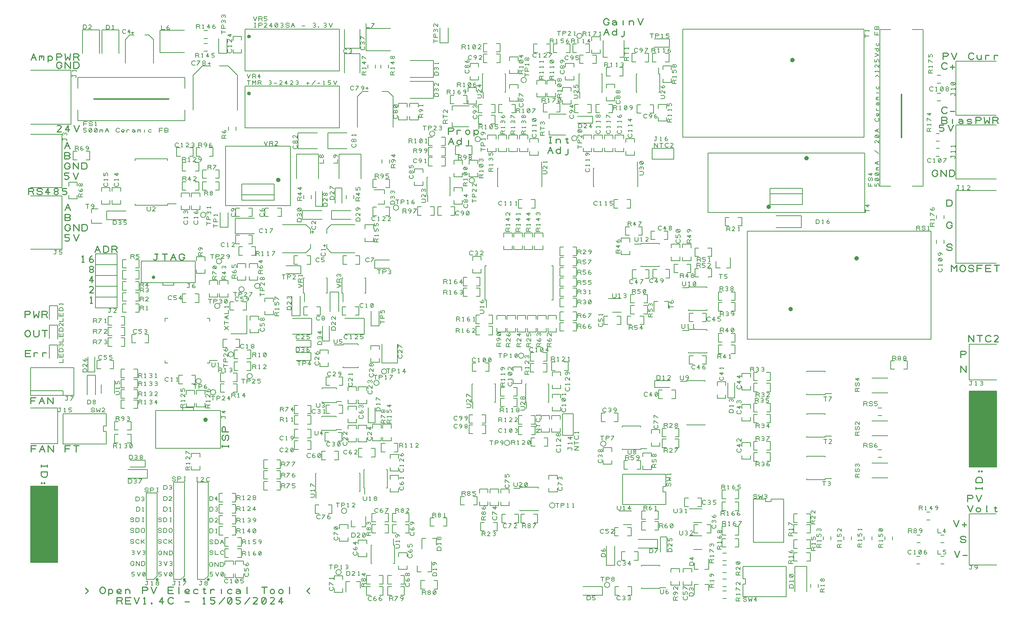
<source format=gbr>
G04 DesignSpark PCB Gerber Version 11.0 Build 5877*
G04 #@! TF.Part,Single*
G04 #@! TF.FileFunction,Legend,Top*
G04 #@! TF.FilePolarity,Positive*
%FSLAX35Y35*%
%MOIN*%
%ADD10C,0.00500*%
%ADD76C,0.01000*%
%ADD77C,0.01200*%
G04 #@! TD.AperFunction*
X0Y0D02*
D02*
D10*
X13171Y53793D02*
X38368D01*
Y124266D01*
X13171D01*
Y53793D01*
G36*
X13171Y53793D02*
X38368D01*
Y124266D01*
X13171D01*
Y53793D01*
G37*
Y196707D02*
X38368D01*
Y163636D01*
X13171D01*
X13230Y459502D02*
X50730D01*
Y509502D01*
X13230D01*
X13250Y208360D02*
X53250D01*
Y233872D01*
X13250D01*
Y208360D01*
Y212612D02*
X43250D01*
Y208360D01*
X13250D01*
Y212612D01*
X13368Y343754D02*
X42305D01*
Y392967D01*
X13368D01*
Y400841D02*
X42305D01*
Y450053D01*
X13368D01*
X30494Y242770D02*
Y255171D01*
X38368D01*
Y242573D01*
X30494Y260880D02*
Y273281D01*
X38368D01*
Y260683D01*
X30494Y278990D02*
Y291392D01*
X38368D01*
Y278793D01*
X34825Y339608D02*
X35137Y339295D01*
X35762Y338983D01*
X36387Y339295D01*
X36700Y339608D01*
Y342733D01*
X37325D01*
X36700D02*
X35450D01*
X39825Y339295D02*
X40450Y338983D01*
X41387D01*
X42012Y339295D01*
X42325Y339920D01*
Y340233D01*
X42012Y340858D01*
X41387Y341170D01*
X39825D01*
Y342733D01*
X42325D01*
X38762Y193545D02*
X39074Y193232D01*
X39699Y192920D01*
X40324Y193232D01*
X40637Y193545D01*
Y196670D01*
X41262D01*
X40637D02*
X39387D01*
X44387Y192920D02*
X45637D01*
X45012D02*
Y196670D01*
X44387Y196045D01*
X48762Y193232D02*
X49387Y192920D01*
X50324D01*
X50949Y193232D01*
X51262Y193857D01*
Y194170D01*
X50949Y194795D01*
X50324Y195107D01*
X48762D01*
Y196670D01*
X51262D01*
X39586Y238833D02*
X43336D01*
Y241958D01*
Y243833D02*
X39586D01*
Y246958D01*
X41461Y246333D02*
Y243833D01*
X43336D02*
Y246958D01*
Y248833D02*
X39586D01*
Y250708D01*
X39898Y251333D01*
X40211Y251645D01*
X40836Y251958D01*
X42086D01*
X42711Y251645D01*
X43024Y251333D01*
X43336Y250708D01*
Y248833D01*
X43024Y254145D02*
X43336Y254770D01*
Y255395D01*
X43024Y256020D01*
X42398Y256333D01*
X41774Y256020D01*
X41461Y255395D01*
Y254770D01*
Y255395D02*
X41148Y256020D01*
X40524Y256333D01*
X39898Y256020D01*
X39586Y255395D01*
Y254770D01*
X39898Y254145D01*
X39586Y257730D02*
X43336D01*
Y260856D01*
Y262730D02*
X39586D01*
Y265856D01*
X41461Y265230D02*
Y262730D01*
X43336D02*
Y265856D01*
Y267730D02*
X39586D01*
Y269606D01*
X39898Y270230D01*
X40211Y270543D01*
X40836Y270856D01*
X42086D01*
X42711Y270543D01*
X43024Y270230D01*
X43336Y269606D01*
Y267730D01*
Y275230D02*
Y272730D01*
X41148Y274918D01*
X40524Y275230D01*
X39898Y274918D01*
X39586Y274293D01*
Y273356D01*
X39898Y272730D01*
X39586Y276628D02*
X43336D01*
Y279753D01*
Y281628D02*
X39586D01*
Y284753D01*
X41461Y284128D02*
Y281628D01*
X43336D02*
Y284753D01*
Y286628D02*
X39586D01*
Y288503D01*
X39898Y289128D01*
X40211Y289441D01*
X40836Y289753D01*
X42086D01*
X42711Y289441D01*
X43024Y289128D01*
X43336Y288503D01*
Y286628D01*
Y292253D02*
Y293503D01*
Y292878D02*
X39586D01*
X40211Y292253D01*
X45455Y204175D02*
X45767Y203862D01*
X46392Y203550D01*
X47017Y203862D01*
X47330Y204175D01*
Y207300D01*
X47955D01*
X47330D02*
X46080D01*
X50455Y203550D02*
X52955Y207300D01*
X50455D01*
X46254Y443951D02*
X46567Y444263D01*
X46880Y444888D01*
X46567Y445513D01*
X46254Y445826D01*
X43130D01*
Y446451D01*
Y445826D02*
Y444576D01*
X46567Y449263D02*
X46880Y449888D01*
Y450513D01*
X46567Y451138D01*
X45942Y451451D01*
X45317Y451138D01*
X45004Y450513D01*
Y449888D01*
Y450513D02*
X44692Y451138D01*
X44067Y451451D01*
X43442Y451138D01*
X43130Y450513D01*
Y449888D01*
X43442Y449263D01*
X54510Y435243D02*
Y438993D01*
X56697D01*
X57322Y438680D01*
X57635Y438055D01*
X57322Y437430D01*
X56697Y437118D01*
X54510D01*
X56697D02*
X57635Y435243D01*
X59510Y436180D02*
X59822Y436805D01*
X60447Y437118D01*
X61072D01*
X61697Y436805D01*
X62010Y436180D01*
X61697Y435555D01*
X61072Y435243D01*
X60447D01*
X59822Y435555D01*
X59510Y436180D01*
Y437118D01*
X59822Y438055D01*
X60447Y438680D01*
X61072Y438993D01*
X65447Y435243D02*
X66072Y435555D01*
X66697Y436180D01*
X67010Y437118D01*
Y438055D01*
X66697Y438680D01*
X66072Y438993D01*
X65447D01*
X64822Y438680D01*
X64510Y438055D01*
X64822Y437430D01*
X65447Y437118D01*
X66072D01*
X66697Y437430D01*
X67010Y438055D01*
X56281Y426431D02*
X52738D01*
Y434305D01*
X56281D01*
X56478Y393754D02*
Y390211D01*
X48604D01*
Y393754D01*
X56478Y402219D02*
Y405565D01*
X48604D01*
Y402022D01*
X54916Y502612D02*
X55228Y502925D01*
X55541Y503550D01*
X55228Y504175D01*
X54916Y504487D01*
X51791D01*
Y505112D01*
Y504487D02*
Y503237D01*
X55541Y508237D02*
Y509487D01*
Y508862D02*
X51791D01*
X52416Y508237D01*
X61990Y547644D02*
Y551394D01*
X63865D01*
X64490Y551082D01*
X64803Y550769D01*
X65115Y550144D01*
Y548894D01*
X64803Y548269D01*
X64490Y547957D01*
X63865Y547644D01*
X61990D01*
X69490D02*
X66990D01*
X69178Y549832D01*
X69490Y550457D01*
X69178Y551082D01*
X68553Y551394D01*
X67615D01*
X66990Y551082D01*
X61446Y391982D02*
X57696D01*
Y394170D01*
X58009Y394795D01*
X58634Y395107D01*
X59259Y394795D01*
X59571Y394170D01*
Y391982D01*
Y394170D02*
X61446Y395107D01*
X60509Y396982D02*
X59884Y397295D01*
X59571Y397920D01*
Y398545D01*
X59884Y399170D01*
X60509Y399482D01*
X61134Y399170D01*
X61446Y398545D01*
Y397920D01*
X61134Y397295D01*
X60509Y396982D01*
X59571D01*
X58634Y397295D01*
X58009Y397920D01*
X57696Y398545D01*
X59571Y402920D02*
Y403545D01*
X59259Y404170D01*
X58634Y404482D01*
X58009Y404170D01*
X57696Y403545D01*
Y402920D01*
X58009Y402295D01*
X58634Y401982D01*
X59259Y402295D01*
X59571Y402920D01*
X59884Y402295D01*
X60509Y401982D01*
X61134Y402295D01*
X61446Y402920D01*
Y403545D01*
X61134Y404170D01*
X60509Y404482D01*
X59884Y404170D01*
X59571Y403545D01*
X62384Y457880D02*
Y461630D01*
X65509D01*
X64884Y459756D02*
X62384D01*
X67384Y458818D02*
X67696Y458193D01*
X68321Y457880D01*
X69571D01*
X70196Y458193D01*
X70509Y458818D01*
X70196Y459443D01*
X69571Y459756D01*
X68321D01*
X67696Y460068D01*
X67384Y460693D01*
X67696Y461318D01*
X68321Y461630D01*
X69571D01*
X70196Y461318D01*
X70509Y460693D01*
X73009Y457880D02*
X74259D01*
X73634D02*
Y461630D01*
X73009Y461006D01*
X62384Y452193D02*
X63009Y451880D01*
X63946D01*
X64571Y452193D01*
X64884Y452818D01*
Y453130D01*
X64571Y453756D01*
X63946Y454068D01*
X62384D01*
Y455630D01*
X64884D01*
X67696Y452193D02*
X68321Y451880D01*
X68946D01*
X69571Y452193D01*
X69884Y452818D01*
Y454693D01*
X69571Y455318D01*
X68946Y455630D01*
X68321D01*
X67696Y455318D01*
X67384Y454693D01*
Y452818D01*
X67696Y452193D01*
X69571Y455318D01*
X72696Y452193D02*
X73321Y451880D01*
X73946D01*
X74571Y452193D01*
X74884Y452818D01*
Y454693D01*
X74571Y455318D01*
X73946Y455630D01*
X73321D01*
X72696Y455318D01*
X72384Y454693D01*
Y452818D01*
X72696Y452193D01*
X74571Y455318D01*
X77384Y451880D02*
Y454380D01*
Y454068D02*
X77696Y454380D01*
X78321D01*
X78634Y454068D01*
Y453130D01*
Y454068D02*
X78946Y454380D01*
X79571D01*
X79884Y454068D01*
Y451880D01*
X82384D02*
X83946Y455630D01*
X85509Y451880D01*
X83009Y453443D02*
X84884D01*
X95509Y452506D02*
X95196Y452193D01*
X94571Y451880D01*
X93634D01*
X93009Y452193D01*
X92696Y452506D01*
X92384Y453130D01*
Y454380D01*
X92696Y455006D01*
X93009Y455318D01*
X93634Y455630D01*
X94571D01*
X95196Y455318D01*
X95509Y455006D01*
X99884Y452193D02*
X99571Y451880D01*
X98946D01*
X98321D01*
X97696Y452193D01*
X97384Y452818D01*
Y453756D01*
X97696Y454068D01*
X98321Y454380D01*
X98946D01*
X99571Y454068D01*
X99884Y453756D01*
Y453443D01*
X99571Y453130D01*
X98946Y452818D01*
X98321D01*
X97696Y453130D01*
X97384Y453443D01*
X102384Y451880D02*
Y454380D01*
Y453443D02*
X102696Y454068D01*
X103321Y454380D01*
X103946D01*
X104571Y454068D01*
X107384D02*
X108009Y454380D01*
X108946D01*
X109571Y454068D01*
X109884Y453443D01*
Y452506D01*
X109571Y452193D01*
X108946Y451880D01*
X108321D01*
X107696Y452193D01*
X107384Y452506D01*
Y452818D01*
X107696Y453130D01*
X108321Y453443D01*
X108946D01*
X109571Y453130D01*
X109884Y452818D01*
Y452506D02*
Y451880D01*
X112384D02*
Y454380D01*
Y454068D02*
X112696Y454380D01*
X113321D01*
X113634Y454068D01*
Y453130D01*
Y454068D02*
X113946Y454380D01*
X114571D01*
X114884Y454068D01*
Y451880D01*
X118634D02*
Y454380D01*
Y455318D02*
X124884Y454068D02*
X124259Y454380D01*
X123321D01*
X122696Y454068D01*
X122384Y453443D01*
Y452818D01*
X122696Y452193D01*
X123321Y451880D01*
X124259D01*
X124884Y452193D01*
X132384Y451880D02*
Y455630D01*
X135509D01*
X134884Y453756D02*
X132384D01*
X139571D02*
X140196Y453443D01*
X140509Y452818D01*
X140196Y452193D01*
X139571Y451880D01*
X137384D01*
Y455630D01*
X139571D01*
X140196Y455318D01*
X140509Y454693D01*
X140196Y454068D01*
X139571Y453756D01*
X137384D01*
X65915Y381502D02*
Y385252D01*
X64352D02*
X67478D01*
X70290Y381502D02*
X70915Y381815D01*
X71540Y382440D01*
X71852Y383378D01*
Y384315D01*
X71540Y384940D01*
X70915Y385252D01*
X70290D01*
X69665Y384940D01*
X69352Y384315D01*
X69665Y383690D01*
X70290Y383378D01*
X70915D01*
X71540Y383690D01*
X71852Y384315D01*
X64746Y426431D02*
X68093D01*
Y434305D01*
X64549D01*
X65927Y200400D02*
Y204150D01*
X67802D01*
X68427Y203838D01*
X68740Y203525D01*
X69052Y202900D01*
Y201650D01*
X68740Y201025D01*
X68427Y200713D01*
X67802Y200400D01*
X65927D01*
X71865Y202275D02*
X72490D01*
X73115Y202588D01*
X73427Y203213D01*
X73115Y203838D01*
X72490Y204150D01*
X71865D01*
X71240Y203838D01*
X70927Y203213D01*
X71240Y202588D01*
X71865Y202275D01*
X71240Y201963D01*
X70927Y201338D01*
X71240Y200713D01*
X71865Y200400D01*
X72490D01*
X73115Y200713D01*
X73427Y201338D01*
X73115Y201963D01*
X72490Y202275D01*
X65383Y229974D02*
X61633D01*
Y231850D01*
X61946Y232474D01*
X62258Y232787D01*
X62883Y233100D01*
X64133D01*
X64758Y232787D01*
X65071Y232474D01*
X65383Y231850D01*
Y229974D01*
Y237474D02*
Y234974D01*
X63196Y237162D01*
X62571Y237474D01*
X61946Y237162D01*
X61633Y236537D01*
Y235600D01*
X61946Y234974D01*
X64446Y239974D02*
X63821Y240287D01*
X63508Y240912D01*
Y241537D01*
X63821Y242162D01*
X64446Y242474D01*
X65071Y242162D01*
X65383Y241537D01*
Y240912D01*
X65071Y240287D01*
X64446Y239974D01*
X63508D01*
X62571Y240287D01*
X61946Y240912D01*
X61633Y241537D01*
X66321Y243951D02*
Y229974D01*
X72620D01*
Y243951D01*
X69470Y193857D02*
X69783Y193232D01*
X70408Y192920D01*
X71658D01*
X72283Y193232D01*
X72596Y193857D01*
X72283Y194482D01*
X71658Y194795D01*
X70408D01*
X69783Y195107D01*
X69470Y195732D01*
X69783Y196357D01*
X70408Y196670D01*
X71658D01*
X72283Y196357D01*
X72596Y195732D01*
X74470Y196670D02*
X74783Y192920D01*
X76033Y194795D01*
X77283Y192920D01*
X77596Y196670D01*
X81970Y192920D02*
X79470D01*
X81658Y195107D01*
X81970Y195732D01*
X81658Y196357D01*
X81033Y196670D01*
X80096D01*
X79470Y196357D01*
X69667Y371313D02*
Y367573D01*
X79313D01*
X69667Y377219D02*
Y380959D01*
X75573D01*
X71439Y255912D02*
Y259662D01*
X73626D01*
X74252Y259350D01*
X74564Y258724D01*
X74252Y258100D01*
X73626Y257787D01*
X71439D01*
X73626D02*
X74564Y255912D01*
X76439D02*
X78939Y259662D01*
X76439D01*
X81752Y256224D02*
X82376Y255912D01*
X83002D01*
X83626Y256224D01*
X83939Y256850D01*
X83626Y257474D01*
X83002Y257787D01*
X82376D01*
X83002D02*
X83626Y258100D01*
X83939Y258724D01*
X83626Y259350D01*
X83002Y259662D01*
X82376D01*
X81752Y259350D01*
X71439Y265754D02*
Y269504D01*
X73626D01*
X74252Y269192D01*
X74564Y268567D01*
X74252Y267942D01*
X73626Y267630D01*
X71439D01*
X73626D02*
X74564Y265754D01*
X76439D02*
X78939Y269504D01*
X76439D01*
X83939Y265754D02*
X81439D01*
X83626Y267942D01*
X83939Y268567D01*
X83626Y269192D01*
X83002Y269504D01*
X82064D01*
X81439Y269192D01*
X71439Y275597D02*
Y279347D01*
X73626D01*
X74252Y279035D01*
X74564Y278409D01*
X74252Y277785D01*
X73626Y277472D01*
X71439D01*
X73626D02*
X74564Y275597D01*
X76439D02*
X78939Y279347D01*
X76439D01*
X82064Y275597D02*
X83314D01*
X82689D02*
Y279347D01*
X82064Y278722D01*
X73407Y208911D02*
Y227022D01*
X65533D01*
Y208911D01*
X79289Y242364D02*
X78976Y242051D01*
X78351Y241739D01*
X77413D01*
X76789Y242051D01*
X76476Y242364D01*
X76163Y242989D01*
Y244239D01*
X76476Y244864D01*
X76789Y245176D01*
X77413Y245489D01*
X78351D01*
X78976Y245176D01*
X79289Y244864D01*
X81163Y242051D02*
X81789Y241739D01*
X82726D01*
X83351Y242051D01*
X83663Y242676D01*
Y242989D01*
X83351Y243614D01*
X82726Y243926D01*
X81163D01*
Y245489D01*
X83663D01*
X86163Y242051D02*
X86789Y241739D01*
X87726D01*
X88351Y242051D01*
X88663Y242676D01*
Y242989D01*
X88351Y243614D01*
X87726Y243926D01*
X86163D01*
Y245489D01*
X88663D01*
X76951Y525053D02*
Y546707D01*
X61203D01*
Y525053D01*
X78329Y232927D02*
X74785D01*
Y240801D01*
X78329D01*
X78526Y210486D02*
Y218360D01*
X83211Y163415D02*
X43211D01*
Y191415D01*
X83211D01*
Y179915D01*
X80711D01*
Y174915D01*
X83211D01*
Y163415D01*
X83250Y547250D02*
Y551000D01*
X85125D01*
X85750Y550688D01*
X86063Y550376D01*
X86375Y549750D01*
Y548500D01*
X86063Y547876D01*
X85750Y547563D01*
X85125Y547250D01*
X83250D01*
X88875D02*
X90125D01*
X89500D02*
Y551000D01*
X88875Y550376D01*
X85219Y285671D02*
X85531Y285358D01*
X86156Y285046D01*
X86781Y285358D01*
X87094Y285671D01*
Y288796D01*
X87719D01*
X87094D02*
X85844D01*
X92719Y285046D02*
X90219D01*
X92406Y287233D01*
X92719Y287858D01*
X92406Y288483D01*
X91781Y288796D01*
X90844D01*
X90219Y288483D01*
X84050Y404950D02*
X84362Y404637D01*
X84675Y404012D01*
Y403075D01*
X84362Y402450D01*
X84050Y402137D01*
X83425Y401825D01*
X82175D01*
X81550Y402137D01*
X81237Y402450D01*
X80925Y403075D01*
Y404012D01*
X81237Y404637D01*
X81550Y404950D01*
X84675Y407450D02*
Y408700D01*
Y408075D02*
X80925D01*
X81550Y407450D01*
X84362Y411825D02*
X84675Y412450D01*
Y413387D01*
X84362Y414012D01*
X83737Y414325D01*
X83425D01*
X82800Y414012D01*
X82487Y413387D01*
Y411825D01*
X80925D01*
Y414325D01*
X86793Y232927D02*
X90140D01*
Y240801D01*
X86596D01*
X86793Y389030D02*
Y385486D01*
X78919D01*
Y389030D01*
X86793Y397494D02*
Y400841D01*
X78919D01*
Y397297D01*
X88368Y271510D02*
X85022D01*
Y263636D01*
X88565D01*
Y253793D02*
X85022D01*
Y261667D01*
X88565D01*
Y273478D02*
X85022D01*
Y281352D01*
X88565D01*
X89549Y366542D02*
Y370292D01*
X91424D01*
X92049Y369980D01*
X92362Y369667D01*
X92674Y369042D01*
Y367792D01*
X92362Y367167D01*
X92049Y366854D01*
X91424Y366542D01*
X89549D01*
X94862Y366854D02*
X95487Y366542D01*
X96112D01*
X96737Y366854D01*
X97049Y367480D01*
X96737Y368104D01*
X96112Y368417D01*
X95487D01*
X96112D02*
X96737Y368730D01*
X97049Y369354D01*
X96737Y369980D01*
X96112Y370292D01*
X95487D01*
X94862Y369980D01*
X99549Y366854D02*
X100174Y366542D01*
X101112D01*
X101737Y366854D01*
X102049Y367480D01*
Y367792D01*
X101737Y368417D01*
X101112Y368730D01*
X99549D01*
Y370292D01*
X102049D01*
X89943Y159849D02*
Y163599D01*
X92130D01*
X92756Y163287D01*
X93068Y162661D01*
X92756Y162037D01*
X92130Y161724D01*
X89943D01*
X92130D02*
X93068Y159849D01*
X95568D02*
X96818D01*
X96193D02*
Y163599D01*
X95568Y162974D01*
X100256Y160161D02*
X100880Y159849D01*
X101506D01*
X102130Y160161D01*
X102443Y160787D01*
X102130Y161411D01*
X101506Y161724D01*
X100880D01*
X101506D02*
X102130Y162037D01*
X102443Y162661D01*
X102130Y163287D01*
X101506Y163599D01*
X100880D01*
X100256Y163287D01*
X105256Y160161D02*
X105880Y159849D01*
X106506D01*
X107130Y160161D01*
X107443Y160787D01*
Y162661D01*
X107130Y163287D01*
X106506Y163599D01*
X105880D01*
X105256Y163287D01*
X104943Y162661D01*
Y160787D01*
X105256Y160161D01*
X107130Y163287D01*
X91124Y222297D02*
Y210486D01*
X92305Y185046D02*
Y188796D01*
X94493D01*
X95118Y188483D01*
X95430Y187858D01*
X95118Y187233D01*
X94493Y186921D01*
X92305D01*
X94493D02*
X95430Y185046D01*
X98243D02*
X98868Y185358D01*
X99493Y185983D01*
X99805Y186921D01*
Y187858D01*
X99493Y188483D01*
X98868Y188796D01*
X98243D01*
X97618Y188483D01*
X97305Y187858D01*
X97618Y187233D01*
X98243Y186921D01*
X98868D01*
X99493Y187233D01*
X99805Y187858D01*
X102618Y185358D02*
X103243Y185046D01*
X103868D01*
X104493Y185358D01*
X104805Y185983D01*
X104493Y186608D01*
X103868Y186921D01*
X103243D01*
X103868D02*
X104493Y187233D01*
X104805Y187858D01*
X104493Y188483D01*
X103868Y188796D01*
X103243D01*
X102618Y188483D01*
X93250Y299423D02*
X73250D01*
X93250Y309423D02*
X73250D01*
X93250Y319423D02*
X73250D01*
X93250Y329423D02*
X73250D01*
X93250Y339423D02*
X73250D01*
Y289423D01*
X93250D01*
Y339423D01*
X94274Y172297D02*
X90927D01*
Y164423D01*
X94470D01*
X94274Y184108D02*
X90927D01*
Y176234D01*
X94470D01*
X95061Y525053D02*
Y546707D01*
X79313D01*
Y525053D01*
X93892Y404950D02*
X94205Y404637D01*
X94517Y404012D01*
Y403075D01*
X94205Y402450D01*
X93892Y402137D01*
X93267Y401825D01*
X92017D01*
X91392Y402137D01*
X91080Y402450D01*
X90767Y403075D01*
Y404012D01*
X91080Y404637D01*
X91392Y404950D01*
X94517Y407450D02*
Y408700D01*
Y408075D02*
X90767D01*
X91392Y407450D01*
X94517Y413387D02*
X90767D01*
X93267Y411825D01*
Y414325D01*
X91948Y208911D02*
X94761D01*
X95386Y209224D01*
X95698Y209849D01*
Y211099D01*
X95386Y211724D01*
X94761Y212037D01*
X91948D01*
X95698Y214537D02*
Y215787D01*
Y215161D02*
X91948D01*
X92573Y214537D01*
X95386Y218911D02*
X95698Y219537D01*
Y220474D01*
X95386Y221099D01*
X94761Y221411D01*
X94448D01*
X93823Y221099D01*
X93511Y220474D01*
Y218911D01*
X91948D01*
Y221411D01*
X96636Y389030D02*
Y385486D01*
X88762D01*
Y389030D01*
X96636Y397494D02*
Y400841D01*
X88762D01*
Y397297D01*
X96833Y271510D02*
X100376D01*
Y263636D01*
X96833D01*
X97030Y253793D02*
X100376D01*
Y261667D01*
X96833D01*
X97030Y273478D02*
X100376D01*
Y281352D01*
X96833D01*
X101336Y543939D02*
X101023Y543626D01*
X100398Y543313D01*
X99461D01*
X98836Y543626D01*
X98523Y543939D01*
X98211Y544563D01*
Y545813D01*
X98523Y546439D01*
X98836Y546751D01*
X99461Y547063D01*
X100398D01*
X101023Y546751D01*
X101336Y546439D01*
X104773Y543313D02*
Y547063D01*
X103211Y544563D01*
X105711D01*
X100179Y204187D02*
X96833D01*
Y196313D01*
X100376D01*
X100179Y213636D02*
X96833D01*
Y205762D01*
X100376D01*
X100179Y223085D02*
X96833D01*
Y215211D01*
X100376D01*
X100179Y232533D02*
X96833D01*
Y224659D01*
X100376D01*
X108154Y52356D02*
X109092D01*
Y52044D01*
X108779Y51419D01*
X108467Y51106D01*
X107842Y50794D01*
X107217D01*
X106592Y51106D01*
X106279Y51419D01*
X105967Y52044D01*
Y53294D01*
X106279Y53919D01*
X106592Y54231D01*
X107217Y54544D01*
X107842D01*
X108467Y54231D01*
X108779Y53919D01*
X109092Y53294D01*
X110967Y50794D02*
Y54544D01*
X114092Y50794D01*
Y54544D01*
X115967Y50794D02*
Y54544D01*
X117842D01*
X118467Y54231D01*
X118779Y53919D01*
X119092Y53294D01*
Y52044D01*
X118779Y51419D01*
X118467Y51106D01*
X117842Y50794D01*
X115967D01*
X100967Y515998D02*
Y537848D01*
X105100Y541982D01*
X108841D01*
X101754Y293163D02*
X98407D01*
Y285289D01*
X101951D01*
X101754Y303400D02*
X98407D01*
Y295526D01*
X101951D01*
X101754Y313636D02*
X98407D01*
Y305762D01*
X101951D01*
X101754Y323872D02*
X98407D01*
Y315998D01*
X101951D01*
X101754Y334108D02*
X98407D01*
Y326234D01*
X101951D01*
X101754Y378990D02*
X83644D01*
Y371116D01*
X101754D01*
X102738Y172297D02*
X106281D01*
Y164423D01*
X102738D01*
Y184108D02*
X106281D01*
Y176234D01*
X102738D01*
X103329Y131746D02*
X121439D01*
Y139620D01*
X103329D01*
X103722Y127172D02*
Y130922D01*
X105598D01*
X106222Y130609D01*
X106535Y130297D01*
X106848Y129672D01*
Y128422D01*
X106535Y127797D01*
X106222Y127484D01*
X105598Y127172D01*
X103722D01*
X109035Y127484D02*
X109660Y127172D01*
X110285D01*
X110910Y127484D01*
X111222Y128109D01*
X110910Y128734D01*
X110285Y129047D01*
X109660D01*
X110285D02*
X110910Y129359D01*
X111222Y129984D01*
X110910Y130609D01*
X110285Y130922D01*
X109660D01*
X109035Y130609D01*
X113722Y127172D02*
X116222Y130922D01*
X113722D01*
X104510Y149219D02*
Y152969D01*
X106385D01*
X107010Y152657D01*
X107322Y152344D01*
X107635Y151719D01*
Y150469D01*
X107322Y149844D01*
X107010Y149531D01*
X106385Y149219D01*
X104510D01*
X109822Y149531D02*
X110447Y149219D01*
X111072D01*
X111697Y149531D01*
X112010Y150157D01*
X111697Y150781D01*
X111072Y151094D01*
X110447D01*
X111072D02*
X111697Y151407D01*
X112010Y152031D01*
X111697Y152657D01*
X111072Y152969D01*
X110447D01*
X109822Y152657D01*
X115447Y151094D02*
X116072D01*
X116697Y151407D01*
X117010Y152031D01*
X116697Y152657D01*
X116072Y152969D01*
X115447D01*
X114822Y152657D01*
X114510Y152031D01*
X114822Y151407D01*
X115447Y151094D01*
X114822Y150781D01*
X114510Y150157D01*
X114822Y149531D01*
X115447Y149219D01*
X116072D01*
X116697Y149531D01*
X117010Y150157D01*
X116697Y150781D01*
X116072Y151094D01*
X105297Y141982D02*
X119274D01*
Y148281D01*
X105297D01*
X105691Y72204D02*
X106004Y71579D01*
X106628Y71266D01*
X107878D01*
X108504Y71579D01*
X108816Y72204D01*
X108504Y72829D01*
X107878Y73141D01*
X106628D01*
X106004Y73454D01*
X105691Y74079D01*
X106004Y74704D01*
X106628Y75016D01*
X107878D01*
X108504Y74704D01*
X108816Y74079D01*
X113816Y71891D02*
X113504Y71579D01*
X112878Y71266D01*
X111941D01*
X111316Y71579D01*
X111004Y71891D01*
X110691Y72516D01*
Y73766D01*
X111004Y74391D01*
X111316Y74704D01*
X111941Y75016D01*
X112878D01*
X113504Y74704D01*
X113816Y74391D01*
X115691Y71266D02*
Y75016D01*
Y73141D02*
X116628D01*
X118816Y75016D01*
X116628Y73141D02*
X118816Y71266D01*
X105691Y82440D02*
X106004Y81815D01*
X106628Y81502D01*
X107878D01*
X108504Y81815D01*
X108816Y82440D01*
X108504Y83065D01*
X107878Y83378D01*
X106628D01*
X106004Y83690D01*
X105691Y84315D01*
X106004Y84940D01*
X106628Y85252D01*
X107878D01*
X108504Y84940D01*
X108816Y84315D01*
X110691Y81502D02*
Y85252D01*
X112566D01*
X113191Y84940D01*
X113504Y84628D01*
X113816Y84002D01*
Y82752D01*
X113504Y82128D01*
X113191Y81815D01*
X112566Y81502D01*
X110691D01*
X115691Y82752D02*
Y84002D01*
X116004Y84628D01*
X116316Y84940D01*
X116941Y85252D01*
X117566D01*
X118191Y84940D01*
X118504Y84628D01*
X118816Y84002D01*
Y82752D01*
X118504Y82128D01*
X118191Y81815D01*
X117566Y81502D01*
X116941D01*
X116316Y81815D01*
X116004Y82128D01*
X115691Y82752D01*
X105691Y92283D02*
X106004Y91657D01*
X106628Y91345D01*
X107878D01*
X108504Y91657D01*
X108816Y92283D01*
X108504Y92907D01*
X107878Y93220D01*
X106628D01*
X106004Y93533D01*
X105691Y94157D01*
X106004Y94783D01*
X106628Y95095D01*
X107878D01*
X108504Y94783D01*
X108816Y94157D01*
X110691Y91345D02*
Y95095D01*
X112566D01*
X113191Y94783D01*
X113504Y94470D01*
X113816Y93845D01*
Y92595D01*
X113504Y91970D01*
X113191Y91657D01*
X112566Y91345D01*
X110691D01*
X116628D02*
X117878D01*
X117254D02*
Y95095D01*
X116628D02*
X117878D01*
X106085Y335046D02*
Y338796D01*
X108272D01*
X108897Y338483D01*
X109210Y337858D01*
X108897Y337233D01*
X108272Y336921D01*
X106085D01*
X108272D02*
X109210Y335046D01*
X111085Y335358D02*
X111710Y335046D01*
X112647D01*
X113272Y335358D01*
X113585Y335983D01*
Y336296D01*
X113272Y336921D01*
X112647Y337233D01*
X111085D01*
Y338796D01*
X113585D01*
X106478Y543951D02*
X108841D01*
X106872Y41264D02*
X107497Y40951D01*
X108435D01*
X109059Y41264D01*
X109372Y41889D01*
Y42201D01*
X109059Y42826D01*
X108435Y43139D01*
X106872D01*
Y44701D01*
X109372D01*
X111872D02*
X113435Y40951D01*
X114997Y44701D01*
X117185Y41264D02*
X117809Y40951D01*
X118435D01*
X119059Y41264D01*
X119372Y41889D01*
Y43764D01*
X119059Y44389D01*
X118435Y44701D01*
X117809D01*
X117185Y44389D01*
X116872Y43764D01*
Y41889D01*
X117185Y41264D01*
X119059Y44389D01*
X107185Y61343D02*
X107809Y61030D01*
X108435D01*
X109059Y61343D01*
X109372Y61968D01*
X109059Y62593D01*
X108435Y62905D01*
X107809D01*
X108435D02*
X109059Y63218D01*
X109372Y63843D01*
X109059Y64468D01*
X108435Y64780D01*
X107809D01*
X107185Y64468D01*
X111872Y64780D02*
X113435Y61030D01*
X114997Y64780D01*
X117185Y61343D02*
X117809Y61030D01*
X118435D01*
X119059Y61343D01*
X119372Y61968D01*
X119059Y62593D01*
X118435Y62905D01*
X117809D01*
X118435D02*
X119059Y63218D01*
X119372Y63843D01*
X119059Y64468D01*
X118435Y64780D01*
X117809D01*
X117185Y64468D01*
X107659Y542770D02*
Y545132D01*
X111572Y266380D02*
X111259Y266067D01*
X110634Y265754D01*
X109697D01*
X109072Y266067D01*
X108759Y266380D01*
X108447Y267004D01*
Y268254D01*
X108759Y268880D01*
X109072Y269192D01*
X109697Y269504D01*
X110634D01*
X111259Y269192D01*
X111572Y268880D01*
X113447Y266067D02*
X114072Y265754D01*
X115009D01*
X115634Y266067D01*
X115947Y266692D01*
Y267004D01*
X115634Y267630D01*
X115009Y267942D01*
X113447D01*
Y269504D01*
X115947D01*
X118759Y266067D02*
X119384Y265754D01*
X120009D01*
X120634Y266067D01*
X120947Y266692D01*
X120634Y267317D01*
X120009Y267630D01*
X119384D01*
X120009D02*
X120634Y267942D01*
X120947Y268567D01*
X120634Y269192D01*
X120009Y269504D01*
X119384D01*
X118759Y269192D01*
X108644Y204187D02*
X112187D01*
Y196313D01*
X108644D01*
Y213636D02*
X112187D01*
Y205762D01*
X108644D01*
Y223085D02*
X112187D01*
Y215211D01*
X108644D01*
Y232533D02*
X112187D01*
Y224659D01*
X108644D01*
X109982Y385762D02*
Y384262D01*
X139982D01*
Y385762D01*
X147982D01*
X109982Y425762D02*
Y427262D01*
X139982D01*
Y425762D01*
X110219Y293163D02*
X113762D01*
Y285289D01*
X110219D01*
Y303400D02*
X113762D01*
Y295526D01*
X110219D01*
Y313636D02*
X113762D01*
Y305762D01*
X110219D01*
Y323872D02*
X113762D01*
Y315998D01*
X110219D01*
Y334108D02*
X113762D01*
Y326234D01*
X110219D01*
X110415Y264817D02*
X107069D01*
Y256943D01*
X110612D01*
X110809Y110636D02*
Y114386D01*
X112684D01*
X113309Y114074D01*
X113622Y113761D01*
X113934Y113136D01*
Y111886D01*
X113622Y111261D01*
X113309Y110949D01*
X112684Y110636D01*
X110809D01*
X116122Y110949D02*
X116746Y110636D01*
X117372D01*
X117996Y110949D01*
X118309Y111574D01*
X117996Y112199D01*
X117372Y112511D01*
X116746D01*
X117372D02*
X117996Y112824D01*
X118309Y113449D01*
X117996Y114074D01*
X117372Y114386D01*
X116746D01*
X116122Y114074D01*
X111203Y101187D02*
Y104937D01*
X113078D01*
X113703Y104625D01*
X114015Y104313D01*
X114328Y103687D01*
Y102437D01*
X114015Y101813D01*
X113703Y101500D01*
X113078Y101187D01*
X111203D01*
X116828D02*
X118078D01*
X117453D02*
Y104937D01*
X116828Y104313D01*
X113171Y200400D02*
Y204150D01*
X115359D01*
X115984Y203838D01*
X116296Y203213D01*
X115984Y202588D01*
X115359Y202275D01*
X113171D01*
X115359D02*
X116296Y200400D01*
X118796D02*
X120046D01*
X119421D02*
Y204150D01*
X118796Y203525D01*
X123484Y200713D02*
X124109Y200400D01*
X124734D01*
X125359Y200713D01*
X125671Y201338D01*
X125359Y201963D01*
X124734Y202275D01*
X124109D01*
X124734D02*
X125359Y202588D01*
X125671Y203213D01*
X125359Y203838D01*
X124734Y204150D01*
X124109D01*
X123484Y203838D01*
X129734Y200400D02*
Y204150D01*
X128171Y201650D01*
X130671D01*
X113171Y207880D02*
Y211630D01*
X115359D01*
X115984Y211318D01*
X116296Y210693D01*
X115984Y210068D01*
X115359Y209756D01*
X113171D01*
X115359D02*
X116296Y207880D01*
X118796D02*
X120046D01*
X119421D02*
Y211630D01*
X118796Y211006D01*
X123484Y208193D02*
X124109Y207880D01*
X124734D01*
X125359Y208193D01*
X125671Y208818D01*
X125359Y209443D01*
X124734Y209756D01*
X124109D01*
X124734D02*
X125359Y210068D01*
X125671Y210693D01*
X125359Y211318D01*
X124734Y211630D01*
X124109D01*
X123484Y211318D01*
X130671Y207880D02*
X128171D01*
X130359Y210068D01*
X130671Y210693D01*
X130359Y211318D01*
X129734Y211630D01*
X128796D01*
X128171Y211318D01*
X113171Y217329D02*
Y221079D01*
X115359D01*
X115984Y220767D01*
X116296Y220142D01*
X115984Y219517D01*
X115359Y219204D01*
X113171D01*
X115359D02*
X116296Y217329D01*
X118796D02*
X120046D01*
X119421D02*
Y221079D01*
X118796Y220454D01*
X123484Y217642D02*
X124109Y217329D01*
X124734D01*
X125359Y217642D01*
X125671Y218267D01*
X125359Y218892D01*
X124734Y219204D01*
X124109D01*
X124734D02*
X125359Y219517D01*
X125671Y220142D01*
X125359Y220767D01*
X124734Y221079D01*
X124109D01*
X123484Y220767D01*
X128484Y217642D02*
X129109Y217329D01*
X129734D01*
X130359Y217642D01*
X130671Y218267D01*
X130359Y218892D01*
X129734Y219204D01*
X129109D01*
X129734D02*
X130359Y219517D01*
X130671Y220142D01*
X130359Y220767D01*
X129734Y221079D01*
X129109D01*
X128484Y220767D01*
X113171Y224809D02*
Y228559D01*
X115359D01*
X115984Y228247D01*
X116296Y227622D01*
X115984Y226997D01*
X115359Y226685D01*
X113171D01*
X115359D02*
X116296Y224809D01*
X118796D02*
X120046D01*
X119421D02*
Y228559D01*
X118796Y227935D01*
X123484Y225122D02*
X124109Y224809D01*
X124734D01*
X125359Y225122D01*
X125671Y225747D01*
X125359Y226372D01*
X124734Y226685D01*
X124109D01*
X124734D02*
X125359Y226997D01*
X125671Y227622D01*
X125359Y228247D01*
X124734Y228559D01*
X124109D01*
X123484Y228247D01*
X128796Y224809D02*
X130046D01*
X129421D02*
Y228559D01*
X128796Y227935D01*
X114746Y287408D02*
Y291158D01*
X116933D01*
X117559Y290846D01*
X117871Y290220D01*
X117559Y289596D01*
X116933Y289283D01*
X114746D01*
X116933D02*
X117871Y287408D01*
X120371D02*
X121621D01*
X120996D02*
Y291158D01*
X120371Y290533D01*
X114746Y295676D02*
Y299426D01*
X116933D01*
X117559Y299113D01*
X117871Y298488D01*
X117559Y297863D01*
X116933Y297551D01*
X114746D01*
X116933D02*
X117871Y295676D01*
X122246D02*
X119746D01*
X121933Y297863D01*
X122246Y298488D01*
X121933Y299113D01*
X121309Y299426D01*
X120371D01*
X119746Y299113D01*
X114746Y303943D02*
Y307693D01*
X116933D01*
X117559Y307381D01*
X117871Y306756D01*
X117559Y306131D01*
X116933Y305819D01*
X114746D01*
X116933D02*
X117871Y303943D01*
X120059Y304256D02*
X120683Y303943D01*
X121309D01*
X121933Y304256D01*
X122246Y304881D01*
X121933Y305506D01*
X121309Y305819D01*
X120683D01*
X121309D02*
X121933Y306131D01*
X122246Y306756D01*
X121933Y307381D01*
X121309Y307693D01*
X120683D01*
X120059Y307381D01*
X114746Y308668D02*
Y312418D01*
X116933D01*
X117559Y312106D01*
X117871Y311480D01*
X117559Y310856D01*
X116933Y310543D01*
X114746D01*
X116933D02*
X117871Y308668D01*
X121309D02*
Y312418D01*
X119746Y309918D01*
X122246D01*
X118880Y264817D02*
X122423D01*
Y256943D01*
X118880D01*
X119077Y119842D02*
X119389Y119217D01*
X120014Y118904D01*
X121264D01*
X121889Y119217D01*
X122202Y119842D01*
X121889Y120467D01*
X121264Y120779D01*
X120014D01*
X119389Y121092D01*
X119077Y121717D01*
X119389Y122342D01*
X120014Y122654D01*
X121264D01*
X121889Y122342D01*
X122202Y121717D01*
X124077Y118904D02*
Y122654D01*
X126264D01*
X126889Y122342D01*
X127202Y121717D01*
X126889Y121092D01*
X126264Y120779D01*
X124077D01*
X130014Y118904D02*
X131264D01*
X130639D02*
Y122654D01*
X130014D02*
X131264D01*
X119470Y33309D02*
X119783Y32996D01*
X120408Y32683D01*
X121033Y32996D01*
X121346Y33309D01*
Y36433D01*
X121970D01*
X121346D02*
X120096D01*
X125096Y32683D02*
X126346D01*
X125720D02*
Y36433D01*
X125096Y35809D01*
X130408Y34559D02*
X131033D01*
X131658Y34871D01*
X131970Y35496D01*
X131658Y36121D01*
X131033Y36433D01*
X130408D01*
X129783Y36121D01*
X129470Y35496D01*
X129783Y34871D01*
X130408Y34559D01*
X129783Y34246D01*
X129470Y33621D01*
X129783Y32996D01*
X130408Y32683D01*
X131033D01*
X131658Y32996D01*
X131970Y33621D01*
X131658Y34246D01*
X131033Y34559D01*
X120376Y37927D02*
Y117927D01*
X130376D01*
Y41077D01*
X127226Y37927D01*
X120376D01*
X121045Y382890D02*
Y380078D01*
X121358Y379453D01*
X121983Y379140D01*
X123233D01*
X123858Y379453D01*
X124170Y380078D01*
Y382890D01*
X128545Y379140D02*
X126045D01*
X128233Y381328D01*
X128545Y381953D01*
X128233Y382578D01*
X127608Y382890D01*
X126670D01*
X126045Y382578D01*
X125730Y317691D02*
G75*
G03*
X128230I1250J0D01*
G01*
G75*
G03*
X125730I-1250J0D01*
G01*
G36*
X125730Y317691D02*
G75*
G03*
X128230I1250J0D01*
G01*
G75*
G03*
X125730I-1250J0D01*
G01*
G37*
X133744Y62199D02*
X134682D01*
Y61886D01*
X134370Y61261D01*
X134057Y60949D01*
X133432Y60636D01*
X132807D01*
X132182Y60949D01*
X131870Y61261D01*
X131557Y61886D01*
Y63136D01*
X131870Y63761D01*
X132182Y64074D01*
X132807Y64386D01*
X133432D01*
X134057Y64074D01*
X134370Y63761D01*
X134682Y63136D01*
X136557Y60636D02*
Y64386D01*
X139682Y60636D01*
Y64386D01*
X141557Y60636D02*
Y64386D01*
X143432D01*
X144057Y64074D01*
X144370Y63761D01*
X144682Y63136D01*
Y61886D01*
X144370Y61261D01*
X144057Y60949D01*
X143432Y60636D01*
X141557D01*
X126951Y515998D02*
Y537848D01*
X122817Y541982D01*
X119077D01*
X129376Y37927D02*
G75*
G03*
X131376I1000J0D01*
G01*
G75*
G03*
X129376I-1000J0D01*
G01*
G36*
X129376Y37927D02*
G75*
G03*
X131376I1000J0D01*
G01*
G75*
G03*
X129376I-1000J0D01*
G01*
G37*
X131281Y72204D02*
X131594Y71579D01*
X132219Y71266D01*
X133469D01*
X134094Y71579D01*
X134407Y72204D01*
X134094Y72829D01*
X133469Y73141D01*
X132219D01*
X131594Y73454D01*
X131281Y74079D01*
X131594Y74704D01*
X132219Y75016D01*
X133469D01*
X134094Y74704D01*
X134407Y74079D01*
X139407Y71891D02*
X139094Y71579D01*
X138469Y71266D01*
X137531D01*
X136907Y71579D01*
X136594Y71891D01*
X136281Y72516D01*
Y73766D01*
X136594Y74391D01*
X136907Y74704D01*
X137531Y75016D01*
X138469D01*
X139094Y74704D01*
X139407Y74391D01*
X141281Y71266D02*
Y75016D01*
Y73141D02*
X142219D01*
X144407Y75016D01*
X142219Y73141D02*
X144407Y71266D01*
X131281Y82440D02*
X131594Y81815D01*
X132219Y81502D01*
X133469D01*
X134094Y81815D01*
X134407Y82440D01*
X134094Y83065D01*
X133469Y83378D01*
X132219D01*
X131594Y83690D01*
X131281Y84315D01*
X131594Y84940D01*
X132219Y85252D01*
X133469D01*
X134094Y84940D01*
X134407Y84315D01*
X136281Y81502D02*
Y85252D01*
X138157D01*
X138781Y84940D01*
X139094Y84628D01*
X139407Y84002D01*
Y82752D01*
X139094Y82128D01*
X138781Y81815D01*
X138157Y81502D01*
X136281D01*
X141281Y82752D02*
Y84002D01*
X141594Y84628D01*
X141907Y84940D01*
X142531Y85252D01*
X143157D01*
X143781Y84940D01*
X144094Y84628D01*
X144407Y84002D01*
Y82752D01*
X144094Y82128D01*
X143781Y81815D01*
X143157Y81502D01*
X142531D01*
X141907Y81815D01*
X141594Y82128D01*
X141281Y82752D01*
X131281Y92283D02*
X131594Y91657D01*
X132219Y91345D01*
X133469D01*
X134094Y91657D01*
X134407Y92283D01*
X134094Y92907D01*
X133469Y93220D01*
X132219D01*
X131594Y93533D01*
X131281Y94157D01*
X131594Y94783D01*
X132219Y95095D01*
X133469D01*
X134094Y94783D01*
X134407Y94157D01*
X136281Y91345D02*
Y95095D01*
X138157D01*
X138781Y94783D01*
X139094Y94470D01*
X139407Y93845D01*
Y92595D01*
X139094Y91970D01*
X138781Y91657D01*
X138157Y91345D01*
X136281D01*
X142219D02*
X143469D01*
X142844D02*
Y95095D01*
X142219D02*
X143469D01*
X131675Y41264D02*
X132300Y40951D01*
X133238D01*
X133863Y41264D01*
X134175Y41889D01*
Y42201D01*
X133863Y42826D01*
X133238Y43139D01*
X131675D01*
Y44701D01*
X134175D01*
X136675D02*
X138238Y40951D01*
X139800Y44701D01*
X141988Y41264D02*
X142613Y40951D01*
X143238D01*
X143863Y41264D01*
X144175Y41889D01*
Y43764D01*
X143863Y44389D01*
X143238Y44701D01*
X142613D01*
X141988Y44389D01*
X141675Y43764D01*
Y41889D01*
X141988Y41264D01*
X143863Y44389D01*
X131988Y51106D02*
X132613Y50794D01*
X133238D01*
X133863Y51106D01*
X134175Y51731D01*
X133863Y52356D01*
X133238Y52669D01*
X132613D01*
X133238D02*
X133863Y52981D01*
X134175Y53606D01*
X133863Y54231D01*
X133238Y54544D01*
X132613D01*
X131988Y54231D01*
X136675Y54544D02*
X138238Y50794D01*
X139800Y54544D01*
X141988Y51106D02*
X142613Y50794D01*
X143238D01*
X143863Y51106D01*
X144175Y51731D01*
X143863Y52356D01*
X143238Y52669D01*
X142613D01*
X143238D02*
X143863Y52981D01*
X144175Y53606D01*
X143863Y54231D01*
X143238Y54544D01*
X142613D01*
X141988Y54231D01*
X134431Y550607D02*
Y546857D01*
X137556D01*
X139431Y547794D02*
X139744Y548419D01*
X140369Y548732D01*
X140994D01*
X141619Y548419D01*
X141931Y547794D01*
X141619Y547169D01*
X140994Y546857D01*
X140369D01*
X139744Y547169D01*
X139431Y547794D01*
Y548732D01*
X139744Y549669D01*
X140369Y550294D01*
X140994Y550607D01*
X135730Y312691D02*
X145730D01*
Y310191D01*
X135730D01*
Y312691D01*
X136400Y101187D02*
Y104937D01*
X138275D01*
X138900Y104625D01*
X139212Y104313D01*
X139525Y103687D01*
Y102437D01*
X139212Y101813D01*
X138900Y101500D01*
X138275Y101187D01*
X136400D01*
X142025D02*
X143275D01*
X142650D02*
Y104937D01*
X142025Y104313D01*
X136400Y111030D02*
Y114780D01*
X138275D01*
X138900Y114468D01*
X139212Y114155D01*
X139525Y113530D01*
Y112280D01*
X139212Y111655D01*
X138900Y111343D01*
X138275Y111030D01*
X136400D01*
X143900D02*
X141400D01*
X143587Y113218D01*
X143900Y113843D01*
X143587Y114468D01*
X142962Y114780D01*
X142025D01*
X141400Y114468D01*
X136400Y121266D02*
Y125016D01*
X138275D01*
X138900Y124704D01*
X139212Y124391D01*
X139525Y123766D01*
Y122516D01*
X139212Y121891D01*
X138900Y121579D01*
X138275Y121266D01*
X136400D01*
X141712Y121579D02*
X142337Y121266D01*
X142962D01*
X143587Y121579D01*
X143900Y122204D01*
X143587Y122829D01*
X142962Y123141D01*
X142337D01*
X142962D02*
X143587Y123454D01*
X143900Y124079D01*
X143587Y124704D01*
X142962Y125016D01*
X142337D01*
X141712Y124704D01*
X140706Y221891D02*
X140393Y221579D01*
X139768Y221266D01*
X138831D01*
X138206Y221579D01*
X137893Y221891D01*
X137581Y222516D01*
Y223766D01*
X137893Y224391D01*
X138206Y224704D01*
X138831Y225016D01*
X139768D01*
X140393Y224704D01*
X140706Y224391D01*
X143206Y221266D02*
X144456D01*
X143831D02*
Y225016D01*
X143206Y224391D01*
X148206Y221266D02*
X149456D01*
X148831D02*
Y225016D01*
X148206Y224391D01*
X137778Y277022D02*
Y279581D01*
X140337D01*
Y238242D02*
X137778D01*
Y240801D01*
X143856Y297482D02*
X143543Y297169D01*
X142918Y296857D01*
X141980D01*
X141356Y297169D01*
X141043Y297482D01*
X140730Y298107D01*
Y299357D01*
X141043Y299982D01*
X141356Y300294D01*
X141980Y300607D01*
X142918D01*
X143543Y300294D01*
X143856Y299982D01*
X145730Y297169D02*
X146356Y296857D01*
X147293D01*
X147918Y297169D01*
X148230Y297794D01*
Y298107D01*
X147918Y298732D01*
X147293Y299044D01*
X145730D01*
Y300607D01*
X148230D01*
X152293Y296857D02*
Y300607D01*
X150730Y298107D01*
X153230D01*
X144274Y130078D02*
X144586Y129453D01*
X145211Y129140D01*
X146461D01*
X147086Y129453D01*
X147399Y130078D01*
X147086Y130703D01*
X146461Y131015D01*
X145211D01*
X144586Y131328D01*
X144274Y131953D01*
X144586Y132578D01*
X145211Y132890D01*
X146461D01*
X147086Y132578D01*
X147399Y131953D01*
X149274Y129140D02*
Y132890D01*
X151461D01*
X152086Y132578D01*
X152399Y131953D01*
X152086Y131328D01*
X151461Y131015D01*
X149274D01*
X155211Y129140D02*
X156461D01*
X155836D02*
Y132890D01*
X155211D02*
X156461D01*
X144667Y33309D02*
X144980Y32996D01*
X145605Y32683D01*
X146230Y32996D01*
X146543Y33309D01*
Y36433D01*
X147167D01*
X146543D02*
X145293D01*
X150293Y32683D02*
X151543D01*
X150917D02*
Y36433D01*
X150293Y35809D01*
X154667Y32683D02*
X157167Y36433D01*
X154667D01*
X145573Y37927D02*
Y127927D01*
X155573D01*
Y41077D01*
X152423Y37927D01*
X145573D01*
X150155Y438820D02*
X149842Y438508D01*
X149217Y438195D01*
X148280D01*
X147655Y438508D01*
X147342Y438820D01*
X147030Y439445D01*
Y440695D01*
X147342Y441320D01*
X147655Y441633D01*
X148280Y441945D01*
X149217D01*
X149842Y441633D01*
X150155Y441320D01*
X152655Y438195D02*
X153905D01*
X153280D02*
Y441945D01*
X152655Y441320D01*
X159530Y438195D02*
X157030D01*
X159217Y440383D01*
X159530Y441008D01*
X159217Y441633D01*
X158592Y441945D01*
X157655D01*
X157030Y441633D01*
X162342Y438508D02*
X162967Y438195D01*
X163592D01*
X164217Y438508D01*
X164530Y439133D01*
X164217Y439758D01*
X163592Y440070D01*
X162967D01*
X163592D02*
X164217Y440383D01*
X164530Y441008D01*
X164217Y441633D01*
X163592Y441945D01*
X162967D01*
X162342Y441633D01*
X151754Y437652D02*
X148407D01*
Y429778D01*
X151951D01*
X153722Y424809D02*
Y428559D01*
X155910D01*
X156535Y428247D01*
X156848Y427622D01*
X156535Y426997D01*
X155910Y426685D01*
X153722D01*
X155910D02*
X156848Y424809D01*
X159348D02*
X160598D01*
X159972D02*
Y428559D01*
X159348Y427935D01*
X166222Y424809D02*
X163722D01*
X165910Y426997D01*
X166222Y427622D01*
X165910Y428247D01*
X165285Y428559D01*
X164348D01*
X163722Y428247D01*
X169660Y424809D02*
X170285Y425122D01*
X170910Y425747D01*
X171222Y426685D01*
Y427622D01*
X170910Y428247D01*
X170285Y428559D01*
X169660D01*
X169035Y428247D01*
X168722Y427622D01*
X169035Y426997D01*
X169660Y426685D01*
X170285D01*
X170910Y426997D01*
X171222Y427622D01*
X153919Y219148D02*
X150376D01*
Y227022D01*
X153919D01*
X154116Y407093D02*
Y410843D01*
X156304D01*
X156929Y410531D01*
X157241Y409906D01*
X156929Y409281D01*
X156304Y408968D01*
X154116D01*
X156304D02*
X157241Y407093D01*
X160679D02*
Y410843D01*
X159116Y408343D01*
X161616D01*
X166616Y407093D02*
X164116D01*
X166304Y409281D01*
X166616Y409906D01*
X166304Y410531D01*
X165679Y410843D01*
X164741D01*
X164116Y410531D01*
X154573Y37927D02*
G75*
G03*
X156573I1000J0D01*
G01*
G75*
G03*
X154573I-1000J0D01*
G01*
G36*
X154573Y37927D02*
G75*
G03*
X156573I1000J0D01*
G01*
G75*
G03*
X154573I-1000J0D01*
G01*
G37*
X155691Y525841D02*
X133053D01*
Y546313D01*
X155691D01*
X155967Y472533D02*
Y462533D01*
X56990D01*
Y472533D01*
X155967Y492533D02*
Y502533D01*
X56990D01*
Y492533D01*
X155935Y197100D02*
X152185D01*
Y199288D01*
X152497Y199913D01*
X153122Y200226D01*
X153747Y199913D01*
X154059Y199288D01*
Y197100D01*
Y199288D02*
X155935Y200226D01*
Y202726D02*
Y203976D01*
Y203350D02*
X152185D01*
X152809Y202726D01*
X155935Y209600D02*
Y207100D01*
X153747Y209288D01*
X153122Y209600D01*
X152497Y209288D01*
X152185Y208663D01*
Y207726D01*
X152497Y207100D01*
X155622Y212100D02*
X155935Y212726D01*
Y213663D01*
X155622Y214288D01*
X154997Y214600D01*
X154685D01*
X154059Y214288D01*
X153747Y213663D01*
Y212100D01*
X152185D01*
Y214600D01*
X156872Y302219D02*
X153526D01*
Y294344D01*
X157069D01*
Y398281D02*
X153526D01*
Y406156D01*
X157069D01*
Y415998D02*
X153526D01*
Y423872D01*
X157069D01*
X157266Y201037D02*
Y197691D01*
X165140D01*
Y201234D01*
X157266Y209502D02*
Y213045D01*
X165140D01*
Y209502D01*
X158053Y308506D02*
X158366Y308193D01*
X158991Y307880D01*
X159616Y308193D01*
X159928Y308506D01*
Y311630D01*
X160553D01*
X159928D02*
X158678D01*
X163053Y308818D02*
X163366Y309443D01*
X163991Y309756D01*
X164616D01*
X165241Y309443D01*
X165553Y308818D01*
X165241Y308193D01*
X164616Y307880D01*
X163991D01*
X163366Y308193D01*
X163053Y308818D01*
Y309756D01*
X163366Y310693D01*
X163991Y311318D01*
X164616Y311630D01*
X158065Y369911D02*
X158378Y369598D01*
X158691Y368973D01*
Y368035D01*
X158378Y367411D01*
X158065Y367098D01*
X157441Y366785D01*
X156191D01*
X155565Y367098D01*
X155253Y367411D01*
X154941Y368035D01*
Y368973D01*
X155253Y369598D01*
X155565Y369911D01*
X158691Y372411D02*
Y373661D01*
Y373035D02*
X154941D01*
X155565Y372411D01*
X158378Y377098D02*
X158691Y377723D01*
Y378348D01*
X158378Y378973D01*
X157753Y379285D01*
X157128Y378973D01*
X156815Y378348D01*
Y377723D01*
Y378348D02*
X156503Y378973D01*
X155878Y379285D01*
X155253Y378973D01*
X154941Y378348D01*
Y377723D01*
X155253Y377098D01*
X160219Y437652D02*
X163762D01*
Y429778D01*
X160219D01*
X160415Y383911D02*
Y380368D01*
X152541D01*
Y383911D01*
X160415Y392376D02*
Y395722D01*
X152541D01*
Y392179D01*
X160659Y139226D02*
X156909D01*
Y141414D01*
X157221Y142039D01*
X157846Y142352D01*
X158471Y142039D01*
X158784Y141414D01*
Y139226D01*
Y141414D02*
X160659Y142352D01*
Y144852D02*
Y146102D01*
Y145476D02*
X156909D01*
X157534Y144852D01*
X160659Y151726D02*
Y149226D01*
X158471Y151414D01*
X157846Y151726D01*
X157221Y151414D01*
X156909Y150789D01*
Y149852D01*
X157221Y149226D01*
X160659Y154226D02*
X156909Y156726D01*
Y154226D01*
X161990Y142770D02*
Y139423D01*
X169864D01*
Y142967D01*
X161990Y151234D02*
Y154778D01*
X169864D01*
Y151234D01*
X162384Y219148D02*
X165730D01*
Y227022D01*
X162187D01*
X165509Y514805D02*
X165196Y514492D01*
X164571Y514180D01*
X163634D01*
X163009Y514492D01*
X162696Y514805D01*
X162384Y515430D01*
Y516680D01*
X162696Y517305D01*
X163009Y517617D01*
X163634Y517930D01*
X164571D01*
X165196Y517617D01*
X165509Y517305D01*
X167384Y514180D02*
X169884Y517930D01*
X167384D01*
X173321Y516055D02*
X173946D01*
X174571Y516367D01*
X174884Y516992D01*
X174571Y517617D01*
X173946Y517930D01*
X173321D01*
X172696Y517617D01*
X172384Y516992D01*
X172696Y516367D01*
X173321Y516055D01*
X172696Y515742D01*
X172384Y515117D01*
X172696Y514492D01*
X173321Y514180D01*
X173946D01*
X174571Y514492D01*
X174884Y515117D01*
X174571Y515742D01*
X173946Y516055D01*
X163841Y197022D02*
X153841D01*
Y194522D01*
X163841D01*
Y197022D01*
X165521Y214573D02*
Y218323D01*
X163959D02*
X167084D01*
X168959Y214573D02*
Y218323D01*
X171146D01*
X171771Y218011D01*
X172084Y217386D01*
X171771Y216761D01*
X171146Y216448D01*
X168959D01*
X173959Y215511D02*
X174271Y216136D01*
X174896Y216448D01*
X175521D01*
X176146Y216136D01*
X176459Y215511D01*
X176146Y214886D01*
X175521Y214573D01*
X174896D01*
X174271Y214886D01*
X173959Y215511D01*
Y216448D01*
X174271Y217386D01*
X174896Y218011D01*
X175521Y218323D01*
X165337Y302219D02*
X168880D01*
Y294344D01*
X165337D01*
X165533Y398281D02*
X168880D01*
Y406156D01*
X165337D01*
X165533Y415998D02*
X168880D01*
Y423872D01*
X165337D01*
X165730Y312691D02*
Y332691D01*
X115730D01*
Y312691D01*
X165730D01*
X166865Y128746D02*
X168115D01*
X167490D02*
Y132496D01*
X166865D02*
X168115D01*
X173427Y128746D02*
X170927D01*
X173115Y130934D01*
X173427Y131559D01*
X173115Y132184D01*
X172490Y132496D01*
X171552D01*
X170927Y132184D01*
X179052Y129372D02*
X178740Y129059D01*
X178115Y128746D01*
X177177D01*
X176552Y129059D01*
X176240Y129372D01*
X175927Y129996D01*
Y131246D01*
X176240Y131872D01*
X176552Y132184D01*
X177177Y132496D01*
X178115D01*
X178740Y132184D01*
X179052Y131872D01*
X165927Y521266D02*
Y525016D01*
X168115D01*
X168740Y524704D01*
X169052Y524079D01*
X168740Y523454D01*
X168115Y523141D01*
X165927D01*
X168115D02*
X169052Y521266D01*
X171552D02*
X172802D01*
X172177D02*
Y525016D01*
X171552Y524391D01*
X177490Y521266D02*
Y525016D01*
X175927Y522516D01*
X178427D01*
X180927Y521579D02*
X181552Y521266D01*
X182490D01*
X183115Y521579D01*
X183427Y522204D01*
Y522516D01*
X183115Y523141D01*
X182490Y523454D01*
X180927D01*
Y525016D01*
X183427D01*
X166715Y201037D02*
Y197691D01*
X174589D01*
Y201234D01*
X166715Y209502D02*
Y213045D01*
X174589D01*
Y209502D01*
X166715Y324659D02*
Y321313D01*
X174589D01*
Y324856D01*
X166715Y333124D02*
Y336667D01*
X174589D01*
Y333124D01*
X166715Y548038D02*
Y551788D01*
X168902D01*
X169527Y551476D01*
X169840Y550850D01*
X169527Y550226D01*
X168902Y549913D01*
X166715D01*
X168902D02*
X169840Y548038D01*
X172340D02*
X173590D01*
X172965D02*
Y551788D01*
X172340Y551163D01*
X178277Y548038D02*
Y551788D01*
X176715Y549288D01*
X179215D01*
X181715Y548976D02*
X182027Y549600D01*
X182652Y549913D01*
X183277D01*
X183902Y549600D01*
X184215Y548976D01*
X183902Y548350D01*
X183277Y548038D01*
X182652D01*
X182027Y548350D01*
X181715Y548976D01*
Y549913D01*
X182027Y550850D01*
X182652Y551476D01*
X183277Y551788D01*
X167620Y37927D02*
Y127927D01*
X177620D01*
Y41077D01*
X174470Y37927D01*
X167620D01*
X168683Y224010D02*
G75*
G03*
Y219010I0J-2500D01*
G01*
G75*
G03*
Y224010I0J2500D01*
G01*
Y438195D02*
Y441945D01*
X170870D01*
X171496Y441633D01*
X171808Y441008D01*
X171496Y440383D01*
X170870Y440070D01*
X168683D01*
X170870D02*
X171808Y438195D01*
X174620D02*
X175246Y438508D01*
X175870Y439133D01*
X176183Y440070D01*
Y441008D01*
X175870Y441633D01*
X175246Y441945D01*
X174620D01*
X173996Y441633D01*
X173683Y441008D01*
X173996Y440383D01*
X174620Y440070D01*
X175246D01*
X175870Y440383D01*
X176183Y441008D01*
X178683Y439133D02*
X178996Y439758D01*
X179620Y440070D01*
X180246D01*
X180870Y439758D01*
X181183Y439133D01*
X180870Y438508D01*
X180246Y438195D01*
X179620D01*
X178996Y438508D01*
X178683Y439133D01*
Y440070D01*
X178996Y441008D01*
X179620Y441633D01*
X180246Y441945D01*
X167514Y369911D02*
X167827Y369598D01*
X168139Y368973D01*
Y368035D01*
X167827Y367411D01*
X167514Y367098D01*
X166889Y366785D01*
X165639D01*
X165014Y367098D01*
X164702Y367411D01*
X164389Y368035D01*
Y368973D01*
X164702Y369598D01*
X165014Y369911D01*
X168139Y372411D02*
Y373661D01*
Y373035D02*
X164389D01*
X165014Y372411D01*
X167202Y376785D02*
X166577Y377098D01*
X166264Y377723D01*
Y378348D01*
X166577Y378973D01*
X167202Y379285D01*
X167827Y378973D01*
X168139Y378348D01*
Y377723D01*
X167827Y377098D01*
X167202Y376785D01*
X166264D01*
X165327Y377098D01*
X164702Y377723D01*
X164389Y378348D01*
X169470Y33309D02*
X169783Y32996D01*
X170408Y32683D01*
X171033Y32996D01*
X171346Y33309D01*
Y36433D01*
X171970D01*
X171346D02*
X170096D01*
X175408Y34559D02*
X176033D01*
X176658Y34871D01*
X176970Y35496D01*
X176658Y36121D01*
X176033Y36433D01*
X175408D01*
X174783Y36121D01*
X174470Y35496D01*
X174783Y34871D01*
X175408Y34559D01*
X174783Y34246D01*
X174470Y33621D01*
X174783Y32996D01*
X175408Y32683D01*
X176033D01*
X176658Y32996D01*
X176970Y33621D01*
X176658Y34246D01*
X176033Y34559D01*
X169864Y383911D02*
Y380368D01*
X161990D01*
Y383911D01*
X169864Y392376D02*
Y395722D01*
X161990D01*
Y392179D01*
X170061Y429778D02*
X166518D01*
Y437652D01*
X170061D01*
X173014Y377947D02*
G75*
G03*
Y372947I0J-2500D01*
G01*
G75*
G03*
Y377947I0J2500D01*
G01*
X172470Y337652D02*
X168720D01*
Y339839D01*
X169032Y340464D01*
X169657Y340777D01*
X170282Y340464D01*
X170595Y339839D01*
Y337652D01*
Y339839D02*
X172470Y340777D01*
Y343589D02*
X172157Y344214D01*
X171532Y344839D01*
X170595Y345152D01*
X169657D01*
X169032Y344839D01*
X168720Y344214D01*
Y343589D01*
X169032Y342964D01*
X169657Y342652D01*
X170282Y342964D01*
X170595Y343589D01*
Y344214D01*
X170282Y344839D01*
X169657Y345152D01*
X180989Y51569D02*
X181926D01*
Y51256D01*
X181614Y50631D01*
X181301Y50319D01*
X180676Y50006D01*
X180051D01*
X179426Y50319D01*
X179114Y50631D01*
X178801Y51256D01*
Y52506D01*
X179114Y53131D01*
X179426Y53444D01*
X180051Y53756D01*
X180676D01*
X181301Y53444D01*
X181614Y53131D01*
X181926Y52506D01*
X183801Y50006D02*
Y53756D01*
X186926Y50006D01*
Y53756D01*
X188801Y50006D02*
Y53756D01*
X190676D01*
X191301Y53444D01*
X191614Y53131D01*
X191926Y52506D01*
Y51256D01*
X191614Y50631D01*
X191301Y50319D01*
X190676Y50006D01*
X188801D01*
X174195Y393707D02*
Y397457D01*
X176382D01*
X177007Y397145D01*
X177320Y396520D01*
X177007Y395895D01*
X176382Y395582D01*
X174195D01*
X176382D02*
X177320Y393707D01*
X180132Y395582D02*
X180757D01*
X181382Y395895D01*
X181695Y396520D01*
X181382Y397145D01*
X180757Y397457D01*
X180132D01*
X179507Y397145D01*
X179195Y396520D01*
X179507Y395895D01*
X180132Y395582D01*
X179507Y395270D01*
X179195Y394645D01*
X179507Y394020D01*
X180132Y393707D01*
X180757D01*
X181382Y394020D01*
X181695Y394645D01*
X181382Y395270D01*
X180757Y395582D01*
X175967Y398281D02*
X172423D01*
Y406156D01*
X175967D01*
Y409305D02*
X172423D01*
Y417179D01*
X175967D01*
X176341Y184522D02*
G75*
G03*
X173841Y187022I-1250J1250D01*
G01*
G75*
G03*
X176341Y184522I1250J-1250D01*
G01*
G36*
X176341Y184522D02*
G75*
G03*
X173841Y187022I-1250J1250D01*
G01*
G75*
G03*
X176341Y184522I1250J-1250D01*
G01*
G37*
X176557Y238242D02*
X179116D01*
Y240801D01*
X186006D01*
X176557Y279581D02*
X179116D01*
Y277022D01*
X176620Y37927D02*
G75*
G03*
X178620I1000J0D01*
G01*
G75*
G03*
X176620I-1000J0D01*
G01*
G36*
X176620Y37927D02*
G75*
G03*
X178620I1000J0D01*
G01*
G75*
G03*
X176620I-1000J0D01*
G01*
G37*
X176951Y527022D02*
X173801D01*
X176951Y534108D02*
X173801D01*
X176951Y538833D02*
X173801D01*
X176951Y545919D02*
X173801D01*
X177344Y417723D02*
Y421473D01*
X179532D01*
X180157Y421161D01*
X180470Y420535D01*
X180157Y419911D01*
X179532Y419598D01*
X177344D01*
X179532D02*
X180470Y417723D01*
X182344D02*
X184844Y421473D01*
X182344D01*
X177344Y515604D02*
X179707D01*
X179301Y293707D02*
Y297457D01*
X177738D02*
X180863D01*
X182738Y293707D02*
Y297457D01*
X184926D01*
X185551Y297145D01*
X185863Y296520D01*
X185551Y295895D01*
X184926Y295582D01*
X182738D01*
X188051Y294020D02*
X188676Y293707D01*
X189301D01*
X189926Y294020D01*
X190238Y294645D01*
X189926Y295270D01*
X189301Y295582D01*
X188676D01*
X189301D02*
X189926Y295895D01*
X190238Y296520D01*
X189926Y297145D01*
X189301Y297457D01*
X188676D01*
X188051Y297145D01*
X193051Y294020D02*
X193676Y293707D01*
X194301D01*
X194926Y294020D01*
X195238Y294645D01*
Y296520D01*
X194926Y297145D01*
X194301Y297457D01*
X193676D01*
X193051Y297145D01*
X192738Y296520D01*
Y294645D01*
X193051Y294020D01*
X194926Y297145D01*
X178526Y302612D02*
Y299266D01*
X186400D01*
Y302809D01*
X178526Y311077D02*
Y314620D01*
X186400D01*
Y311077D01*
X178526Y429778D02*
X181872D01*
Y437652D01*
X178329D01*
X178526Y514423D02*
Y516785D01*
X178919Y61968D02*
X179232Y61343D01*
X179857Y61030D01*
X181107D01*
X181732Y61343D01*
X182044Y61968D01*
X181732Y62593D01*
X181107Y62905D01*
X179857D01*
X179232Y63218D01*
X178919Y63843D01*
X179232Y64468D01*
X179857Y64780D01*
X181107D01*
X181732Y64468D01*
X182044Y63843D01*
X183919Y64780D02*
Y61030D01*
X187044D01*
X192044Y61655D02*
X191732Y61343D01*
X191107Y61030D01*
X190169D01*
X189544Y61343D01*
X189232Y61655D01*
X188919Y62280D01*
Y63530D01*
X189232Y64155D01*
X189544Y64468D01*
X190169Y64780D01*
X191107D01*
X191732Y64468D01*
X192044Y64155D01*
X178919Y71810D02*
X179232Y71185D01*
X179857Y70872D01*
X181107D01*
X181732Y71185D01*
X182044Y71810D01*
X181732Y72435D01*
X181107Y72748D01*
X179857D01*
X179232Y73060D01*
X178919Y73685D01*
X179232Y74310D01*
X179857Y74622D01*
X181107D01*
X181732Y74310D01*
X182044Y73685D01*
X183919Y70872D02*
Y74622D01*
X185794D01*
X186419Y74310D01*
X186732Y73998D01*
X187044Y73372D01*
Y72122D01*
X186732Y71498D01*
X186419Y71185D01*
X185794Y70872D01*
X183919D01*
X188919D02*
X190482Y74622D01*
X192044Y70872D01*
X189544Y72435D02*
X191419D01*
X178919Y81109D02*
Y84859D01*
X180794D01*
X181419Y84546D01*
X181732Y84234D01*
X182044Y83609D01*
Y82359D01*
X181732Y81734D01*
X181419Y81421D01*
X180794Y81109D01*
X178919D01*
X184544D02*
X185794D01*
X185169D02*
Y84859D01*
X184544Y84234D01*
X178919Y90951D02*
Y94701D01*
X180794D01*
X181419Y94389D01*
X181732Y94076D01*
X182044Y93451D01*
Y92201D01*
X181732Y91576D01*
X181419Y91264D01*
X180794Y90951D01*
X178919D01*
X186419D02*
X183919D01*
X186107Y93139D01*
X186419Y93764D01*
X186107Y94389D01*
X185482Y94701D01*
X184544D01*
X183919Y94389D01*
X178919Y101187D02*
Y104937D01*
X180794D01*
X181419Y104625D01*
X181732Y104313D01*
X182044Y103687D01*
Y102437D01*
X181732Y101813D01*
X181419Y101500D01*
X180794Y101187D01*
X178919D01*
X184232Y101500D02*
X184857Y101187D01*
X185482D01*
X186107Y101500D01*
X186419Y102125D01*
X186107Y102750D01*
X185482Y103063D01*
X184857D01*
X185482D02*
X186107Y103375D01*
X186419Y104000D01*
X186107Y104625D01*
X185482Y104937D01*
X184857D01*
X184232Y104625D01*
X178919Y111030D02*
Y114780D01*
X180794D01*
X181419Y114468D01*
X181732Y114155D01*
X182044Y113530D01*
Y112280D01*
X181732Y111655D01*
X181419Y111343D01*
X180794Y111030D01*
X178919D01*
X185482D02*
Y114780D01*
X183919Y112280D01*
X186419D01*
X179313Y41264D02*
X179938Y40951D01*
X180876D01*
X181500Y41264D01*
X181813Y41889D01*
Y42201D01*
X181500Y42826D01*
X180876Y43139D01*
X179313D01*
Y44701D01*
X181813D01*
X184313D02*
X185876Y40951D01*
X187438Y44701D01*
X189626Y41264D02*
X190250Y40951D01*
X190876D01*
X191500Y41264D01*
X191813Y41889D01*
Y43764D01*
X191500Y44389D01*
X190876Y44701D01*
X190250D01*
X189626Y44389D01*
X189313Y43764D01*
Y41889D01*
X189626Y41264D01*
X191500Y44389D01*
X181269Y335046D02*
Y338796D01*
X179707D02*
X182832D01*
X184707Y335046D02*
Y338796D01*
X186894D01*
X187519Y338483D01*
X187832Y337858D01*
X187519Y337233D01*
X186894Y336921D01*
X184707D01*
X192207Y335046D02*
X189707D01*
X191894Y337233D01*
X192207Y337858D01*
X191894Y338483D01*
X191269Y338796D01*
X190332D01*
X189707Y338483D01*
X195644Y335046D02*
X196269Y335358D01*
X196894Y335983D01*
X197207Y336921D01*
Y337858D01*
X196894Y338483D01*
X196269Y338796D01*
X195644D01*
X195019Y338483D01*
X194707Y337858D01*
X195019Y337233D01*
X195644Y336921D01*
X196269D01*
X196894Y337233D01*
X197207Y337858D01*
X179163Y196707D02*
X175413D01*
Y198894D01*
X175725Y199519D01*
X176350Y199832D01*
X176975Y199519D01*
X177288Y198894D01*
Y196707D01*
Y198894D02*
X179163Y199832D01*
Y202332D02*
Y203582D01*
Y202957D02*
X175413D01*
X176038Y202332D01*
X179163Y209207D02*
Y206707D01*
X176975Y208894D01*
X176350Y209207D01*
X175725Y208894D01*
X175413Y208269D01*
Y207332D01*
X175725Y206707D01*
X178225Y211707D02*
X177600Y212019D01*
X177288Y212644D01*
Y213269D01*
X177600Y213894D01*
X178225Y214207D01*
X178850Y213894D01*
X179163Y213269D01*
Y212644D01*
X178850Y212019D01*
X178225Y211707D01*
X177288D01*
X176350Y212019D01*
X175725Y212644D01*
X175413Y213269D01*
X180100Y513242D02*
X172226D01*
X163565Y504581D01*
Y472691D01*
X182057Y203943D02*
Y207693D01*
X180494D02*
X183619D01*
X185494Y203943D02*
Y207693D01*
X187681D01*
X188307Y207381D01*
X188619Y206756D01*
X188307Y206131D01*
X187681Y205819D01*
X185494D01*
X192994Y203943D02*
X190494D01*
X192681Y206131D01*
X192994Y206756D01*
X192681Y207381D01*
X192057Y207693D01*
X191119D01*
X190494Y207381D01*
X197057Y203943D02*
Y207693D01*
X195494Y205193D01*
X197994D01*
X180868Y238579D02*
Y235767D01*
X181181Y235142D01*
X181806Y234829D01*
X183056D01*
X183681Y235142D01*
X183993Y235767D01*
Y238579D01*
X186493Y234829D02*
X187743D01*
X187118D02*
Y238579D01*
X186493Y237954D01*
X179950Y367561D02*
X176200D01*
Y365998D02*
Y369123D01*
X179950Y370998D02*
X176200D01*
Y373185D01*
X176513Y373811D01*
X177138Y374123D01*
X177763Y373811D01*
X178075Y373185D01*
Y370998D01*
X179638Y376311D02*
X179950Y376935D01*
Y377561D01*
X179638Y378185D01*
X179013Y378498D01*
X178388Y378185D01*
X178075Y377561D01*
Y376935D01*
Y377561D02*
X177763Y378185D01*
X177138Y378498D01*
X176513Y378185D01*
X176200Y377561D01*
Y376935D01*
X176513Y376311D01*
X179950Y381623D02*
Y382873D01*
Y382248D02*
X176200D01*
X176825Y381623D01*
X182069Y213774D02*
G75*
G03*
Y208774I0J-2500D01*
G01*
G75*
G03*
Y213774I0J2500D01*
G01*
X184431Y398281D02*
X187778D01*
Y406156D01*
X184234D01*
X184431Y409305D02*
X187778D01*
Y417179D01*
X184234D01*
X186006Y293695D02*
G75*
G03*
Y288695I0J-2500D01*
G01*
G75*
G03*
Y293695I0J2500D01*
G01*
X185462Y315604D02*
X181712D01*
Y317792D01*
X182024Y318417D01*
X182650Y318730D01*
X183274Y318417D01*
X183587Y317792D01*
Y315604D01*
Y317792D02*
X185462Y318730D01*
Y320604D02*
X181712Y323104D01*
Y320604D01*
X185150Y325917D02*
X185462Y326542D01*
Y327167D01*
X185150Y327792D01*
X184524Y328104D01*
X182650D01*
X182024Y327792D01*
X181712Y327167D01*
Y326542D01*
X182024Y325917D01*
X182650Y325604D01*
X184524D01*
X185150Y325917D01*
X182024Y327792D01*
X187187Y229928D02*
Y233678D01*
X189374D01*
X190000Y233365D01*
X190312Y232740D01*
X190000Y232115D01*
X189374Y231803D01*
X187187D01*
X189374D02*
X190312Y229928D01*
X192812D02*
X194062D01*
X193437D02*
Y233678D01*
X192812Y233053D01*
X197500Y230240D02*
X198124Y229928D01*
X198750D01*
X199374Y230240D01*
X199687Y230865D01*
X199374Y231490D01*
X198750Y231803D01*
X198124D01*
X198750D02*
X199374Y232115D01*
X199687Y232740D01*
X199374Y233365D01*
X198750Y233678D01*
X198124D01*
X197500Y233365D01*
X186368Y365504D02*
X182618D01*
Y363941D02*
Y367066D01*
X186368Y368941D02*
X182618D01*
Y371128D01*
X182930Y371754D01*
X183555Y372066D01*
X184180Y371754D01*
X184493Y371128D01*
Y368941D01*
X186368Y374566D02*
Y375816D01*
Y375191D02*
X182618D01*
X183243Y374566D01*
X187581Y335033D02*
G75*
G03*
Y330033I0J-2500D01*
G01*
G75*
G03*
Y335033I0J2500D01*
G01*
X187974Y513242D02*
X195848D01*
X204510Y504581D01*
Y472297D01*
X188841Y159522D02*
X128841D01*
Y194522D01*
X188841D01*
Y159522D01*
X192674Y346694D02*
X192362Y346382D01*
X191737Y346069D01*
X190799D01*
X190174Y346382D01*
X189862Y346694D01*
X189549Y347319D01*
Y348569D01*
X189862Y349194D01*
X190174Y349507D01*
X190799Y349819D01*
X191737D01*
X192362Y349507D01*
X192674Y349194D01*
X195174Y346069D02*
X196424D01*
X195799D02*
Y349819D01*
X195174Y349194D01*
X202049Y346069D02*
X199549D01*
X201737Y348257D01*
X202049Y348882D01*
X201737Y349507D01*
X201112Y349819D01*
X200174D01*
X199549Y349507D01*
X191124Y86864D02*
X187778D01*
Y78990D01*
X191321D01*
X191124Y97100D02*
X187778D01*
Y89226D01*
X191321D01*
X191124Y107337D02*
X187778D01*
Y99463D01*
X191321D01*
X191124Y117573D02*
X187778D01*
Y109699D01*
X191321D01*
X192305Y219148D02*
X188959D01*
Y211274D01*
X192502D01*
X192305Y228990D02*
X188959D01*
Y221116D01*
X192502D01*
X195824Y35277D02*
X195511Y34965D01*
X194886Y34652D01*
X193949D01*
X193324Y34965D01*
X193011Y35277D01*
X192699Y35902D01*
Y37152D01*
X193011Y37777D01*
X193324Y38090D01*
X193949Y38402D01*
X194886D01*
X195511Y38090D01*
X195824Y37777D01*
X198324Y34652D02*
X199574D01*
X198949D02*
Y38402D01*
X198324Y37777D01*
X203011Y34965D02*
X203636Y34652D01*
X204261D01*
X204886Y34965D01*
X205199Y35590D01*
Y37465D01*
X204886Y38090D01*
X204261Y38402D01*
X203636D01*
X203011Y38090D01*
X202699Y37465D01*
Y35590D01*
X203011Y34965D01*
X204886Y38090D01*
X207699Y34965D02*
X208324Y34652D01*
X209261D01*
X209886Y34965D01*
X210199Y35590D01*
Y35902D01*
X209886Y36527D01*
X209261Y36840D01*
X207699D01*
Y38402D01*
X210199D01*
X193105Y186864D02*
X193417Y187177D01*
X193730Y187802D01*
X193417Y188427D01*
X193105Y188739D01*
X189980D01*
Y189364D01*
Y188739D02*
Y187489D01*
X193730Y193427D02*
X189980D01*
X192480Y191864D01*
Y194364D01*
X193730Y544726D02*
X189980D01*
Y543163D02*
Y546289D01*
X193730Y548163D02*
X189980D01*
Y550351D01*
X190292Y550976D01*
X190917Y551289D01*
X191542Y550976D01*
X191855Y550351D01*
Y548163D01*
X193417Y553476D02*
X193730Y554101D01*
Y554726D01*
X193417Y555351D01*
X192792Y555663D01*
X192167Y555351D01*
X191855Y554726D01*
Y554101D01*
Y554726D02*
X191542Y555351D01*
X190917Y555663D01*
X190292Y555351D01*
X189980Y554726D01*
Y554101D01*
X190292Y553476D01*
X193417Y558476D02*
X193730Y559101D01*
Y559726D01*
X193417Y560351D01*
X192792Y560663D01*
X192167Y560351D01*
X191855Y559726D01*
Y559101D01*
Y559726D02*
X191542Y560351D01*
X190917Y560663D01*
X190292Y560351D01*
X189980Y559726D01*
Y559101D01*
X190292Y558476D01*
X194864Y252612D02*
X191321D01*
Y260486D01*
X194864D01*
X194874Y538715D02*
Y524965D01*
X187374D01*
Y538715D01*
X194124Y315604D02*
X190374D01*
Y317792D01*
X190686Y318417D01*
X191311Y318730D01*
X191936Y318417D01*
X192248Y317792D01*
Y315604D01*
Y317792D02*
X194124Y318730D01*
Y322167D02*
X190374D01*
X192874Y320604D01*
Y323104D01*
X193811Y325917D02*
X194124Y326542D01*
Y327167D01*
X193811Y327792D01*
X193186Y328104D01*
X192561Y327792D01*
X192248Y327167D01*
Y326542D01*
Y327167D02*
X191936Y327792D01*
X191311Y328104D01*
X190686Y327792D01*
X190374Y327167D01*
Y326542D01*
X190686Y325917D01*
X194124Y446313D02*
X190374D01*
Y448500D01*
X190686Y449126D01*
X191311Y449438D01*
X191936Y449126D01*
X192248Y448500D01*
Y446313D01*
Y448500D02*
X194124Y449438D01*
X193186Y451313D02*
X192561Y451626D01*
X192248Y452250D01*
Y452876D01*
X192561Y453500D01*
X193186Y453813D01*
X193811Y453500D01*
X194124Y452876D01*
Y452250D01*
X193811Y451626D01*
X193186Y451313D01*
X192248D01*
X191311Y451626D01*
X190686Y452250D01*
X190374Y452876D01*
X195848Y302809D02*
Y299266D01*
X187974D01*
Y302809D01*
X195848Y311274D02*
Y314620D01*
X187974D01*
Y311077D01*
X196055Y377691D02*
Y363941D01*
X188555D01*
Y377691D01*
X196242Y66392D02*
X192896D01*
Y58518D01*
X196439D01*
X196242Y76628D02*
X192896D01*
Y68754D01*
X196439D01*
X196242Y453793D02*
Y456943D01*
X195698Y236065D02*
X191948D01*
Y234502D02*
Y237627D01*
X195698Y239502D02*
X191948D01*
Y241689D01*
X192261Y242315D01*
X192886Y242627D01*
X193511Y242315D01*
X193823Y241689D01*
Y239502D01*
X195698Y247002D02*
Y244502D01*
X193511Y246689D01*
X192886Y247002D01*
X192261Y246689D01*
X191948Y246065D01*
Y245127D01*
X192261Y244502D01*
X194761Y249502D02*
X194136Y249815D01*
X193823Y250439D01*
Y251065D01*
X194136Y251689D01*
X194761Y252002D01*
X195386Y251689D01*
X195698Y251065D01*
Y250439D01*
X195386Y249815D01*
X194761Y249502D01*
X193823D01*
X192886Y249815D01*
X192261Y250439D01*
X191948Y251065D01*
X196486Y269148D02*
X192736Y272273D01*
Y269148D02*
X196486Y272273D01*
Y275710D02*
X192736D01*
Y274148D02*
Y277273D01*
X196486Y279148D02*
X192736Y280710D01*
X196486Y282273D01*
X194923Y279773D02*
Y281648D01*
X192736Y284148D02*
X196486D01*
Y287273D01*
Y289773D02*
Y291023D01*
Y290398D02*
X192736D01*
X193361Y289773D01*
X198604Y248813D02*
G75*
G03*
Y243813I0J-2500D01*
G01*
G75*
G03*
Y248813I0J2500D01*
G01*
X198801Y265407D02*
X213171D01*
X199392Y206699D02*
Y210449D01*
X201579D01*
X202204Y210137D01*
X202517Y209512D01*
X202204Y208887D01*
X201579Y208574D01*
X199392D01*
X201579D02*
X202517Y206699D01*
X205017D02*
X206267D01*
X205642D02*
Y210449D01*
X205017Y209824D01*
X210954Y206699D02*
Y210449D01*
X209392Y207949D01*
X211892D01*
X199589Y86864D02*
X203132D01*
Y78990D01*
X199589D01*
Y97100D02*
X203132D01*
Y89226D01*
X199589D01*
Y107337D02*
X203132D01*
Y99463D01*
X199589D01*
Y117573D02*
X203132D01*
Y109699D01*
X199589D01*
X198617Y528572D02*
X198929Y528259D01*
X199242Y527634D01*
Y526697D01*
X198929Y526072D01*
X198617Y525759D01*
X197992Y525447D01*
X196742D01*
X196117Y525759D01*
X195804Y526072D01*
X195492Y526697D01*
Y527634D01*
X195804Y528259D01*
X196117Y528572D01*
X199242Y531072D02*
Y532322D01*
Y531697D02*
X195492D01*
X196117Y531072D01*
X199242Y537947D02*
Y535447D01*
X197054Y537634D01*
X196429Y537947D01*
X195804Y537634D01*
X195492Y537009D01*
Y536072D01*
X195804Y535447D01*
X199242Y542009D02*
X195492D01*
X197992Y540447D01*
Y542947D01*
X200770Y219148D02*
X204313D01*
Y211274D01*
X200770D01*
Y228990D02*
X204313D01*
Y221116D01*
X200770D01*
X200967Y43360D02*
Y39817D01*
X193093D01*
Y43360D01*
X200967Y51825D02*
Y55171D01*
X193093D01*
Y51628D01*
X202529Y300006D02*
Y303756D01*
X200967D02*
X204092D01*
X205967Y300006D02*
Y303756D01*
X208154D01*
X208779Y303444D01*
X209092Y302819D01*
X208779Y302194D01*
X208154Y301881D01*
X205967D01*
X213467Y300006D02*
X210967D01*
X213154Y302194D01*
X213467Y302819D01*
X213154Y303444D01*
X212529Y303756D01*
X211592D01*
X210967Y303444D01*
X215967Y300006D02*
X218467Y303756D01*
X215967D01*
X201163Y287258D02*
X197620D01*
Y295132D01*
X201163D01*
X205667Y296301D02*
X205354Y295988D01*
X204729Y295676D01*
X203791D01*
X203167Y295988D01*
X202854Y296301D01*
X202541Y296926D01*
Y298176D01*
X202854Y298801D01*
X203167Y299113D01*
X203791Y299426D01*
X204729D01*
X205354Y299113D01*
X205667Y298801D01*
X207541Y295988D02*
X208167Y295676D01*
X209104D01*
X209729Y295988D01*
X210041Y296613D01*
Y296926D01*
X209729Y297551D01*
X209104Y297863D01*
X207541D01*
Y299426D01*
X210041D01*
X213479Y295676D02*
X214104Y295988D01*
X214729Y296613D01*
X215041Y297551D01*
Y298488D01*
X214729Y299113D01*
X214104Y299426D01*
X213479D01*
X212854Y299113D01*
X212541Y298488D01*
X212854Y297863D01*
X213479Y297551D01*
X214104D01*
X214729Y297863D01*
X215041Y298488D01*
X203329Y252612D02*
X206675D01*
Y260486D01*
X203132D01*
X203329Y453793D02*
Y456943D01*
X202160Y376997D02*
X202472Y376685D01*
X202785Y376059D01*
Y375122D01*
X202472Y374497D01*
X202160Y374185D01*
X201535Y373872D01*
X200285D01*
X199660Y374185D01*
X199347Y374497D01*
X199035Y375122D01*
Y376059D01*
X199347Y376685D01*
X199660Y376997D01*
X202785Y379809D02*
X202472Y380435D01*
X201847Y381059D01*
X200910Y381372D01*
X199972D01*
X199347Y381059D01*
X199035Y380435D01*
Y379809D01*
X199347Y379185D01*
X199972Y378872D01*
X200597Y379185D01*
X200910Y379809D01*
Y380435D01*
X200597Y381059D01*
X199972Y381372D01*
X204116Y81109D02*
Y84859D01*
X206304D01*
X206929Y84546D01*
X207241Y83921D01*
X206929Y83296D01*
X206304Y82984D01*
X204116D01*
X206304D02*
X207241Y81109D01*
X209741D02*
X210991D01*
X210366D02*
Y84859D01*
X209741Y84234D01*
X215679Y81109D02*
Y84859D01*
X214116Y82359D01*
X216616D01*
X219429Y81421D02*
X220054Y81109D01*
X220679D01*
X221304Y81421D01*
X221616Y82046D01*
Y83921D01*
X221304Y84546D01*
X220679Y84859D01*
X220054D01*
X219429Y84546D01*
X219116Y83921D01*
Y82046D01*
X219429Y81421D01*
X221304Y84546D01*
X204116Y90951D02*
Y94701D01*
X206304D01*
X206929Y94389D01*
X207241Y93764D01*
X206929Y93139D01*
X206304Y92826D01*
X204116D01*
X206304D02*
X207241Y90951D01*
X209741D02*
X210991D01*
X210366D02*
Y94701D01*
X209741Y94076D01*
X214429Y91264D02*
X215054Y90951D01*
X215679D01*
X216304Y91264D01*
X216616Y91889D01*
X216304Y92514D01*
X215679Y92826D01*
X215054D01*
X215679D02*
X216304Y93139D01*
X216616Y93764D01*
X216304Y94389D01*
X215679Y94701D01*
X215054D01*
X214429Y94389D01*
X220054Y90951D02*
X220679Y91264D01*
X221304Y91889D01*
X221616Y92826D01*
Y93764D01*
X221304Y94389D01*
X220679Y94701D01*
X220054D01*
X219429Y94389D01*
X219116Y93764D01*
X219429Y93139D01*
X220054Y92826D01*
X220679D01*
X221304Y93139D01*
X221616Y93764D01*
X204116Y101581D02*
Y105331D01*
X206304D01*
X206929Y105019D01*
X207241Y104394D01*
X206929Y103769D01*
X206304Y103456D01*
X204116D01*
X206304D02*
X207241Y101581D01*
X209741D02*
X210991D01*
X210366D02*
Y105331D01*
X209741Y104706D01*
X216616Y101581D02*
X214116D01*
X216304Y103769D01*
X216616Y104394D01*
X216304Y105019D01*
X215679Y105331D01*
X214741D01*
X214116Y105019D01*
X220679Y101581D02*
Y105331D01*
X219116Y102831D01*
X221616D01*
X204116Y111817D02*
Y115567D01*
X206304D01*
X206929Y115255D01*
X207241Y114630D01*
X206929Y114005D01*
X206304Y113693D01*
X204116D01*
X206304D02*
X207241Y111817D01*
X209741D02*
X210991D01*
X210366D02*
Y115567D01*
X209741Y114943D01*
X216616Y111817D02*
X214116D01*
X216304Y114005D01*
X216616Y114630D01*
X216304Y115255D01*
X215679Y115567D01*
X214741D01*
X214116Y115255D01*
X220054Y113693D02*
X220679D01*
X221304Y114005D01*
X221616Y114630D01*
X221304Y115255D01*
X220679Y115567D01*
X220054D01*
X219429Y115255D01*
X219116Y114630D01*
X219429Y114005D01*
X220054Y113693D01*
X219429Y113380D01*
X219116Y112755D01*
X219429Y112130D01*
X220054Y111817D01*
X220679D01*
X221304Y112130D01*
X221616Y112755D01*
X221304Y113380D01*
X220679Y113693D01*
X203572Y316785D02*
X199822D01*
Y318973D01*
X200135Y319598D01*
X200760Y319911D01*
X201385Y319598D01*
X201697Y318973D01*
Y316785D01*
Y318973D02*
X203572Y319911D01*
X202635Y321785D02*
X202010Y322098D01*
X201697Y322723D01*
Y323348D01*
X202010Y323973D01*
X202635Y324285D01*
X203260Y323973D01*
X203572Y323348D01*
Y322723D01*
X203260Y322098D01*
X202635Y321785D01*
X201697D01*
X200760Y322098D01*
X200135Y322723D01*
X199822Y323348D01*
X203260Y326785D02*
X203572Y327411D01*
Y328348D01*
X203260Y328973D01*
X202635Y329285D01*
X202322D01*
X201697Y328973D01*
X201385Y328348D01*
Y326785D01*
X199822D01*
Y329285D01*
X204510Y318360D02*
Y315014D01*
X212384D01*
Y318557D01*
X204510Y326825D02*
Y330368D01*
X212384D01*
Y326825D01*
X204707Y66392D02*
X208250D01*
Y58518D01*
X204707D01*
Y76628D02*
X208250D01*
Y68754D01*
X204707D01*
X204904Y239226D02*
X201557D01*
Y231352D01*
X205100D01*
X204904Y250250D02*
X201557D01*
Y242376D01*
X205100D01*
X206675Y348675D02*
X203132D01*
Y356549D01*
X206675D01*
Y373872D02*
X203132D01*
Y381746D01*
X206675D01*
X210607Y252600D02*
X210295Y252287D01*
X209670Y251975D01*
X208732D01*
X208107Y252287D01*
X207795Y252600D01*
X207482Y253225D01*
Y254475D01*
X207795Y255100D01*
X208107Y255413D01*
X208732Y255725D01*
X209670D01*
X210295Y255413D01*
X210607Y255100D01*
X213107Y251975D02*
X214357D01*
X213732D02*
Y255725D01*
X213107Y255100D01*
X218420Y253850D02*
X219045D01*
X219670Y254163D01*
X219982Y254787D01*
X219670Y255413D01*
X219045Y255725D01*
X218420D01*
X217795Y255413D01*
X217482Y254787D01*
X217795Y254163D01*
X218420Y253850D01*
X217795Y253537D01*
X217482Y252913D01*
X217795Y252287D01*
X218420Y251975D01*
X219045D01*
X219670Y252287D01*
X219982Y252913D01*
X219670Y253537D01*
X219045Y253850D01*
X210009Y219691D02*
Y223441D01*
X208447D02*
X211572D01*
X213447Y219691D02*
Y223441D01*
X215634D01*
X216259Y223129D01*
X216572Y222504D01*
X216259Y221879D01*
X215634Y221567D01*
X213447D01*
X220947Y219691D02*
X218447D01*
X220634Y221879D01*
X220947Y222504D01*
X220634Y223129D01*
X220009Y223441D01*
X219072D01*
X218447Y223129D01*
X223447Y220004D02*
X224072Y219691D01*
X225009D01*
X225634Y220004D01*
X225947Y220629D01*
Y220941D01*
X225634Y221567D01*
X225009Y221879D01*
X223447D01*
Y223441D01*
X225947D01*
X208447Y309049D02*
G75*
G03*
Y304049I0J-2500D01*
G01*
G75*
G03*
Y309049I0J2500D01*
G01*
Y528793D02*
Y525250D01*
X200573D01*
Y528793D01*
X208447Y537258D02*
Y540604D01*
X200573D01*
Y537061D01*
X209234Y60243D02*
Y63993D01*
X211422D01*
X212047Y63680D01*
X212359Y63055D01*
X212047Y62430D01*
X211422Y62118D01*
X209234D01*
X211422D02*
X212359Y60243D01*
X214859D02*
X216109D01*
X215484D02*
Y63993D01*
X214859Y63368D01*
X219234Y61180D02*
X219547Y61805D01*
X220172Y62118D01*
X220797D01*
X221422Y61805D01*
X221734Y61180D01*
X221422Y60555D01*
X220797Y60243D01*
X220172D01*
X219547Y60555D01*
X219234Y61180D01*
Y62118D01*
X219547Y63055D01*
X220172Y63680D01*
X220797Y63993D01*
X224547Y60555D02*
X225172Y60243D01*
X225797D01*
X226422Y60555D01*
X226734Y61180D01*
Y63055D01*
X226422Y63680D01*
X225797Y63993D01*
X225172D01*
X224547Y63680D01*
X224234Y63055D01*
Y61180D01*
X224547Y60555D01*
X226422Y63680D01*
X209234Y70872D02*
Y74622D01*
X211422D01*
X212047Y74310D01*
X212359Y73685D01*
X212047Y73060D01*
X211422Y72748D01*
X209234D01*
X211422D02*
X212359Y70872D01*
X214859D02*
X216109D01*
X215484D02*
Y74622D01*
X214859Y73998D01*
X219234Y71185D02*
X219859Y70872D01*
X220797D01*
X221422Y71185D01*
X221734Y71810D01*
Y72122D01*
X221422Y72748D01*
X220797Y73060D01*
X219234D01*
Y74622D01*
X221734D01*
X225172Y70872D02*
X225797Y71185D01*
X226422Y71810D01*
X226734Y72748D01*
Y73685D01*
X226422Y74310D01*
X225797Y74622D01*
X225172D01*
X224547Y74310D01*
X224234Y73685D01*
X224547Y73060D01*
X225172Y72748D01*
X225797D01*
X226422Y73060D01*
X226734Y73685D01*
X209234Y345919D02*
X205888D01*
Y338045D01*
X209431D01*
X209628Y287258D02*
X212974D01*
Y295132D01*
X209431D01*
X210415Y43360D02*
Y39817D01*
X202541D01*
Y43360D01*
X210415Y51825D02*
Y55171D01*
X202541D01*
Y51628D01*
X211547Y494709D02*
X299047D01*
Y455959D01*
X211547D01*
Y494709D01*
Y547465D02*
X299047D01*
Y508715D01*
X211547D01*
Y547465D01*
X213171Y282533D02*
Y265407D01*
X213368Y239226D02*
X216911D01*
Y231352D01*
X213368D01*
Y250250D02*
X216911D01*
Y242376D01*
X213368D01*
X213565Y505725D02*
X215128Y501975D01*
X216690Y505725D01*
X218565Y501975D02*
Y505725D01*
X220752D01*
X221378Y505413D01*
X221690Y504787D01*
X221378Y504163D01*
X220752Y503850D01*
X218565D01*
X220752D02*
X221690Y501975D01*
X225128D02*
Y505725D01*
X223565Y503225D01*
X226065D01*
X215128Y495975D02*
Y499725D01*
X213565D02*
X216690D01*
X218565Y495975D02*
Y499725D01*
X220128Y497850D01*
X221690Y499725D01*
Y495975D01*
X223565D02*
Y499725D01*
X225752D01*
X226378Y499413D01*
X226690Y498787D01*
X226378Y498163D01*
X225752Y497850D01*
X223565D01*
X225752D02*
X226690Y495975D01*
X233878Y496287D02*
X234502Y495975D01*
X235128D01*
X235752Y496287D01*
X236065Y496913D01*
X235752Y497537D01*
X235128Y497850D01*
X234502D01*
X235128D02*
X235752Y498163D01*
X236065Y498787D01*
X235752Y499413D01*
X235128Y499725D01*
X234502D01*
X233878Y499413D01*
X238565Y497225D02*
X241065D01*
X246065Y495975D02*
X243565D01*
X245752Y498163D01*
X246065Y498787D01*
X245752Y499413D01*
X245128Y499725D01*
X244190D01*
X243565Y499413D01*
X250128Y495975D02*
Y499725D01*
X248565Y497225D01*
X251065D01*
X256065Y495975D02*
X253565D01*
X255752Y498163D01*
X256065Y498787D01*
X255752Y499413D01*
X255128Y499725D01*
X254190D01*
X253565Y499413D01*
X258878Y496287D02*
X259502Y495975D01*
X260128D01*
X260752Y496287D01*
X261065Y496913D01*
X260752Y497537D01*
X260128Y497850D01*
X259502D01*
X260128D02*
X260752Y498163D01*
X261065Y498787D01*
X260752Y499413D01*
X260128Y499725D01*
X259502D01*
X258878Y499413D01*
X268565Y497225D02*
X271065D01*
X269815Y495975D02*
Y498475D01*
X273565Y495975D02*
X276690Y499725D01*
X278565Y497225D02*
X281065D01*
X284190Y495975D02*
X285440D01*
X284815D02*
Y499725D01*
X284190Y499100D01*
X288565Y496287D02*
X289190Y495975D01*
X290128D01*
X290752Y496287D01*
X291065Y496913D01*
Y497225D01*
X290752Y497850D01*
X290128Y498163D01*
X288565D01*
Y499725D01*
X291065D01*
X293565D02*
X295128Y495975D01*
X296690Y499725D01*
X214047Y488459D02*
G75*
G03*
X216547Y487209I1250J-625D01*
G01*
G75*
G03*
X214047Y488459I-1250J625D01*
G01*
G36*
X214047Y488459D02*
G75*
G03*
X216547Y487209I1250J-625D01*
G01*
G75*
G03*
X214047Y488459I-1250J625D01*
G01*
G37*
Y541215D02*
G75*
G03*
X216547Y539965I1250J-625D01*
G01*
G75*
G03*
X214047Y541215I-1250J625D01*
G01*
G36*
X214047Y541215D02*
G75*
G03*
X216547Y539965I1250J-625D01*
G01*
G75*
G03*
X214047Y541215I-1250J625D01*
G01*
G37*
X215140Y348675D02*
X218486D01*
Y356549D01*
X214943D01*
X215140Y373872D02*
X218486D01*
Y381746D01*
X214943D01*
X215533Y318360D02*
Y315014D01*
X223407D01*
Y318557D01*
X215533Y326825D02*
Y330368D01*
X223407D01*
Y326825D01*
X214365Y43926D02*
X214677Y43614D01*
X214990Y42989D01*
Y42051D01*
X214677Y41426D01*
X214365Y41114D01*
X213740Y40801D01*
X212490D01*
X211865Y41114D01*
X211552Y41426D01*
X211240Y42051D01*
Y42989D01*
X211552Y43614D01*
X211865Y43926D01*
X214677Y45801D02*
X214990Y46426D01*
Y47364D01*
X214677Y47989D01*
X214052Y48301D01*
X213740D01*
X213115Y47989D01*
X212802Y47364D01*
Y45801D01*
X211240D01*
Y48301D01*
X214052Y50801D02*
X213427Y51114D01*
X213115Y51739D01*
Y52364D01*
X213427Y52989D01*
X214052Y53301D01*
X214677Y52989D01*
X214990Y52364D01*
Y51739D01*
X214677Y51114D01*
X214052Y50801D01*
X213115D01*
X212177Y51114D01*
X211552Y51739D01*
X211240Y52364D01*
X215927Y228734D02*
G75*
G03*
Y223734I0J-2500D01*
G01*
G75*
G03*
Y228734I0J2500D01*
G01*
X217699Y345919D02*
X221242D01*
Y338045D01*
X217699D01*
X218683Y233077D02*
Y236827D01*
X220870D01*
X221496Y236515D01*
X221808Y235890D01*
X221496Y235265D01*
X220870Y234952D01*
X218683D01*
X220870D02*
X221808Y233077D01*
X224308D02*
X225558D01*
X224933D02*
Y236827D01*
X224308Y236202D01*
X231183Y233077D02*
X228683D01*
X230870Y235265D01*
X231183Y235890D01*
X230870Y236515D01*
X230246Y236827D01*
X229308D01*
X228683Y236515D01*
X218683Y244101D02*
Y247851D01*
X220870D01*
X221496Y247539D01*
X221808Y246913D01*
X221496Y246289D01*
X220870Y245976D01*
X218683D01*
X220870D02*
X221808Y244101D01*
X224308D02*
X225558D01*
X224933D02*
Y247851D01*
X224308Y247226D01*
X228996Y244413D02*
X229620Y244101D01*
X230246D01*
X230870Y244413D01*
X231183Y245039D01*
Y246913D01*
X230870Y247539D01*
X230246Y247851D01*
X229620D01*
X228996Y247539D01*
X228683Y246913D01*
Y245039D01*
X228996Y244413D01*
X230870Y247539D01*
X219470Y558874D02*
X221033Y555124D01*
X222596Y558874D01*
X224470Y555124D02*
Y558874D01*
X226658D01*
X227283Y558562D01*
X227596Y557937D01*
X227283Y557312D01*
X226658Y557000D01*
X224470D01*
X226658D02*
X227596Y555124D01*
X229470Y555437D02*
X230096Y555124D01*
X231033D01*
X231658Y555437D01*
X231970Y556062D01*
Y556374D01*
X231658Y557000D01*
X231033Y557312D01*
X229470D01*
Y558874D01*
X231970D01*
X220408Y549124D02*
X221658D01*
X221033D02*
Y552874D01*
X220408D02*
X221658D01*
X224470Y549124D02*
Y552874D01*
X226658D01*
X227283Y552562D01*
X227596Y551937D01*
X227283Y551312D01*
X226658Y551000D01*
X224470D01*
X231970Y549124D02*
X229470D01*
X231658Y551312D01*
X231970Y551937D01*
X231658Y552562D01*
X231033Y552874D01*
X230096D01*
X229470Y552562D01*
X236033Y549124D02*
Y552874D01*
X234470Y550374D01*
X236970D01*
X239783Y549437D02*
X240408Y549124D01*
X241033D01*
X241658Y549437D01*
X241970Y550062D01*
Y551937D01*
X241658Y552562D01*
X241033Y552874D01*
X240408D01*
X239783Y552562D01*
X239470Y551937D01*
Y550062D01*
X239783Y549437D01*
X241658Y552562D01*
X244783Y549437D02*
X245408Y549124D01*
X246033D01*
X246658Y549437D01*
X246970Y550062D01*
X246658Y550687D01*
X246033Y551000D01*
X245408D01*
X246033D02*
X246658Y551312D01*
X246970Y551937D01*
X246658Y552562D01*
X246033Y552874D01*
X245408D01*
X244783Y552562D01*
X249470Y550062D02*
X249783Y549437D01*
X250408Y549124D01*
X251658D01*
X252283Y549437D01*
X252596Y550062D01*
X252283Y550687D01*
X251658Y551000D01*
X250408D01*
X249783Y551312D01*
X249470Y551937D01*
X249783Y552562D01*
X250408Y552874D01*
X251658D01*
X252283Y552562D01*
X252596Y551937D01*
X254470Y549124D02*
X256033Y552874D01*
X257596Y549124D01*
X255096Y550687D02*
X256970D01*
X264470Y550374D02*
X266970D01*
X274783Y549437D02*
X275408Y549124D01*
X276033D01*
X276658Y549437D01*
X276970Y550062D01*
X276658Y550687D01*
X276033Y551000D01*
X275408D01*
X276033D02*
X276658Y551312D01*
X276970Y551937D01*
X276658Y552562D01*
X276033Y552874D01*
X275408D01*
X274783Y552562D01*
X279783Y549124D02*
X280096Y549437D01*
X279783Y549750D01*
X279470Y549437D01*
X279783Y549124D01*
X284783Y549437D02*
X285408Y549124D01*
X286033D01*
X286658Y549437D01*
X286970Y550062D01*
X286658Y550687D01*
X286033Y551000D01*
X285408D01*
X286033D02*
X286658Y551312D01*
X286970Y551937D01*
X286658Y552562D01*
X286033Y552874D01*
X285408D01*
X284783Y552562D01*
X289470Y552874D02*
X291033Y549124D01*
X292596Y552874D01*
X220258Y372494D02*
X202541D01*
Y357927D01*
X220258D01*
X221833Y337802D02*
Y341552D01*
X224020D01*
X224645Y341239D01*
X224958Y340614D01*
X224645Y339989D01*
X224020Y339677D01*
X221833D01*
X224020D02*
X224958Y337802D01*
X227458D02*
X228708D01*
X228083D02*
Y341552D01*
X227458Y340927D01*
X232458Y337802D02*
X233708D01*
X233083D02*
Y341552D01*
X232458Y340927D01*
X236833Y337802D02*
X239333Y341552D01*
X236833D01*
X223014Y312199D02*
G75*
G03*
Y307199I0J-2500D01*
G01*
G75*
G03*
Y312199I0J2500D01*
G01*
X224195Y269738D02*
Y266195D01*
X216321D01*
Y269738D01*
X224195Y278203D02*
Y281549D01*
X216321D01*
Y278006D01*
X228107Y359490D02*
X227795Y359177D01*
X227170Y358865D01*
X226232D01*
X225607Y359177D01*
X225295Y359490D01*
X224982Y360115D01*
Y361365D01*
X225295Y361990D01*
X225607Y362302D01*
X226232Y362615D01*
X227170D01*
X227795Y362302D01*
X228107Y361990D01*
X230607Y358865D02*
X231857D01*
X231232D02*
Y362615D01*
X230607Y361990D01*
X234982Y358865D02*
X237482Y362615D01*
X234982D01*
X227982Y321116D02*
X224232D01*
Y323304D01*
X224544Y323929D01*
X225169Y324241D01*
X225794Y323929D01*
X226107Y323304D01*
Y321116D01*
Y323304D02*
X227982Y324241D01*
X227044Y326116D02*
X226419Y326429D01*
X226107Y327054D01*
Y327679D01*
X226419Y328304D01*
X227044Y328616D01*
X227669Y328304D01*
X227982Y327679D01*
Y327054D01*
X227669Y326429D01*
X227044Y326116D01*
X226107D01*
X225169Y326429D01*
X224544Y327054D01*
X224232Y327679D01*
X227982Y332679D02*
X224232D01*
X226732Y331116D01*
Y333616D01*
X229313Y443520D02*
X230876Y439770D01*
X232438Y443520D01*
X234313Y439770D02*
Y443520D01*
X236500D01*
X237126Y443208D01*
X237438Y442583D01*
X237126Y441958D01*
X236500Y441645D01*
X234313D01*
X236500D02*
X237438Y439770D01*
X241813D02*
X239313D01*
X241500Y441958D01*
X241813Y442583D01*
X241500Y443208D01*
X240876Y443520D01*
X239938D01*
X239313Y443208D01*
X230100Y286470D02*
Y283124D01*
X237974D01*
Y286667D01*
X230100Y294935D02*
Y298478D01*
X237974D01*
Y294935D01*
X228538Y376997D02*
X228850Y376685D01*
X229163Y376059D01*
Y375122D01*
X228850Y374497D01*
X228538Y374185D01*
X227913Y373872D01*
X226663D01*
X226038Y374185D01*
X225725Y374497D01*
X225413Y375122D01*
Y376059D01*
X225725Y376685D01*
X226038Y376997D01*
X228225Y378872D02*
X227600Y379185D01*
X227288Y379809D01*
Y380435D01*
X227600Y381059D01*
X228225Y381372D01*
X228850Y381059D01*
X229163Y380435D01*
Y379809D01*
X228850Y379185D01*
X228225Y378872D01*
X227288D01*
X226350Y379185D01*
X225725Y379809D01*
X225413Y380435D01*
X228931Y270698D02*
X229244Y270385D01*
X229557Y269760D01*
Y268823D01*
X229244Y268198D01*
X228931Y267885D01*
X228307Y267573D01*
X227057D01*
X226431Y267885D01*
X226119Y268198D01*
X225807Y268823D01*
Y269760D01*
X226119Y270385D01*
X226431Y270698D01*
X229244Y272573D02*
X229557Y273198D01*
Y274135D01*
X229244Y274760D01*
X228619Y275073D01*
X228307D01*
X227681Y274760D01*
X227369Y274135D01*
Y272573D01*
X225807D01*
Y275073D01*
X227681Y278510D02*
Y279135D01*
X227369Y279760D01*
X226744Y280073D01*
X226119Y279760D01*
X225807Y279135D01*
Y278510D01*
X226119Y277885D01*
X226744Y277573D01*
X227369Y277885D01*
X227681Y278510D01*
X227994Y277885D01*
X228619Y277573D01*
X229244Y277885D01*
X229557Y278510D01*
Y279135D01*
X229244Y279760D01*
X228619Y280073D01*
X227994Y279760D01*
X227681Y279135D01*
X229557Y301813D02*
X225807D01*
Y300250D02*
Y303375D01*
X229557Y305250D02*
X225807D01*
Y307437D01*
X226119Y308063D01*
X226744Y308375D01*
X227369Y308063D01*
X227681Y307437D01*
Y305250D01*
X229557Y312750D02*
Y310250D01*
X227369Y312437D01*
X226744Y312750D01*
X226119Y312437D01*
X225807Y311813D01*
Y310875D01*
X226119Y310250D01*
X227681Y316187D02*
Y316813D01*
X227369Y317437D01*
X226744Y317750D01*
X226119Y317437D01*
X225807Y316813D01*
Y316187D01*
X226119Y315563D01*
X226744Y315250D01*
X227369Y315563D01*
X227681Y316187D01*
X227994Y315563D01*
X228619Y315250D01*
X229244Y315563D01*
X229557Y316187D01*
Y316813D01*
X229244Y317437D01*
X228619Y317750D01*
X227994Y317437D01*
X227681Y316813D01*
X232659Y120722D02*
X229116D01*
Y128596D01*
X232659D01*
Y130959D02*
X229116D01*
Y138833D01*
X232659D01*
Y140801D02*
X229116D01*
Y148675D01*
X232659D01*
X233447Y373872D02*
X229904D01*
Y381746D01*
X233447D01*
X238644Y394069D02*
Y389069D01*
X208644D01*
Y394069D01*
X238644Y404069D02*
X208644D01*
Y394069D01*
X238644D01*
Y404069D01*
X241124Y120722D02*
X244470D01*
Y128596D01*
X240927D01*
X241124Y130959D02*
X244470D01*
Y138833D01*
X240927D01*
X241124Y140801D02*
X244470D01*
Y148675D01*
X240927D01*
X241911Y373872D02*
X245258D01*
Y381746D01*
X241715D01*
X243644Y406569D02*
G75*
G03*
X241144Y409069I-1250J1250D01*
G01*
G75*
G03*
X243644Y406569I1250J-1250D01*
G01*
G36*
X243644Y406569D02*
G75*
G03*
X241144Y409069I-1250J1250D01*
G01*
G75*
G03*
X243644Y406569I1250J-1250D01*
G01*
G37*
X247005Y156537D02*
X246693Y156224D01*
X246067Y155912D01*
X245130D01*
X244505Y156224D01*
X244193Y156537D01*
X243880Y157162D01*
Y158412D01*
X244193Y159037D01*
X244505Y159350D01*
X245130Y159662D01*
X246067D01*
X246693Y159350D01*
X247005Y159037D01*
X251380Y155912D02*
X248880D01*
X251067Y158100D01*
X251380Y158724D01*
X251067Y159350D01*
X250443Y159662D01*
X249505D01*
X248880Y159350D01*
X254193Y156224D02*
X254817Y155912D01*
X255443D01*
X256067Y156224D01*
X256380Y156850D01*
Y158724D01*
X256067Y159350D01*
X255443Y159662D01*
X254817D01*
X254193Y159350D01*
X253880Y158724D01*
Y156850D01*
X254193Y156224D01*
X256067Y159350D01*
X247005Y167561D02*
X246693Y167248D01*
X246067Y166935D01*
X245130D01*
X244505Y167248D01*
X244193Y167561D01*
X243880Y168185D01*
Y169435D01*
X244193Y170061D01*
X244505Y170373D01*
X245130Y170685D01*
X246067D01*
X246693Y170373D01*
X247005Y170061D01*
X249505Y166935D02*
X250755D01*
X250130D02*
Y170685D01*
X249505Y170061D01*
X254817Y166935D02*
X255443Y167248D01*
X256067Y167873D01*
X256380Y168811D01*
Y169748D01*
X256067Y170373D01*
X255443Y170685D01*
X254817D01*
X254193Y170373D01*
X253880Y169748D01*
X254193Y169123D01*
X254817Y168811D01*
X255443D01*
X256067Y169123D01*
X256380Y169748D01*
X242943Y282140D02*
X239193D01*
Y284327D01*
X239505Y284952D01*
X240130Y285265D01*
X240755Y284952D01*
X241067Y284327D01*
Y282140D01*
Y284327D02*
X242943Y285265D01*
Y287765D02*
Y289015D01*
Y288390D02*
X239193D01*
X239817Y287765D01*
X242630Y292140D02*
X242943Y292765D01*
Y293702D01*
X242630Y294327D01*
X242005Y294640D01*
X241693D01*
X241067Y294327D01*
X240755Y293702D01*
Y292140D01*
X239193D01*
Y294640D01*
X242943Y297140D02*
X239193Y299640D01*
Y297140D01*
X244195Y184258D02*
Y188008D01*
X246382D01*
X247007Y187696D01*
X247320Y187071D01*
X247007Y186446D01*
X246382Y186133D01*
X244195D01*
X246382D02*
X247320Y184258D01*
X249820D02*
X251070D01*
X250445D02*
Y188008D01*
X249820Y187383D01*
X254820Y184258D02*
X256070D01*
X255445D02*
Y188008D01*
X254820Y187383D01*
X244195Y193707D02*
Y197457D01*
X246382D01*
X247007Y197145D01*
X247320Y196520D01*
X247007Y195895D01*
X246382Y195582D01*
X244195D01*
X246382D02*
X247320Y193707D01*
X249195D02*
X251695Y197457D01*
X249195D01*
X255757Y193707D02*
Y197457D01*
X254195Y194957D01*
X256695D01*
X245455Y122841D02*
Y126591D01*
X247642D01*
X248267Y126279D01*
X248580Y125654D01*
X248267Y125029D01*
X247642Y124716D01*
X245455D01*
X247642D02*
X248580Y122841D01*
X250455D02*
X252955Y126591D01*
X250455D01*
X255455Y123154D02*
X256080Y122841D01*
X257017D01*
X257642Y123154D01*
X257955Y123779D01*
Y124091D01*
X257642Y124716D01*
X257017Y125029D01*
X255455D01*
Y126591D01*
X257955D01*
X245455Y132683D02*
Y136433D01*
X247642D01*
X248267Y136121D01*
X248580Y135496D01*
X248267Y134871D01*
X247642Y134559D01*
X245455D01*
X247642D02*
X248580Y132683D01*
X250455D02*
X252955Y136433D01*
X250455D01*
X255455Y133621D02*
X255767Y134246D01*
X256392Y134559D01*
X257017D01*
X257642Y134246D01*
X257955Y133621D01*
X257642Y132996D01*
X257017Y132683D01*
X256392D01*
X255767Y132996D01*
X255455Y133621D01*
Y134559D01*
X255767Y135496D01*
X256392Y136121D01*
X257017Y136433D01*
X245455Y142920D02*
Y146670D01*
X247642D01*
X248267Y146357D01*
X248580Y145732D01*
X248267Y145107D01*
X247642Y144795D01*
X245455D01*
X247642D02*
X248580Y142920D01*
X250455D02*
X252955Y146670D01*
X250455D01*
X255455Y142920D02*
X257955Y146670D01*
X255455D01*
X247411Y316148D02*
Y319898D01*
X245848D02*
X248974D01*
X250848Y316148D02*
Y319898D01*
X253036D01*
X253661Y319586D01*
X253974Y318961D01*
X253661Y318336D01*
X253036Y318023D01*
X250848D01*
X258348Y316148D02*
X255848D01*
X258036Y318336D01*
X258348Y318961D01*
X258036Y319586D01*
X257411Y319898D01*
X256474D01*
X255848Y319586D01*
X246242Y340407D02*
X268093D01*
X272226Y344541D01*
Y348281D01*
X246242Y366392D02*
X268093D01*
X272226Y362258D01*
Y358518D01*
X249510Y328409D02*
X263260D01*
Y320909D01*
X249510D01*
X253644Y439069D02*
X193644D01*
Y384069D01*
X253644D01*
Y439069D01*
X254904Y300250D02*
Y282140D01*
X262778D01*
Y300250D01*
X254360Y287652D02*
X250610D01*
Y289527D01*
X250922Y290152D01*
X251235Y290464D01*
X251860Y290777D01*
X253110D01*
X253735Y290464D01*
X254047Y290152D01*
X254360Y289527D01*
Y287652D01*
Y295152D02*
Y292652D01*
X252172Y294839D01*
X251547Y295152D01*
X250922Y294839D01*
X250610Y294214D01*
Y293277D01*
X250922Y292652D01*
X254047Y297964D02*
X254360Y298589D01*
Y299214D01*
X254047Y299839D01*
X253422Y300152D01*
X252797Y299839D01*
X252485Y299214D01*
Y298589D01*
Y299214D02*
X252172Y299839D01*
X251547Y300152D01*
X250922Y299839D01*
X250610Y299214D01*
Y298589D01*
X250922Y297964D01*
X255691Y265014D02*
X273407D01*
Y279581D01*
X255691D01*
X258841Y248825D02*
Y252575D01*
X260716D01*
X261341Y252263D01*
X261653Y251950D01*
X261966Y251325D01*
Y250075D01*
X261653Y249450D01*
X261341Y249138D01*
X260716Y248825D01*
X258841D01*
X264153Y249138D02*
X264778Y248825D01*
X265403D01*
X266028Y249138D01*
X266341Y249763D01*
X266028Y250388D01*
X265403Y250700D01*
X264778D01*
X265403D02*
X266028Y251013D01*
X266341Y251638D01*
X266028Y252263D01*
X265403Y252575D01*
X264778D01*
X264153Y252263D01*
X268841Y249763D02*
X269153Y250388D01*
X269778Y250700D01*
X270403D01*
X271028Y250388D01*
X271341Y249763D01*
X271028Y249138D01*
X270403Y248825D01*
X269778D01*
X269153Y249138D01*
X268841Y249763D01*
Y250700D01*
X269153Y251638D01*
X269778Y252263D01*
X270403Y252575D01*
X258841Y253006D02*
X272817D01*
Y259305D01*
X258841D01*
X261966Y261261D02*
X261653Y260949D01*
X261028Y260636D01*
X260091D01*
X259466Y260949D01*
X259153Y261261D01*
X258841Y261886D01*
Y263136D01*
X259153Y263761D01*
X259466Y264074D01*
X260091Y264386D01*
X261028D01*
X261653Y264074D01*
X261966Y263761D01*
X266341Y260636D02*
X263841D01*
X266028Y262824D01*
X266341Y263449D01*
X266028Y264074D01*
X265403Y264386D01*
X264466D01*
X263841Y264074D01*
X268841Y260949D02*
X269466Y260636D01*
X270403D01*
X271028Y260949D01*
X271341Y261574D01*
Y261886D01*
X271028Y262511D01*
X270403Y262824D01*
X268841D01*
Y264386D01*
X271341D01*
X258959Y248094D02*
X272709D01*
Y240594D01*
X258959D01*
X259234Y408911D02*
Y431549D01*
X279707D01*
Y408911D01*
X261584Y236227D02*
Y239977D01*
X260022D02*
X263147D01*
X265022Y236227D02*
Y239977D01*
X267209D01*
X267834Y239665D01*
X268147Y239039D01*
X267834Y238415D01*
X267209Y238102D01*
X265022D01*
X271584Y236227D02*
Y239977D01*
X270022Y237477D01*
X272522D01*
X260415Y337652D02*
X257069D01*
Y329778D01*
X260612D01*
X260809Y166392D02*
X257463D01*
Y158518D01*
X261006D01*
X260809Y177022D02*
X257463D01*
Y169148D01*
X261006D01*
X260809Y189620D02*
X257463D01*
Y181746D01*
X261006D01*
X260809Y199069D02*
X257463D01*
Y191195D01*
X261006D01*
X259246Y439793D02*
X259559Y439480D01*
X259872Y438855D01*
Y437917D01*
X259559Y437293D01*
X259246Y436980D01*
X258622Y436667D01*
X257372D01*
X256746Y436980D01*
X256434Y437293D01*
X256122Y437917D01*
Y438855D01*
X256434Y439480D01*
X256746Y439793D01*
X257996Y442605D02*
Y443230D01*
X257684Y443855D01*
X257059Y444167D01*
X256434Y443855D01*
X256122Y443230D01*
Y442605D01*
X256434Y441980D01*
X257059Y441667D01*
X257684Y441980D01*
X257996Y442605D01*
X258309Y441980D01*
X258934Y441667D01*
X259559Y441980D01*
X259872Y442605D01*
Y443230D01*
X259559Y443855D01*
X258934Y444167D01*
X258309Y443855D01*
X257996Y443230D01*
X259872Y449167D02*
Y446667D01*
X257684Y448855D01*
X257059Y449167D01*
X256434Y448855D01*
X256122Y448230D01*
Y447293D01*
X256434Y446667D01*
X263809Y369148D02*
X260059D01*
Y371023D01*
X260371Y371648D01*
X260683Y371960D01*
X261309Y372273D01*
X262559D01*
X263183Y371960D01*
X263496Y371648D01*
X263809Y371023D01*
Y369148D01*
X263496Y374460D02*
X263809Y375085D01*
Y375710D01*
X263496Y376335D01*
X262871Y376648D01*
X262246Y376335D01*
X261933Y375710D01*
Y375085D01*
Y375710D02*
X261621Y376335D01*
X260996Y376648D01*
X260371Y376335D01*
X260059Y375710D01*
Y375085D01*
X260371Y374460D01*
X263496Y379460D02*
X263809Y380085D01*
Y380710D01*
X263496Y381335D01*
X262871Y381648D01*
X260996D01*
X260371Y381335D01*
X260059Y380710D01*
Y380085D01*
X260371Y379460D01*
X260996Y379148D01*
X262871D01*
X263496Y379460D01*
X260371Y381335D01*
X264202Y388833D02*
X260452D01*
Y391020D01*
X260765Y391645D01*
X261390Y391958D01*
X262015Y391645D01*
X262327Y391020D01*
Y388833D01*
Y391020D02*
X264202Y391958D01*
Y395395D02*
X260452D01*
X262952Y393833D01*
Y396333D01*
X264202Y400395D02*
X260452D01*
X262952Y398833D01*
Y401333D01*
X260846Y308124D02*
X264596Y309687D01*
X260846Y311249D01*
X264596Y313124D02*
X260846D01*
Y315311D01*
X261158Y315937D01*
X261783Y316249D01*
X262408Y315937D01*
X262721Y315311D01*
Y313124D01*
Y315311D02*
X264596Y316249D01*
Y318749D02*
Y319999D01*
Y319374D02*
X260846D01*
X261471Y318749D01*
X265927Y390407D02*
Y393557D01*
X266557Y317093D02*
X265557D01*
Y303093D01*
X266557D01*
Y295093D01*
X268880Y337652D02*
X272423D01*
Y329778D01*
X268880D01*
X272202Y151419D02*
X271889Y151106D01*
X271264Y150794D01*
X270327D01*
X269702Y151106D01*
X269389Y151419D01*
X269077Y152044D01*
Y153294D01*
X269389Y153919D01*
X269702Y154231D01*
X270327Y154544D01*
X271264D01*
X271889Y154231D01*
X272202Y153919D01*
X274077Y151731D02*
X274389Y152356D01*
X275014Y152669D01*
X275639D01*
X276264Y152356D01*
X276577Y151731D01*
X276264Y151106D01*
X275639Y150794D01*
X275014D01*
X274389Y151106D01*
X274077Y151731D01*
Y152669D01*
X274389Y153606D01*
X275014Y154231D01*
X275639Y154544D01*
X279389Y151106D02*
X280014Y150794D01*
X280639D01*
X281264Y151106D01*
X281577Y151731D01*
Y153606D01*
X281264Y154231D01*
X280639Y154544D01*
X280014D01*
X279389Y154231D01*
X279077Y153606D01*
Y151731D01*
X279389Y151106D01*
X281264Y154231D01*
X269274Y166392D02*
X272817D01*
Y158518D01*
X269274D01*
Y177022D02*
X272817D01*
Y169148D01*
X269274D01*
Y189620D02*
X272817D01*
Y181746D01*
X269274D01*
Y199069D02*
X272817D01*
Y191195D01*
X269274D01*
X269667Y282533D02*
X266124D01*
Y290407D01*
X269667D01*
X273014Y359699D02*
X275376D01*
X273014Y390407D02*
Y393557D01*
X276926Y192364D02*
X276614Y192051D01*
X275989Y191739D01*
X275051D01*
X274426Y192051D01*
X274114Y192364D01*
X273801Y192989D01*
Y194239D01*
X274114Y194864D01*
X274426Y195176D01*
X275051Y195489D01*
X275989D01*
X276614Y195176D01*
X276926Y194864D01*
X279114Y192051D02*
X279739Y191739D01*
X280364D01*
X280989Y192051D01*
X281301Y192676D01*
X280989Y193301D01*
X280364Y193614D01*
X279739D01*
X280364D02*
X280989Y193926D01*
X281301Y194551D01*
X280989Y195176D01*
X280364Y195489D01*
X279739D01*
X279114Y195176D01*
X284426Y191739D02*
X285676D01*
X285051D02*
Y195489D01*
X284426Y194864D01*
X274195Y360880D02*
Y358518D01*
X276163Y175410D02*
Y172598D01*
X276476Y171972D01*
X277101Y171660D01*
X278351D01*
X278976Y171972D01*
X279289Y172598D01*
Y175410D01*
X282726Y171660D02*
Y175410D01*
X281163Y172910D01*
X283663D01*
X272263Y114030D02*
X275076D01*
X275701Y114342D01*
X276013Y114967D01*
Y116217D01*
X275701Y116842D01*
X275076Y117155D01*
X272263D01*
X276013Y119655D02*
Y120905D01*
Y120280D02*
X272263D01*
X272888Y119655D01*
X276013Y124030D02*
X272263Y126530D01*
Y124030D01*
X276951Y397494D02*
Y383518D01*
X283250D01*
Y397494D01*
X280470Y332521D02*
X280157Y332209D01*
X279532Y331896D01*
X278594D01*
X277970Y332209D01*
X277657Y332521D01*
X277344Y333146D01*
Y334396D01*
X277657Y335021D01*
X277970Y335334D01*
X278594Y335646D01*
X279532D01*
X280157Y335334D01*
X280470Y335021D01*
X282344Y332209D02*
X282970Y331896D01*
X283907D01*
X284532Y332209D01*
X284844Y332834D01*
Y333146D01*
X284532Y333771D01*
X283907Y334084D01*
X282344D01*
Y335646D01*
X284844D01*
X277423Y136309D02*
X276923D01*
Y119309D01*
X277423D01*
Y113309D01*
X277738Y201000D02*
Y198188D01*
X278051Y197563D01*
X278676Y197250D01*
X279926D01*
X280551Y197563D01*
X280863Y198188D01*
Y201000D01*
X283051Y197563D02*
X283676Y197250D01*
X284301D01*
X284926Y197563D01*
X285238Y198188D01*
X284926Y198813D01*
X284301Y199126D01*
X283676D01*
X284301D02*
X284926Y199438D01*
X285238Y200063D01*
X284926Y200688D01*
X284301Y201000D01*
X283676D01*
X283051Y200688D01*
X280863Y278584D02*
X280551Y278272D01*
X279926Y277959D01*
X278988D01*
X278363Y278272D01*
X278051Y278584D01*
X277738Y279209D01*
Y280459D01*
X278051Y281084D01*
X278363Y281397D01*
X278988Y281709D01*
X279926D01*
X280551Y281397D01*
X280863Y281084D01*
X283676Y279834D02*
X284301D01*
X284926Y280147D01*
X285238Y280772D01*
X284926Y281397D01*
X284301Y281709D01*
X283676D01*
X283051Y281397D01*
X282738Y280772D01*
X283051Y280147D01*
X283676Y279834D01*
X283051Y279522D01*
X282738Y278897D01*
X283051Y278272D01*
X283676Y277959D01*
X284301D01*
X284926Y278272D01*
X285238Y278897D01*
X284926Y279522D01*
X284301Y279834D01*
X276372Y365186D02*
X276685Y364874D01*
X276998Y364248D01*
Y363311D01*
X276685Y362686D01*
X276372Y362374D01*
X275748Y362061D01*
X274498D01*
X273872Y362374D01*
X273560Y362686D01*
X273248Y363311D01*
Y364248D01*
X273560Y364874D01*
X273872Y365186D01*
X276998Y369561D02*
Y367061D01*
X274810Y369248D01*
X274185Y369561D01*
X273560Y369248D01*
X273248Y368624D01*
Y367686D01*
X273560Y367061D01*
X281257Y94726D02*
X280944Y94413D01*
X280319Y94101D01*
X279382D01*
X278757Y94413D01*
X278444Y94726D01*
X278132Y95351D01*
Y96601D01*
X278444Y97226D01*
X278757Y97539D01*
X279382Y97851D01*
X280319D01*
X280944Y97539D01*
X281257Y97226D01*
X283132Y94101D02*
X285632Y97851D01*
X283132D01*
X288132Y95039D02*
X288444Y95663D01*
X289069Y95976D01*
X289694D01*
X290319Y95663D01*
X290632Y95039D01*
X290319Y94413D01*
X289694Y94101D01*
X289069D01*
X288444Y94413D01*
X288132Y95039D01*
Y95976D01*
X288444Y96913D01*
X289069Y97539D01*
X289694Y97851D01*
X278132Y282533D02*
X281478D01*
Y290407D01*
X277935D01*
X278526Y451234D02*
X260809D01*
Y436667D01*
X278526D01*
X280100Y106943D02*
X276754D01*
Y99069D01*
X280297D01*
X279325Y239615D02*
X279638Y239303D01*
X279950Y238678D01*
Y237740D01*
X279638Y237115D01*
X279325Y236803D01*
X278700Y236490D01*
X277450D01*
X276825Y236803D01*
X276513Y237115D01*
X276200Y237740D01*
Y238678D01*
X276513Y239303D01*
X276825Y239615D01*
X279950Y243990D02*
Y241490D01*
X277763Y243678D01*
X277138Y243990D01*
X276513Y243678D01*
X276200Y243053D01*
Y242115D01*
X276513Y241490D01*
X279013Y246490D02*
X278388Y246803D01*
X278075Y247428D01*
Y248053D01*
X278388Y248678D01*
X279013Y248990D01*
X279638Y248678D01*
X279950Y248053D01*
Y247428D01*
X279638Y246803D01*
X279013Y246490D01*
X278075D01*
X277138Y246803D01*
X276513Y247428D01*
X276200Y248053D01*
X280888Y238459D02*
Y235112D01*
X288762D01*
Y238656D01*
X280888Y246923D02*
Y250467D01*
X288762D01*
Y246923D01*
X282758Y176825D02*
Y176037D01*
X296144D01*
Y176825D01*
X300868D01*
X282758Y188242D02*
Y189030D01*
X296144D01*
Y188242D01*
X282856Y202612D02*
Y201825D01*
X296242D01*
Y202612D01*
X300967D01*
X282856Y214423D02*
Y215211D01*
X296242D01*
Y214423D01*
X282856Y379384D02*
X264746D01*
Y371510D01*
X282856D01*
X283250Y272691D02*
Y258715D01*
X289549D01*
Y272691D01*
X282706Y255368D02*
X278956D01*
Y257243D01*
X279269Y257868D01*
X279581Y258181D01*
X280206Y258493D01*
X281456D01*
X282081Y258181D01*
X282394Y257868D01*
X282706Y257243D01*
Y255368D01*
X282394Y260681D02*
X282706Y261306D01*
Y261931D01*
X282394Y262556D01*
X281769Y262868D01*
X281144Y262556D01*
X280831Y261931D01*
Y261306D01*
Y261931D02*
X280519Y262556D01*
X279894Y262868D01*
X279269Y262556D01*
X278956Y261931D01*
Y261306D01*
X279269Y260681D01*
X282706Y266931D02*
X278956D01*
X281456Y265368D01*
Y267868D01*
X285219Y345919D02*
Y348281D01*
X280531Y423478D02*
X284281D01*
Y426604D01*
X282406Y429416D02*
Y430041D01*
X282093Y430666D01*
X281469Y430978D01*
X280843Y430666D01*
X280531Y430041D01*
Y429416D01*
X280843Y428791D01*
X281469Y428478D01*
X282093Y428791D01*
X282406Y429416D01*
X282719Y428791D01*
X283343Y428478D01*
X283969Y428791D01*
X284281Y429416D01*
Y430041D01*
X283969Y430666D01*
X283343Y430978D01*
X282719Y430666D01*
X282406Y430041D01*
X286006Y156549D02*
X282659D01*
Y148675D01*
X286203D01*
X286400Y347100D02*
X284037D01*
X286557Y303093D02*
X287557D01*
Y317093D01*
X286557D01*
X285231Y340383D02*
X285543Y340070D01*
X285856Y339445D01*
Y338508D01*
X285543Y337883D01*
X285231Y337570D01*
X284606Y337258D01*
X283356D01*
X282731Y337570D01*
X282418Y337883D01*
X282106Y338508D01*
Y339445D01*
X282418Y340070D01*
X282731Y340383D01*
X285856Y342883D02*
Y344133D01*
Y343508D02*
X282106D01*
X282731Y342883D01*
X290312Y162049D02*
X290000Y161736D01*
X289374Y161424D01*
X288437D01*
X287812Y161736D01*
X287500Y162049D01*
X287187Y162674D01*
Y163924D01*
X287500Y164549D01*
X287812Y164861D01*
X288437Y165174D01*
X289374D01*
X290000Y164861D01*
X290312Y164549D01*
X292500Y161736D02*
X293124Y161424D01*
X293750D01*
X294374Y161736D01*
X294687Y162361D01*
X294374Y162986D01*
X293750Y163299D01*
X293124D01*
X293750D02*
X294374Y163611D01*
X294687Y164236D01*
X294374Y164861D01*
X293750Y165174D01*
X293124D01*
X292500Y164861D01*
X297500Y161736D02*
X298124Y161424D01*
X298750D01*
X299374Y161736D01*
X299687Y162361D01*
Y164236D01*
X299374Y164861D01*
X298750Y165174D01*
X298124D01*
X297500Y164861D01*
X297187Y164236D01*
Y162361D01*
X297500Y161736D01*
X299374Y164861D01*
X291100Y227009D02*
X290787Y226697D01*
X290162Y226384D01*
X289224D01*
X288600Y226697D01*
X288287Y227009D01*
X287974Y227634D01*
Y228884D01*
X288287Y229509D01*
X288600Y229822D01*
X289224Y230134D01*
X290162D01*
X290787Y229822D01*
X291100Y229509D01*
X295474Y226384D02*
X292974D01*
X295162Y228572D01*
X295474Y229197D01*
X295162Y229822D01*
X294537Y230134D01*
X293600D01*
X292974Y229822D01*
X298912Y226384D02*
X299537Y226697D01*
X300162Y227322D01*
X300474Y228259D01*
Y229197D01*
X300162Y229822D01*
X299537Y230134D01*
X298912D01*
X298287Y229822D01*
X297974Y229197D01*
X298287Y228572D01*
X298912Y228259D01*
X299537D01*
X300162Y228572D01*
X300474Y229197D01*
X288565Y106943D02*
X292108D01*
Y99069D01*
X288565D01*
X287824Y383321D02*
X284074D01*
Y385196D01*
X284387Y385821D01*
X284699Y386133D01*
X285324Y386446D01*
X286574D01*
X287199Y386133D01*
X287512Y385821D01*
X287824Y385196D01*
Y383321D01*
Y390821D02*
Y388321D01*
X285637Y390508D01*
X285012Y390821D01*
X284387Y390508D01*
X284074Y389883D01*
Y388946D01*
X284387Y388321D01*
X285949Y394258D02*
Y394883D01*
X285637Y395508D01*
X285012Y395821D01*
X284387Y395508D01*
X284074Y394883D01*
Y394258D01*
X284387Y393633D01*
X285012Y393321D01*
X285637Y393633D01*
X285949Y394258D01*
X286262Y393633D01*
X286887Y393321D01*
X287512Y393633D01*
X287824Y394258D01*
Y394883D01*
X287512Y395508D01*
X286887Y395821D01*
X286262Y395508D01*
X285949Y394883D01*
X289156Y173931D02*
X285809D01*
Y166057D01*
X289352D01*
X291112Y47644D02*
Y51394D01*
X289549D02*
X292674D01*
X294549Y47644D02*
Y51394D01*
X296737D01*
X297362Y51082D01*
X297674Y50457D01*
X297362Y49832D01*
X296737Y49519D01*
X294549D01*
X300174Y47644D02*
X301424D01*
X300799D02*
Y51394D01*
X300174Y50769D01*
X304862Y47957D02*
X305487Y47644D01*
X306112D01*
X306737Y47957D01*
X307049Y48582D01*
X306737Y49207D01*
X306112Y49519D01*
X305487D01*
X306112D02*
X306737Y49832D01*
X307049Y50457D01*
X306737Y51082D01*
X306112Y51394D01*
X305487D01*
X304862Y51082D01*
X290140Y191589D02*
X286596D01*
Y199463D01*
X290140D01*
Y217573D02*
X286596D01*
Y225447D01*
X290140D01*
X293880Y260056D02*
Y257243D01*
X294193Y256618D01*
X294817Y256306D01*
X296067D01*
X296693Y256618D01*
X297005Y257243D01*
Y260056D01*
X298880Y256618D02*
X299505Y256306D01*
X300443D01*
X301067Y256618D01*
X301380Y257243D01*
Y257556D01*
X301067Y258181D01*
X300443Y258493D01*
X298880D01*
Y260056D01*
X301380D01*
X292711Y30934D02*
X293024Y30622D01*
X293336Y29996D01*
Y29059D01*
X293024Y28434D01*
X292711Y28122D01*
X292086Y27809D01*
X290836D01*
X290211Y28122D01*
X289898Y28434D01*
X289586Y29059D01*
Y29996D01*
X289898Y30622D01*
X290211Y30934D01*
X293336Y32809D02*
X289586Y35309D01*
Y32809D01*
X293336Y38434D02*
Y39684D01*
Y39059D02*
X289586D01*
X290211Y38434D01*
X294470Y156549D02*
X298014D01*
Y148675D01*
X294470D01*
X294124Y389620D02*
X290374D01*
Y391495D01*
X290686Y392120D01*
X290998Y392433D01*
X291624Y392745D01*
X292874D01*
X293498Y392433D01*
X293811Y392120D01*
X294124Y391495D01*
Y389620D01*
Y397120D02*
Y394620D01*
X291936Y396807D01*
X291311Y397120D01*
X290686Y396807D01*
X290374Y396183D01*
Y395245D01*
X290686Y394620D01*
X294124Y399620D02*
X290374Y402120D01*
Y399620D01*
X297411Y104869D02*
Y108619D01*
X295848D02*
X298974D01*
X300848Y104869D02*
Y108619D01*
X303036D01*
X303661Y108306D01*
X303974Y107681D01*
X303661Y107056D01*
X303036Y106744D01*
X300848D01*
X306474Y104869D02*
X307724D01*
X307098D02*
Y108619D01*
X306474Y107994D01*
X313348Y104869D02*
X310848D01*
X313036Y107056D01*
X313348Y107681D01*
X313036Y108306D01*
X312411Y108619D01*
X311474D01*
X310848Y108306D01*
X295305Y268754D02*
X291555D01*
Y270629D01*
X291867Y271254D01*
X292180Y271567D01*
X292805Y271879D01*
X294055D01*
X294680Y271567D01*
X294992Y271254D01*
X295305Y270629D01*
Y268754D01*
Y276254D02*
Y273754D01*
X293117Y275941D01*
X292492Y276254D01*
X291867Y275941D01*
X291555Y275317D01*
Y274379D01*
X291867Y273754D01*
X295305Y281254D02*
Y278754D01*
X293117Y280941D01*
X292492Y281254D01*
X291867Y280941D01*
X291555Y280317D01*
Y279379D01*
X291867Y278754D01*
X297620Y173931D02*
X301163D01*
Y166057D01*
X297620D01*
X298211Y47238D02*
G75*
G03*
Y42238I0J-2500D01*
G01*
G75*
G03*
Y47238I0J2500D01*
G01*
Y286077D02*
Y304187D01*
X290337D01*
Y286077D01*
X293523Y423478D02*
X297273D01*
Y426604D01*
Y429416D02*
X296961Y430041D01*
X296335Y430666D01*
X295398Y430978D01*
X294461D01*
X293835Y430666D01*
X293523Y430041D01*
Y429416D01*
X293835Y428791D01*
X294461Y428478D01*
X295085Y428791D01*
X295398Y429416D01*
Y430041D01*
X295085Y430666D01*
X294461Y430978D01*
X297042Y77391D02*
X297354Y77078D01*
X297667Y76453D01*
Y75516D01*
X297354Y74891D01*
X297042Y74578D01*
X296417Y74266D01*
X295167D01*
X294542Y74578D01*
X294229Y74891D01*
X293917Y75516D01*
Y76453D01*
X294229Y77078D01*
X294542Y77391D01*
X297667Y79266D02*
X293917Y81766D01*
Y79266D01*
X297354Y84578D02*
X297667Y85203D01*
Y85828D01*
X297354Y86453D01*
X296729Y86766D01*
X294854D01*
X294229Y86453D01*
X293917Y85828D01*
Y85203D01*
X294229Y84578D01*
X294854Y84266D01*
X296729D01*
X297354Y84578D01*
X294229Y86453D01*
X298604Y191589D02*
X301951D01*
Y199463D01*
X298407D01*
X298604Y217573D02*
X301951D01*
Y225447D01*
X298407D01*
X298604Y408911D02*
Y431549D01*
X319077D01*
Y408911D01*
X298998Y76628D02*
Y73281D01*
X306872D01*
Y76825D01*
X298998Y85093D02*
Y88636D01*
X306872D01*
Y85093D01*
X296673Y308124D02*
X300423Y309687D01*
X296673Y311249D01*
X300423Y313124D02*
X296673D01*
Y315311D01*
X296985Y315937D01*
X297610Y316249D01*
X298235Y315937D01*
X298548Y315311D01*
Y313124D01*
Y315311D02*
X300423Y316249D01*
X300110Y318437D02*
X300423Y319061D01*
Y319687D01*
X300110Y320311D01*
X299485Y320624D01*
X298860Y320311D01*
X298548Y319687D01*
Y319061D01*
Y319687D02*
X298235Y320311D01*
X297610Y320624D01*
X296985Y320311D01*
X296673Y319687D01*
Y319061D01*
X296985Y318437D01*
X301360Y386470D02*
Y400447D01*
X295061D01*
Y386470D01*
X302148Y29581D02*
Y26037D01*
X294274D01*
Y29581D01*
X302148Y38045D02*
Y41392D01*
X294274D01*
Y37848D01*
X302234Y235152D02*
Y234152D01*
X316234D01*
Y235152D01*
X302384Y317093D02*
X301384D01*
Y303093D01*
X302384D01*
Y295093D01*
X306060Y154569D02*
X305748Y154256D01*
X305122Y153943D01*
X304185D01*
X303560Y154256D01*
X303248Y154569D01*
X302935Y155193D01*
Y156443D01*
X303248Y157069D01*
X303560Y157381D01*
X304185Y157693D01*
X305122D01*
X305748Y157381D01*
X306060Y157069D01*
X307935Y154881D02*
X308248Y155506D01*
X308872Y155819D01*
X309498D01*
X310122Y155506D01*
X310435Y154881D01*
X310122Y154256D01*
X309498Y153943D01*
X308872D01*
X308248Y154256D01*
X307935Y154881D01*
Y155819D01*
X308248Y156756D01*
X308872Y157381D01*
X309498Y157693D01*
X315435Y153943D02*
X312935D01*
X315122Y156131D01*
X315435Y156756D01*
X315122Y157381D01*
X314498Y157693D01*
X313560D01*
X312935Y157381D01*
X306060Y525828D02*
X305748Y525516D01*
X305122Y525203D01*
X304185D01*
X303560Y525516D01*
X303248Y525828D01*
X302935Y526453D01*
Y527703D01*
X303248Y528328D01*
X303560Y528641D01*
X304185Y528953D01*
X305122D01*
X305748Y528641D01*
X306060Y528328D01*
X308248Y525516D02*
X308872Y525203D01*
X309498D01*
X310122Y525516D01*
X310435Y526141D01*
X310122Y526766D01*
X309498Y527078D01*
X308872D01*
X309498D02*
X310122Y527391D01*
X310435Y528016D01*
X310122Y528641D01*
X309498Y528953D01*
X308872D01*
X308248Y528641D01*
X303329Y103931D02*
G75*
G03*
Y98931I0J-2500D01*
G01*
G75*
G03*
Y103931I0J2500D01*
G01*
X306454Y261261D02*
X306141Y260949D01*
X305516Y260636D01*
X304579D01*
X303954Y260949D01*
X303641Y261261D01*
X303329Y261886D01*
Y263136D01*
X303641Y263761D01*
X303954Y264074D01*
X304579Y264386D01*
X305516D01*
X306141Y264074D01*
X306454Y263761D01*
X308954Y260636D02*
X310204D01*
X309579D02*
Y264386D01*
X308954Y263761D01*
X315829Y260636D02*
X313329D01*
X315516Y262824D01*
X315829Y263449D01*
X315516Y264074D01*
X314891Y264386D01*
X313954D01*
X313329Y264074D01*
X318329Y260949D02*
X318954Y260636D01*
X319891D01*
X320516Y260949D01*
X320829Y261574D01*
Y261886D01*
X320516Y262511D01*
X319891Y262824D01*
X318329D01*
Y264386D01*
X320829D01*
X303526Y547494D02*
Y529778D01*
X318093D01*
Y547494D01*
X304116Y265014D02*
X321833D01*
Y279581D01*
X304116D01*
X305100Y282533D02*
X301557D01*
Y290407D01*
X305100D01*
X305297Y390407D02*
Y393557D01*
X305691Y41739D02*
Y45489D01*
X307566D01*
X308191Y45176D01*
X308504Y44864D01*
X308816Y44239D01*
Y42989D01*
X308504Y42364D01*
X308191Y42051D01*
X307566Y41739D01*
X305691D01*
X313191D02*
X310691D01*
X312878Y43926D01*
X313191Y44551D01*
X312878Y45176D01*
X312254Y45489D01*
X311316D01*
X310691Y45176D01*
X316316Y41739D02*
X317566D01*
X316941D02*
Y45489D01*
X316316Y44864D01*
X305691Y337652D02*
X302344D01*
Y329778D01*
X305888D01*
X306085Y451234D02*
X288368D01*
Y436667D01*
X306085D01*
X305309Y165186D02*
X305622Y164874D01*
X305935Y164248D01*
Y163311D01*
X305622Y162686D01*
X305309Y162374D01*
X304685Y162061D01*
X303435D01*
X302809Y162374D01*
X302497Y162686D01*
X302185Y163311D01*
Y164248D01*
X302497Y164874D01*
X302809Y165186D01*
X305935Y169561D02*
Y167061D01*
X303747Y169248D01*
X303122Y169561D01*
X302497Y169248D01*
X302185Y168624D01*
Y167686D01*
X302497Y167061D01*
X305935Y174561D02*
Y172061D01*
X303747Y174248D01*
X303122Y174561D01*
X302497Y174248D01*
X302185Y173624D01*
Y172686D01*
X302497Y172061D01*
X306872Y168754D02*
Y165407D01*
X314746D01*
Y168951D01*
X306872Y177219D02*
Y180762D01*
X314746D01*
Y177219D01*
X308644Y35880D02*
X304904D01*
Y26234D01*
X312359Y491576D02*
X312047Y491264D01*
X311422Y490951D01*
X310484D01*
X309859Y491264D01*
X309547Y491576D01*
X309234Y492201D01*
Y493451D01*
X309547Y494076D01*
X309859Y494389D01*
X310484Y494701D01*
X311422D01*
X312047Y494389D01*
X312359Y494076D01*
X314234Y490951D02*
X316734Y494701D01*
X314234D01*
X320172Y490951D02*
X320797Y491264D01*
X321422Y491889D01*
X321734Y492826D01*
Y493764D01*
X321422Y494389D01*
X320797Y494701D01*
X320172D01*
X319547Y494389D01*
X319234Y493764D01*
X319547Y493139D01*
X320172Y492826D01*
X320797D01*
X321422Y493139D01*
X321734Y493764D01*
X309628Y379384D02*
X291518D01*
Y371510D01*
X309628D01*
X310415Y77172D02*
Y80922D01*
X312291D01*
X312915Y80609D01*
X313228Y80297D01*
X313541Y79672D01*
Y78422D01*
X313228Y77797D01*
X312915Y77484D01*
X312291Y77172D01*
X310415D01*
X317915D02*
X315415D01*
X317603Y79359D01*
X317915Y79984D01*
X317603Y80609D01*
X316978Y80922D01*
X316041D01*
X315415Y80609D01*
X320728Y77484D02*
X321353Y77172D01*
X321978D01*
X322603Y77484D01*
X322915Y78109D01*
Y79984D01*
X322603Y80609D01*
X321978Y80922D01*
X321353D01*
X320728Y80609D01*
X320415Y79984D01*
Y78109D01*
X320728Y77484D01*
X322603Y80609D01*
X310428Y219911D02*
X310740Y219598D01*
X311053Y218973D01*
Y218035D01*
X310740Y217411D01*
X310428Y217098D01*
X309803Y216785D01*
X308553D01*
X307928Y217098D01*
X307615Y217411D01*
X307303Y218035D01*
Y218973D01*
X307615Y219598D01*
X307928Y219911D01*
X311053Y224285D02*
Y221785D01*
X308865Y223973D01*
X308240Y224285D01*
X307615Y223973D01*
X307303Y223348D01*
Y222411D01*
X307615Y221785D01*
X311053Y227411D02*
Y228661D01*
Y228035D02*
X307303D01*
X307928Y227411D01*
X312384Y390407D02*
Y393557D01*
X313171Y340407D02*
X291321D01*
X287187Y344541D01*
Y348281D01*
X313171Y366392D02*
X291321D01*
X287187Y362258D01*
Y358518D01*
X313565Y282533D02*
X316911D01*
Y290407D01*
X313368D01*
X313762Y86667D02*
X310022D01*
Y92573D01*
X314156Y337652D02*
X317699D01*
Y329778D01*
X314156D01*
X314549Y35880D02*
X318289D01*
Y29974D01*
X314746Y186667D02*
Y183124D01*
X306872D01*
Y186667D01*
X314746Y195132D02*
Y198478D01*
X306872D01*
Y194935D01*
X314746Y204384D02*
Y200841D01*
X306872D01*
Y204384D01*
X314746Y212848D02*
Y216195D01*
X306872D01*
Y212652D01*
X313577Y441170D02*
X313890Y440858D01*
X314202Y440233D01*
Y439295D01*
X313890Y438670D01*
X313577Y438358D01*
X312952Y438045D01*
X311702D01*
X311077Y438358D01*
X310765Y438670D01*
X310452Y439295D01*
Y440233D01*
X310765Y440858D01*
X311077Y441170D01*
X312327Y443983D02*
Y444608D01*
X312015Y445233D01*
X311390Y445545D01*
X310765Y445233D01*
X310452Y444608D01*
Y443983D01*
X310765Y443358D01*
X311390Y443045D01*
X312015Y443358D01*
X312327Y443983D01*
X312640Y443358D01*
X313265Y443045D01*
X313890Y443358D01*
X314202Y443983D01*
Y444608D01*
X313890Y445233D01*
X313265Y445545D01*
X312640Y445233D01*
X312327Y444608D01*
X314202Y448670D02*
Y449920D01*
Y449295D02*
X310452D01*
X311077Y448670D01*
X316234Y255152D02*
Y256152D01*
X302234D01*
Y255152D01*
X294234D01*
X314758Y63611D02*
X315071Y63299D01*
X315383Y62674D01*
Y61736D01*
X315071Y61111D01*
X314758Y60799D01*
X314133Y60486D01*
X312883D01*
X312258Y60799D01*
X311946Y61111D01*
X311633Y61736D01*
Y62674D01*
X311946Y63299D01*
X312258Y63611D01*
X314446Y65486D02*
X313821Y65799D01*
X313508Y66424D01*
Y67049D01*
X313821Y67674D01*
X314446Y67986D01*
X315071Y67674D01*
X315383Y67049D01*
Y66424D01*
X315071Y65799D01*
X314446Y65486D01*
X313508D01*
X312571Y65799D01*
X311946Y66424D01*
X311633Y67049D01*
X315383Y72049D02*
X311633D01*
X314133Y70486D01*
Y72986D01*
X316321Y62455D02*
Y59108D01*
X324195D01*
Y62652D01*
X316321Y70919D02*
Y74463D01*
X324195D01*
Y70919D01*
X316321Y168754D02*
Y165407D01*
X324195D01*
Y168951D01*
X316321Y177219D02*
Y180762D01*
X324195D01*
Y177219D01*
X317423Y136309D02*
X317923D01*
Y119309D01*
X317423D01*
X321021Y290395D02*
X320708Y290083D01*
X320083Y289770D01*
X319146D01*
X318521Y290083D01*
X318208Y290395D01*
X317896Y291020D01*
Y292270D01*
X318208Y292895D01*
X318521Y293208D01*
X319146Y293520D01*
X320083D01*
X320708Y293208D01*
X321021Y292895D01*
X323521Y289770D02*
X324771D01*
X324146D02*
Y293520D01*
X323521Y292895D01*
X328208Y290083D02*
X328833Y289770D01*
X329458D01*
X330083Y290083D01*
X330396Y290708D01*
Y292583D01*
X330083Y293208D01*
X329458Y293520D01*
X328833D01*
X328208Y293208D01*
X327896Y292583D01*
Y290708D01*
X328208Y290083D01*
X330083Y293208D01*
X318093Y506943D02*
Y524659D01*
X303526D01*
Y506943D01*
X318139Y369541D02*
X314389D01*
Y371417D01*
X314702Y372041D01*
X315014Y372354D01*
X315639Y372667D01*
X316889D01*
X317514Y372354D01*
X317827Y372041D01*
X318139Y371417D01*
Y369541D01*
Y377041D02*
Y374541D01*
X315952Y376729D01*
X315327Y377041D01*
X314702Y376729D01*
X314389Y376104D01*
Y375167D01*
X314702Y374541D01*
X318139Y380479D02*
X317827Y381104D01*
X317202Y381729D01*
X316264Y382041D01*
X315327D01*
X314702Y381729D01*
X314389Y381104D01*
Y380479D01*
X314702Y379854D01*
X315327Y379541D01*
X315952Y379854D01*
X316264Y380479D01*
Y381104D01*
X315952Y381729D01*
X315327Y382041D01*
X318139Y388439D02*
X314389D01*
Y390626D01*
X314702Y391252D01*
X315327Y391564D01*
X315952Y391252D01*
X316264Y390626D01*
Y388439D01*
Y390626D02*
X318139Y391564D01*
Y395002D02*
X314389D01*
X316889Y393439D01*
Y395939D01*
X317827Y398439D02*
X318139Y399064D01*
Y400002D01*
X317827Y400626D01*
X317202Y400939D01*
X316889D01*
X316264Y400626D01*
X315952Y400002D01*
Y398439D01*
X314389D01*
Y400939D01*
X319667Y86667D02*
X323407D01*
Y96313D01*
X319864Y159305D02*
X316518D01*
Y151431D01*
X320061D01*
X321045Y114780D02*
Y111968D01*
X321358Y111343D01*
X321983Y111030D01*
X323233D01*
X323858Y111343D01*
X324170Y111968D01*
Y114780D01*
X326670Y111030D02*
X327920D01*
X327295D02*
Y114780D01*
X326670Y114155D01*
X331983Y112905D02*
X332608D01*
X333233Y113218D01*
X333545Y113843D01*
X333233Y114468D01*
X332608Y114780D01*
X331983D01*
X331358Y114468D01*
X331045Y113843D01*
X331358Y113218D01*
X331983Y112905D01*
X331358Y112593D01*
X331045Y111968D01*
X331358Y111343D01*
X331983Y111030D01*
X332608D01*
X333233Y111343D01*
X333545Y111968D01*
X333233Y112593D01*
X332608Y112905D01*
X320270Y189989D02*
X320583Y189677D01*
X320895Y189052D01*
Y188114D01*
X320583Y187489D01*
X320270Y187177D01*
X319645Y186864D01*
X318395D01*
X317770Y187177D01*
X317457Y187489D01*
X317145Y188114D01*
Y189052D01*
X317457Y189677D01*
X317770Y189989D01*
X319957Y191864D02*
X319333Y192177D01*
X319020Y192802D01*
Y193427D01*
X319333Y194052D01*
X319957Y194364D01*
X320583Y194052D01*
X320895Y193427D01*
Y192802D01*
X320583Y192177D01*
X319957Y191864D01*
X319020D01*
X318083Y192177D01*
X317457Y192802D01*
X317145Y193427D01*
X320583Y197177D02*
X320895Y197802D01*
Y198427D01*
X320583Y199052D01*
X319957Y199364D01*
X319333Y199052D01*
X319020Y198427D01*
Y197802D01*
Y198427D02*
X318707Y199052D01*
X318083Y199364D01*
X317457Y199052D01*
X317145Y198427D01*
Y197802D01*
X317457Y197177D01*
X322384Y303093D02*
X323384D01*
Y317093D01*
X322384D01*
X322463Y139852D02*
X321713D01*
Y122852D01*
X322463D01*
Y117102D01*
X322620Y354187D02*
Y350841D01*
X330494D01*
Y354384D01*
X322620Y362652D02*
Y366195D01*
X330494D01*
Y362652D01*
X326533Y332521D02*
X326220Y332209D01*
X325595Y331896D01*
X324657D01*
X324033Y332209D01*
X323720Y332521D01*
X323407Y333146D01*
Y334396D01*
X323720Y335021D01*
X324033Y335334D01*
X324657Y335646D01*
X325595D01*
X326220Y335334D01*
X326533Y335021D01*
X328407Y331896D02*
X330907Y335646D01*
X328407D01*
X323407Y492770D02*
X325770D01*
X321845Y531328D02*
X322157Y531015D01*
X322470Y530390D01*
Y529453D01*
X322157Y528828D01*
X321845Y528515D01*
X321220Y528203D01*
X319970D01*
X319345Y528515D01*
X319032Y528828D01*
X318720Y529453D01*
Y530390D01*
X319032Y531015D01*
X319345Y531328D01*
X322157Y533515D02*
X322470Y534140D01*
Y534765D01*
X322157Y535390D01*
X321532Y535703D01*
X320907Y535390D01*
X320595Y534765D01*
Y534140D01*
Y534765D02*
X320282Y535390D01*
X319657Y535703D01*
X319032Y535390D01*
X318720Y534765D01*
Y534140D01*
X319032Y533515D01*
X322470Y538203D02*
X318720Y540703D01*
Y538203D01*
X323801Y552575D02*
Y548825D01*
X326926D01*
X328801D02*
X331301Y552575D01*
X328801D01*
X323257Y31352D02*
X319507D01*
Y33540D01*
X319820Y34165D01*
X320445Y34478D01*
X321070Y34165D01*
X321382Y33540D01*
Y31352D01*
Y33540D02*
X323257Y34478D01*
X321382Y37290D02*
Y37915D01*
X321070Y38540D01*
X320445Y38852D01*
X319820Y38540D01*
X319507Y37915D01*
Y37290D01*
X319820Y36665D01*
X320445Y36352D01*
X321070Y36665D01*
X321382Y37290D01*
X321695Y36665D01*
X322320Y36352D01*
X322945Y36665D01*
X323257Y37290D01*
Y37915D01*
X322945Y38540D01*
X322320Y38852D01*
X321695Y38540D01*
X321382Y37915D01*
X323257Y42915D02*
X319507D01*
X322007Y41352D01*
Y43852D01*
X324195Y204384D02*
Y200841D01*
X316321D01*
Y204384D01*
X324195Y212848D02*
Y216195D01*
X316321D01*
Y212652D01*
X324589Y491589D02*
Y493951D01*
X323651Y504974D02*
X319901D01*
Y507162D01*
X320213Y507787D01*
X320839Y508100D01*
X321463Y507787D01*
X321776Y507162D01*
Y504974D01*
Y507162D02*
X323651Y508100D01*
Y510600D02*
Y511850D01*
Y511224D02*
X319901D01*
X320526Y510600D01*
X323651Y516537D02*
X319901D01*
X322401Y514974D01*
Y517474D01*
X323651Y519974D02*
X319901Y522474D01*
Y519974D01*
X325376Y511274D02*
Y514423D01*
X328895Y19135D02*
X328582Y18823D01*
X327957Y18510D01*
X327020D01*
X326395Y18823D01*
X326082Y19135D01*
X325770Y19760D01*
Y21010D01*
X326082Y21635D01*
X326395Y21948D01*
X327020Y22260D01*
X327957D01*
X328582Y21948D01*
X328895Y21635D01*
X330770Y19448D02*
X331082Y20073D01*
X331707Y20385D01*
X332332D01*
X332957Y20073D01*
X333270Y19448D01*
X332957Y18823D01*
X332332Y18510D01*
X331707D01*
X331082Y18823D01*
X330770Y19448D01*
Y20385D01*
X331082Y21323D01*
X331707Y21948D01*
X332332Y22260D01*
X335770Y19448D02*
X336082Y20073D01*
X336707Y20385D01*
X337332D01*
X337957Y20073D01*
X338270Y19448D01*
X337957Y18823D01*
X337332Y18510D01*
X336707D01*
X336082Y18823D01*
X335770Y19448D01*
Y20385D01*
X336082Y21323D01*
X336707Y21948D01*
X337332Y22260D01*
X325770Y197100D02*
Y183124D01*
X332069D01*
Y197100D01*
X325770Y489620D02*
X320258D01*
X315533Y484896D01*
Y456549D01*
X327541Y23478D02*
X323998D01*
Y31352D01*
X327541D01*
Y33715D02*
X323998D01*
Y41589D01*
X327541D01*
X328329Y159305D02*
X331872D01*
Y151431D01*
X328329D01*
X327982Y78596D02*
X324232D01*
Y80784D01*
X324544Y81409D01*
X325169Y81722D01*
X325794Y81409D01*
X326107Y80784D01*
Y78596D01*
Y80784D02*
X327982Y81722D01*
X326107Y84534D02*
Y85159D01*
X325794Y85784D01*
X325169Y86096D01*
X324544Y85784D01*
X324232Y85159D01*
Y84534D01*
X324544Y83909D01*
X325169Y83596D01*
X325794Y83909D01*
X326107Y84534D01*
X326419Y83909D01*
X327044Y83596D01*
X327669Y83909D01*
X327982Y84534D01*
Y85159D01*
X327669Y85784D01*
X327044Y86096D01*
X326419Y85784D01*
X326107Y85159D01*
X327669Y88909D02*
X327982Y89534D01*
Y90159D01*
X327669Y90784D01*
X327044Y91096D01*
X326419Y90784D01*
X326107Y90159D01*
Y89534D01*
Y90159D02*
X325794Y90784D01*
X325169Y91096D01*
X324544Y90784D01*
X324232Y90159D01*
Y89534D01*
X324544Y88909D01*
X332044Y370710D02*
X331732Y370398D01*
X331107Y370085D01*
X330169D01*
X329544Y370398D01*
X329232Y370710D01*
X328919Y371335D01*
Y372585D01*
X329232Y373210D01*
X329544Y373523D01*
X330169Y373835D01*
X331107D01*
X331732Y373523D01*
X332044Y373210D01*
X334544Y370085D02*
X335794D01*
X335169D02*
Y373835D01*
X334544Y373210D01*
X341419Y370085D02*
X338919D01*
X341107Y372273D01*
X341419Y372898D01*
X341107Y373523D01*
X340482Y373835D01*
X339544D01*
X338919Y373523D01*
X346419Y370085D02*
X343919D01*
X346107Y372273D01*
X346419Y372898D01*
X346107Y373523D01*
X345482Y373835D01*
X344544D01*
X343919Y373523D01*
X329156Y69774D02*
X328406D01*
Y52774D01*
X329156D01*
X328144Y169911D02*
X328457Y169598D01*
X328769Y168973D01*
Y168035D01*
X328457Y167411D01*
X328144Y167098D01*
X327519Y166785D01*
X326269D01*
X325644Y167098D01*
X325331Y167411D01*
X325019Y168035D01*
Y168973D01*
X325331Y169598D01*
X325644Y169911D01*
X328769Y174285D02*
Y171785D01*
X326581Y173973D01*
X325957Y174285D01*
X325331Y173973D01*
X325019Y173348D01*
Y172411D01*
X325331Y171785D01*
X328769Y178348D02*
X325019D01*
X327519Y176785D01*
Y179285D01*
X329707Y169541D02*
Y166195D01*
X337581D01*
Y169738D01*
X329707Y178006D02*
Y181549D01*
X337581D01*
Y178006D01*
X328538Y212824D02*
X328850Y212511D01*
X329163Y211886D01*
Y210949D01*
X328850Y210324D01*
X328538Y210011D01*
X327913Y209699D01*
X326663D01*
X326038Y210011D01*
X325725Y210324D01*
X325413Y210949D01*
Y211886D01*
X325725Y212511D01*
X326038Y212824D01*
X329163Y217199D02*
Y214699D01*
X326975Y216886D01*
X326350Y217199D01*
X325725Y216886D01*
X325413Y216261D01*
Y215324D01*
X325725Y214699D01*
X328850Y220011D02*
X329163Y220636D01*
Y221261D01*
X328850Y221886D01*
X328225Y222199D01*
X327600Y221886D01*
X327288Y221261D01*
Y220636D01*
Y221261D02*
X326975Y221886D01*
X326350Y222199D01*
X325725Y221886D01*
X325413Y221261D01*
Y220636D01*
X325725Y220011D01*
X332313Y223372D02*
Y227122D01*
X330750D02*
X333875D01*
X335750Y223372D02*
Y227122D01*
X337937D01*
X338563Y226810D01*
X338875Y226185D01*
X338563Y225560D01*
X337937Y225248D01*
X335750D01*
X341375Y223372D02*
X342625D01*
X342000D02*
Y227122D01*
X341375Y226498D01*
X345750Y223372D02*
X348250Y227122D01*
X345750D01*
X329719Y228592D02*
X330031Y228279D01*
X330344Y227654D01*
Y226717D01*
X330031Y226092D01*
X329719Y225779D01*
X329094Y225467D01*
X327844D01*
X327219Y225779D01*
X326906Y226092D01*
X326594Y226717D01*
Y227654D01*
X326906Y228279D01*
X327219Y228592D01*
X330344Y232967D02*
Y230467D01*
X328156Y232654D01*
X327531Y232967D01*
X326906Y232654D01*
X326594Y232029D01*
Y231092D01*
X326906Y230467D01*
X328469Y236404D02*
Y237029D01*
X328156Y237654D01*
X327531Y237967D01*
X326906Y237654D01*
X326594Y237029D01*
Y236404D01*
X326906Y235779D01*
X327531Y235467D01*
X328156Y235779D01*
X328469Y236404D01*
X328781Y235779D01*
X329406Y235467D01*
X330031Y235779D01*
X330344Y236404D01*
Y237029D01*
X330031Y237654D01*
X329406Y237967D01*
X328781Y237654D01*
X328469Y237029D01*
X334800Y100631D02*
X334488Y100319D01*
X333863Y100006D01*
X332925D01*
X332300Y100319D01*
X331988Y100631D01*
X331675Y101256D01*
Y102506D01*
X331988Y103131D01*
X332300Y103444D01*
X332925Y103756D01*
X333863D01*
X334488Y103444D01*
X334800Y103131D01*
X336675Y100944D02*
X336988Y101569D01*
X337613Y101881D01*
X338238D01*
X338863Y101569D01*
X339175Y100944D01*
X338863Y100319D01*
X338238Y100006D01*
X337613D01*
X336988Y100319D01*
X336675Y100944D01*
Y101881D01*
X336988Y102819D01*
X337613Y103444D01*
X338238Y103756D01*
X341675Y100006D02*
X344175Y103756D01*
X341675D01*
X332069Y409455D02*
Y413205D01*
X334256D01*
X334881Y412893D01*
X335194Y412268D01*
X334881Y411643D01*
X334256Y411330D01*
X332069D01*
X334256D02*
X335194Y409455D01*
X338006D02*
X338631Y409768D01*
X339256Y410393D01*
X339569Y411330D01*
Y412268D01*
X339256Y412893D01*
X338631Y413205D01*
X338006D01*
X337381Y412893D01*
X337069Y412268D01*
X337381Y411643D01*
X338006Y411330D01*
X338631D01*
X339256Y411643D01*
X339569Y412268D01*
X342069Y409768D02*
X342694Y409455D01*
X343631D01*
X344256Y409768D01*
X344569Y410393D01*
Y410705D01*
X344256Y411330D01*
X343631Y411643D01*
X342069D01*
Y413205D01*
X344569D01*
X332463Y99069D02*
X329116D01*
Y91195D01*
X332659D01*
X332463Y511274D02*
Y514423D01*
X332659Y80959D02*
X329116D01*
Y88833D01*
X332659D01*
X333250Y222435D02*
G75*
G03*
Y217435I0J-2500D01*
G01*
G75*
G03*
Y222435I0J2500D01*
G01*
Y382533D02*
X329904D01*
Y374659D01*
X333447D01*
X333250Y408518D02*
X329904D01*
Y400644D01*
X333447D01*
X335600Y320872D02*
Y324622D01*
X334037D02*
X337163D01*
X339037Y320872D02*
Y324622D01*
X341225D01*
X341850Y324310D01*
X342163Y323685D01*
X341850Y323060D01*
X341225Y322748D01*
X339037D01*
X344350Y321185D02*
X344975Y320872D01*
X345600D01*
X346225Y321185D01*
X346537Y321810D01*
X346225Y322435D01*
X345600Y322748D01*
X344975D01*
X345600D02*
X346225Y323060D01*
X346537Y323685D01*
X346225Y324310D01*
X345600Y324622D01*
X344975D01*
X344350Y324310D01*
X335819Y286352D02*
Y272602D01*
X328319D01*
Y286352D01*
X336006Y23478D02*
X339352D01*
Y31352D01*
X335809D01*
X336006Y33715D02*
X339352D01*
Y41589D01*
X335809D01*
X336006Y242593D02*
Y239049D01*
X328132D01*
Y242593D01*
X336006Y251057D02*
Y254404D01*
X328132D01*
Y250860D01*
X335069Y350250D02*
X331319D01*
Y352437D01*
X331631Y353063D01*
X332256Y353375D01*
X332881Y353063D01*
X333193Y352437D01*
Y350250D01*
Y352437D02*
X335069Y353375D01*
Y355875D02*
Y357125D01*
Y356500D02*
X331319D01*
X331943Y355875D01*
X334756Y360250D02*
X335069Y360875D01*
Y361813D01*
X334756Y362437D01*
X334131Y362750D01*
X333819D01*
X333193Y362437D01*
X332881Y361813D01*
Y360250D01*
X331319D01*
Y362750D01*
X334756Y365250D02*
X335069Y365875D01*
Y366813D01*
X334756Y367437D01*
X334131Y367750D01*
X333819D01*
X333193Y367437D01*
X332881Y366813D01*
Y365250D01*
X331319D01*
Y367750D01*
X337187Y511274D02*
Y514423D01*
X336643Y193951D02*
X332893D01*
Y195826D01*
X333206Y196451D01*
X333518Y196763D01*
X334143Y197076D01*
X335393D01*
X336018Y196763D01*
X336331Y196451D01*
X336643Y195826D01*
Y193951D01*
Y199576D02*
Y200826D01*
Y200201D02*
X332893D01*
X333518Y199576D01*
X336643Y203951D02*
X332893Y206451D01*
Y203951D01*
X338171Y256175D02*
Y238459D01*
X352738D01*
Y256175D01*
X338368Y426628D02*
Y423478D01*
Y489620D02*
X343880D01*
X348604Y484896D01*
Y456549D01*
X339156Y169541D02*
Y166195D01*
X347030D01*
Y169738D01*
X339156Y178006D02*
Y181549D01*
X347030D01*
Y178006D01*
X340337Y233065D02*
G75*
G03*
Y228065I0J-2500D01*
G01*
G75*
G03*
Y233065I0J2500D01*
G01*
X340533Y389030D02*
Y385289D01*
X334628D01*
X340533Y394935D02*
Y398675D01*
X330888D01*
X340927Y99069D02*
X344470D01*
Y91195D01*
X340927D01*
X341124Y80959D02*
X344470D01*
Y88833D01*
X340927D01*
X341321Y156156D02*
X337778D01*
Y164030D01*
X341321D01*
X340580Y276222D02*
X336830D01*
Y274659D02*
Y277785D01*
X340580Y279659D02*
X336830D01*
Y281847D01*
X337143Y282472D01*
X337768Y282785D01*
X338393Y282472D01*
X338705Y281847D01*
Y279659D01*
X340268Y284659D02*
X340580Y285285D01*
Y286222D01*
X340268Y286847D01*
X339643Y287159D01*
X339330D01*
X338705Y286847D01*
X338393Y286222D01*
Y284659D01*
X336830D01*
Y287159D01*
X341715Y382533D02*
X345258D01*
Y374659D01*
X341715D01*
Y408518D02*
X345258D01*
Y400644D01*
X341715D01*
X341368Y182533D02*
X337618D01*
Y184721D01*
X337930Y185346D01*
X338555Y185659D01*
X339180Y185346D01*
X339493Y184721D01*
Y182533D01*
Y184721D02*
X341368Y185659D01*
Y187533D02*
X337618Y190033D01*
Y187533D01*
X339493Y193471D02*
Y194096D01*
X339180Y194721D01*
X338555Y195033D01*
X337930Y194721D01*
X337618Y194096D01*
Y193471D01*
X337930Y192846D01*
X338555Y192533D01*
X339180Y192846D01*
X339493Y193471D01*
X339805Y192846D01*
X340430Y192533D01*
X341055Y192846D01*
X341368Y193471D01*
Y194096D01*
X341055Y194721D01*
X340430Y195033D01*
X339805Y194721D01*
X339493Y194096D01*
X342463Y122852D02*
X343213D01*
Y139852D01*
X342463D01*
X344261Y229140D02*
Y232890D01*
X342699D02*
X345824D01*
X347699Y229140D02*
Y232890D01*
X349886D01*
X350511Y232578D01*
X350824Y231953D01*
X350511Y231328D01*
X349886Y231015D01*
X347699D01*
X353324Y229140D02*
X354574D01*
X353949D02*
Y232890D01*
X353324Y232265D01*
X359261Y229140D02*
Y232890D01*
X357699Y230390D01*
X360199D01*
X344274Y511274D02*
Y514423D01*
X345337Y326028D02*
X331587D01*
Y333528D01*
X345337D01*
X345455Y18510D02*
Y22260D01*
X347642D01*
X348267Y21948D01*
X348580Y21323D01*
X348267Y20698D01*
X347642Y20385D01*
X345455D01*
X347642D02*
X348580Y18510D01*
X350455D02*
X352955Y22260D01*
X350455D01*
X356392Y18510D02*
X357017Y18823D01*
X357642Y19448D01*
X357955Y20385D01*
Y21323D01*
X357642Y21948D01*
X357017Y22260D01*
X356392D01*
X355767Y21948D01*
X355455Y21323D01*
X355767Y20698D01*
X356392Y20385D01*
X357017D01*
X357642Y20698D01*
X357955Y21323D01*
X345455Y426628D02*
Y423478D01*
X345848Y122297D02*
Y118951D01*
X353722D01*
Y122494D01*
X345848Y130762D02*
Y134305D01*
X353722D01*
Y130762D01*
X345848Y141589D02*
Y138242D01*
X353722D01*
Y141785D01*
X345848Y150053D02*
Y153596D01*
X353722D01*
Y150053D01*
X346242Y527415D02*
X323604D01*
Y547888D01*
X346242D01*
X347226Y23478D02*
X343683D01*
Y31352D01*
X347226D01*
Y33715D02*
X343683D01*
Y41589D01*
X347226D01*
X346880Y182533D02*
X343130D01*
Y184721D01*
X343442Y185346D01*
X344067Y185659D01*
X344692Y185346D01*
X345004Y184721D01*
Y182533D01*
Y184721D02*
X346880Y185659D01*
Y188159D02*
Y189409D01*
Y188783D02*
X343130D01*
X343754Y188159D01*
X346567Y192533D02*
X346880Y193159D01*
Y194096D01*
X346567Y194721D01*
X345942Y195033D01*
X345630D01*
X345004Y194721D01*
X344692Y194096D01*
Y192533D01*
X343130D01*
Y195033D01*
X346880Y199096D02*
X343130D01*
X345630Y197533D01*
Y200033D01*
X349156Y52774D02*
X349906D01*
Y69774D01*
X349156D01*
Y75524D01*
X349785Y156156D02*
X353132D01*
Y164030D01*
X349589D01*
X350967Y100006D02*
Y103756D01*
X353154D01*
X353779Y103444D01*
X354092Y102819D01*
X353779Y102194D01*
X353154Y101881D01*
X350967D01*
X353154D02*
X354092Y100006D01*
X356904Y101881D02*
X357529D01*
X358154Y102194D01*
X358467Y102819D01*
X358154Y103444D01*
X357529Y103756D01*
X356904D01*
X356279Y103444D01*
X355967Y102819D01*
X356279Y102194D01*
X356904Y101881D01*
X356279Y101569D01*
X355967Y100944D01*
X356279Y100319D01*
X356904Y100006D01*
X357529D01*
X358154Y100319D01*
X358467Y100944D01*
X358154Y101569D01*
X357529Y101881D01*
X363467Y100006D02*
X360967D01*
X363154Y102194D01*
X363467Y102819D01*
X363154Y103444D01*
X362529Y103756D01*
X361592D01*
X360967Y103444D01*
X352529Y385577D02*
Y389327D01*
X350967D02*
X354092D01*
X355967Y385577D02*
Y389327D01*
X358154D01*
X358779Y389015D01*
X359092Y388390D01*
X358779Y387765D01*
X358154Y387452D01*
X355967D01*
X361592Y385577D02*
X362842D01*
X362217D02*
Y389327D01*
X361592Y388702D01*
X365967Y386515D02*
X366279Y387140D01*
X366904Y387452D01*
X367529D01*
X368154Y387140D01*
X368467Y386515D01*
X368154Y385890D01*
X367529Y385577D01*
X366904D01*
X366279Y385890D01*
X365967Y386515D01*
Y387452D01*
X366279Y388390D01*
X366904Y389015D01*
X367529Y389327D01*
X350029Y385289D02*
X346279D01*
Y387165D01*
X346591Y387789D01*
X346904Y388102D01*
X347529Y388415D01*
X348779D01*
X349404Y388102D01*
X349717Y387789D01*
X350029Y387165D01*
Y385289D01*
X349717Y390602D02*
X350029Y391227D01*
Y391852D01*
X349717Y392477D01*
X349091Y392789D01*
X348467Y392477D01*
X348154Y391852D01*
Y391227D01*
Y391852D02*
X347841Y392477D01*
X347217Y392789D01*
X346591Y392477D01*
X346279Y391852D01*
Y391227D01*
X346591Y390602D01*
X349717Y395602D02*
X350029Y396227D01*
Y396852D01*
X349717Y397477D01*
X349091Y397789D01*
X348467Y397477D01*
X348154Y396852D01*
Y396227D01*
Y396852D02*
X347841Y397477D01*
X347217Y397789D01*
X346591Y397477D01*
X346279Y396852D01*
Y396227D01*
X346591Y395602D01*
X350029Y504974D02*
X346279D01*
Y507162D01*
X346591Y507787D01*
X347217Y508100D01*
X347841Y507787D01*
X348154Y507162D01*
Y504974D01*
Y507162D02*
X350029Y508100D01*
Y510600D02*
Y511850D01*
Y511224D02*
X346279D01*
X346904Y510600D01*
X350029Y516537D02*
X346279D01*
X348779Y514974D01*
Y517474D01*
X348154Y520912D02*
Y521537D01*
X347841Y522162D01*
X347217Y522474D01*
X346591Y522162D01*
X346279Y521537D01*
Y520912D01*
X346591Y520287D01*
X347217Y519974D01*
X347841Y520287D01*
X348154Y520912D01*
X348467Y520287D01*
X349091Y519974D01*
X349717Y520287D01*
X350029Y520912D01*
Y521537D01*
X349717Y522162D01*
X349091Y522474D01*
X348467Y522162D01*
X348154Y521537D01*
X351360Y384640D02*
G75*
G03*
Y379640I0J-2500D01*
G01*
G75*
G03*
Y384640I0J2500D01*
G01*
X351557Y80959D02*
X348014D01*
Y88833D01*
X351557D01*
Y91195D02*
X348014D01*
Y99069D01*
X351557D01*
X350817Y419148D02*
X347067D01*
Y421335D01*
X347379Y421960D01*
X348004Y422273D01*
X348629Y421960D01*
X348941Y421335D01*
Y419148D01*
Y421335D02*
X350817Y422273D01*
Y425085D02*
X350504Y425710D01*
X349879Y426335D01*
X348941Y426648D01*
X348004D01*
X347379Y426335D01*
X347067Y425710D01*
Y425085D01*
X347379Y424460D01*
X348004Y424148D01*
X348629Y424460D01*
X348941Y425085D01*
Y425710D01*
X348629Y426335D01*
X348004Y426648D01*
X350817Y430710D02*
X347067D01*
X349567Y429148D01*
Y431648D01*
X352160Y467942D02*
X352472Y467630D01*
X352785Y467004D01*
Y466067D01*
X352472Y465442D01*
X352160Y465130D01*
X351535Y464817D01*
X350285D01*
X349660Y465130D01*
X349347Y465442D01*
X349035Y466067D01*
Y467004D01*
X349347Y467630D01*
X349660Y467942D01*
X350910Y470754D02*
Y471380D01*
X350597Y472004D01*
X349972Y472317D01*
X349347Y472004D01*
X349035Y471380D01*
Y470754D01*
X349347Y470130D01*
X349972Y469817D01*
X350597Y470130D01*
X350910Y470754D01*
X351222Y470130D01*
X351847Y469817D01*
X352472Y470130D01*
X352785Y470754D01*
Y471380D01*
X352472Y472004D01*
X351847Y472317D01*
X351222Y472004D01*
X350910Y471380D01*
X352472Y475130D02*
X352785Y475754D01*
Y476380D01*
X352472Y477004D01*
X351847Y477317D01*
X349972D01*
X349347Y477004D01*
X349035Y476380D01*
Y475754D01*
X349347Y475130D01*
X349972Y474817D01*
X351847D01*
X352472Y475130D01*
X349347Y477004D01*
X353722Y466785D02*
Y463439D01*
X361596D01*
Y466982D01*
X353722Y475250D02*
Y478793D01*
X361596D01*
Y475250D01*
X354510Y160243D02*
Y163993D01*
X356697D01*
X357322Y163680D01*
X357635Y163055D01*
X357322Y162430D01*
X356697Y162118D01*
X354510D01*
X356697D02*
X357635Y160243D01*
X360135D02*
X361385D01*
X360760D02*
Y163993D01*
X360135Y163368D01*
X365135Y160243D02*
X366385D01*
X365760D02*
Y163993D01*
X365135Y163368D01*
X372010Y160243D02*
X369510D01*
X371697Y162430D01*
X372010Y163055D01*
X371697Y163680D01*
X371072Y163993D01*
X370135D01*
X369510Y163680D01*
X355691Y23478D02*
X359037D01*
Y31352D01*
X355494D01*
X355691Y33715D02*
X359037D01*
Y41589D01*
X355494D01*
X351004Y67179D02*
X353816D01*
X354441Y67492D01*
X354754Y68117D01*
Y69367D01*
X354441Y69992D01*
X353816Y70304D01*
X351004D01*
X354754Y72804D02*
Y74054D01*
Y73429D02*
X351004D01*
X351628Y72804D01*
X354754Y78117D02*
X354441Y78742D01*
X353816Y79367D01*
X352878Y79679D01*
X351941D01*
X351316Y79367D01*
X351004Y78742D01*
Y78117D01*
X351316Y77492D01*
X351941Y77179D01*
X352566Y77492D01*
X352878Y78117D01*
Y78742D01*
X352566Y79367D01*
X351941Y79679D01*
X357659Y377172D02*
Y380922D01*
X359847D01*
X360472Y380609D01*
X360785Y379984D01*
X360472Y379359D01*
X359847Y379047D01*
X357659D01*
X359847D02*
X360785Y377172D01*
X363597D02*
X364222Y377484D01*
X364847Y378109D01*
X365159Y379047D01*
Y379984D01*
X364847Y380609D01*
X364222Y380922D01*
X363597D01*
X362972Y380609D01*
X362659Y379984D01*
X362972Y379359D01*
X363597Y379047D01*
X364222D01*
X364847Y379359D01*
X365159Y379984D01*
X367659Y377172D02*
X370159Y380922D01*
X367659D01*
X356491Y245895D02*
X356803Y245582D01*
X357116Y244957D01*
Y244020D01*
X356803Y243395D01*
X356491Y243082D01*
X355866Y242770D01*
X354616D01*
X353991Y243082D01*
X353678Y243395D01*
X353366Y244020D01*
Y244957D01*
X353678Y245582D01*
X353991Y245895D01*
X357116Y250270D02*
Y247770D01*
X354928Y249957D01*
X354303Y250270D01*
X353678Y249957D01*
X353366Y249332D01*
Y248395D01*
X353678Y247770D01*
X357116Y252770D02*
X353366Y255270D01*
Y252770D01*
X357672Y123848D02*
X357984Y123535D01*
X358297Y122910D01*
Y121972D01*
X357984Y121348D01*
X357672Y121035D01*
X357047Y120722D01*
X355797D01*
X355172Y121035D01*
X354859Y121348D01*
X354547Y121972D01*
Y122910D01*
X354859Y123535D01*
X355172Y123848D01*
X357359Y125722D02*
X356734Y126035D01*
X356422Y126660D01*
Y127285D01*
X356734Y127910D01*
X357359Y128222D01*
X357984Y127910D01*
X358297Y127285D01*
Y126660D01*
X357984Y126035D01*
X357359Y125722D01*
X356422D01*
X355484Y126035D01*
X354859Y126660D01*
X354547Y127285D01*
X358297Y131348D02*
Y132598D01*
Y131972D02*
X354547D01*
X355172Y131348D01*
X357672Y140383D02*
X357984Y140070D01*
X358297Y139445D01*
Y138508D01*
X357984Y137883D01*
X357672Y137570D01*
X357047Y137258D01*
X355797D01*
X355172Y137570D01*
X354859Y137883D01*
X354547Y138508D01*
Y139445D01*
X354859Y140070D01*
X355172Y140383D01*
X358297Y142883D02*
Y144133D01*
Y143508D02*
X354547D01*
X355172Y142883D01*
X358297Y149758D02*
Y147258D01*
X356109Y149445D01*
X355484Y149758D01*
X354859Y149445D01*
X354547Y148820D01*
Y147883D01*
X354859Y147258D01*
X357359Y152258D02*
X356734Y152570D01*
X356422Y153195D01*
Y153820D01*
X356734Y154445D01*
X357359Y154758D01*
X357984Y154445D01*
X358297Y153820D01*
Y153195D01*
X357984Y152570D01*
X357359Y152258D01*
X356422D01*
X355484Y152570D01*
X354859Y153195D01*
X354547Y153820D01*
X360022Y80959D02*
X363368D01*
Y88833D01*
X359825D01*
X360022Y91195D02*
X363368D01*
Y99069D01*
X359825D01*
X361596Y50841D02*
Y47297D01*
X353722D01*
Y50841D01*
X361596Y59305D02*
Y62652D01*
X353722D01*
Y59108D01*
X363171Y442132D02*
Y445882D01*
X365359D01*
X365984Y445570D01*
X366296Y444945D01*
X365984Y444320D01*
X365359Y444007D01*
X363171D01*
X365359D02*
X366296Y442132D01*
X368796D02*
X370046D01*
X369421D02*
Y445882D01*
X368796Y445257D01*
X373484Y442445D02*
X374109Y442132D01*
X374734D01*
X375359Y442445D01*
X375671Y443070D01*
Y444945D01*
X375359Y445570D01*
X374734Y445882D01*
X374109D01*
X373484Y445570D01*
X373171Y444945D01*
Y443070D01*
X373484Y442445D01*
X375359Y445570D01*
X378796Y442132D02*
X380046D01*
X379421D02*
Y445882D01*
X378796Y445257D01*
X363959Y466785D02*
Y463439D01*
X371833D01*
Y466982D01*
X363959Y475250D02*
Y478793D01*
X371833D01*
Y475250D01*
X364352Y483321D02*
X386006D01*
Y499069D01*
X364352D01*
Y502612D02*
X386006D01*
Y518360D01*
X364352D01*
X363183Y34478D02*
X363496Y34165D01*
X363809Y33540D01*
Y32602D01*
X363496Y31978D01*
X363183Y31665D01*
X362559Y31352D01*
X361309D01*
X360683Y31665D01*
X360371Y31978D01*
X360059Y32602D01*
Y33540D01*
X360371Y34165D01*
X360683Y34478D01*
X362871Y36352D02*
X362246Y36665D01*
X361933Y37290D01*
Y37915D01*
X362246Y38540D01*
X362871Y38852D01*
X363496Y38540D01*
X363809Y37915D01*
Y37290D01*
X363496Y36665D01*
X362871Y36352D01*
X361933D01*
X360996Y36665D01*
X360371Y37290D01*
X360059Y37915D01*
X361933Y42290D02*
Y42915D01*
X361621Y43540D01*
X360996Y43852D01*
X360371Y43540D01*
X360059Y42915D01*
Y42290D01*
X360371Y41665D01*
X360996Y41352D01*
X361621Y41665D01*
X361933Y42290D01*
X362246Y41665D01*
X362871Y41352D01*
X363496Y41665D01*
X363809Y42290D01*
Y42915D01*
X363496Y43540D01*
X362871Y43852D01*
X362246Y43540D01*
X361933Y42915D01*
X365546Y61249D02*
X365858Y60937D01*
X366171Y60311D01*
Y59374D01*
X365858Y58749D01*
X365546Y58437D01*
X364921Y58124D01*
X363671D01*
X363046Y58437D01*
X362733Y58749D01*
X362421Y59374D01*
Y60311D01*
X362733Y60937D01*
X363046Y61249D01*
X365233Y63124D02*
X364608Y63437D01*
X364296Y64061D01*
Y64687D01*
X364608Y65311D01*
X365233Y65624D01*
X365858Y65311D01*
X366171Y64687D01*
Y64061D01*
X365858Y63437D01*
X365233Y63124D01*
X364296D01*
X363358Y63437D01*
X362733Y64061D01*
X362421Y64687D01*
X365858Y68124D02*
X366171Y68749D01*
Y69687D01*
X365858Y70311D01*
X365233Y70624D01*
X364921D01*
X364296Y70311D01*
X363983Y69687D01*
Y68124D01*
X362421D01*
Y70624D01*
X370627Y424254D02*
X370315Y423941D01*
X369689Y423628D01*
X368752D01*
X368127Y423941D01*
X367815Y424254D01*
X367502Y424878D01*
Y426128D01*
X367815Y426754D01*
X368127Y427066D01*
X368752Y427378D01*
X369689D01*
X370315Y427066D01*
X370627Y426754D01*
X373439Y423628D02*
X374065Y423941D01*
X374689Y424566D01*
X375002Y425504D01*
Y426441D01*
X374689Y427066D01*
X374065Y427378D01*
X373439D01*
X372815Y427066D01*
X372502Y426441D01*
X372815Y425816D01*
X373439Y425504D01*
X374065D01*
X374689Y425816D01*
X375002Y426441D01*
X378127Y423628D02*
X379377D01*
X378752D02*
Y427378D01*
X378127Y426754D01*
X367502Y433077D02*
Y436827D01*
X369689D01*
X370315Y436515D01*
X370627Y435890D01*
X370315Y435265D01*
X369689Y434952D01*
X367502D01*
X369689D02*
X370627Y433077D01*
X373439D02*
X374065Y433390D01*
X374689Y434015D01*
X375002Y434952D01*
Y435890D01*
X374689Y436515D01*
X374065Y436827D01*
X373439D01*
X372815Y436515D01*
X372502Y435890D01*
X372815Y435265D01*
X373439Y434952D01*
X374065D01*
X374689Y435265D01*
X375002Y435890D01*
X378439Y433077D02*
X379065Y433390D01*
X379689Y434015D01*
X380002Y434952D01*
Y435890D01*
X379689Y436515D01*
X379065Y436827D01*
X378439D01*
X377815Y436515D01*
X377502Y435890D01*
X377815Y435265D01*
X378439Y434952D01*
X379065D01*
X379689Y435265D01*
X380002Y435890D01*
X368289Y406156D02*
Y402809D01*
X376163D01*
Y406352D01*
X366727Y412037D02*
X367039Y411724D01*
X367352Y411099D01*
Y410161D01*
X367039Y409537D01*
X366727Y409224D01*
X366102Y408911D01*
X364852D01*
X364227Y409224D01*
X363914Y409537D01*
X363602Y410161D01*
Y411099D01*
X363914Y411724D01*
X364227Y412037D01*
X365477Y414849D02*
Y415474D01*
X365164Y416099D01*
X364539Y416411D01*
X363914Y416099D01*
X363602Y415474D01*
Y414849D01*
X363914Y414224D01*
X364539Y413911D01*
X365164Y414224D01*
X365477Y414849D01*
X365789Y414224D01*
X366414Y413911D01*
X367039Y414224D01*
X367352Y414849D01*
Y415474D01*
X367039Y416099D01*
X366414Y416411D01*
X365789Y416099D01*
X365477Y415474D01*
X367039Y418911D02*
X367352Y419537D01*
Y420474D01*
X367039Y421099D01*
X366414Y421411D01*
X366102D01*
X365477Y421099D01*
X365164Y420474D01*
Y418911D01*
X363602D01*
Y421411D01*
X368289Y414620D02*
Y418163D01*
X376163D01*
Y414620D01*
X367514Y81722D02*
X367827Y81409D01*
X368139Y80784D01*
Y79846D01*
X367827Y79222D01*
X367514Y78909D01*
X366889Y78596D01*
X365639D01*
X365014Y78909D01*
X364702Y79222D01*
X364389Y79846D01*
Y80784D01*
X364702Y81409D01*
X365014Y81722D01*
X367202Y83596D02*
X366577Y83909D01*
X366264Y84534D01*
Y85159D01*
X366577Y85784D01*
X367202Y86096D01*
X367827Y85784D01*
X368139Y85159D01*
Y84534D01*
X367827Y83909D01*
X367202Y83596D01*
X366264D01*
X365327Y83909D01*
X364702Y84534D01*
X364389Y85159D01*
X368139Y89534D02*
X367827Y90159D01*
X367202Y90784D01*
X366264Y91096D01*
X365327D01*
X364702Y90784D01*
X364389Y90159D01*
Y89534D01*
X364702Y88909D01*
X365327Y88596D01*
X365952Y88909D01*
X366264Y89534D01*
Y90159D01*
X365952Y90784D01*
X365327Y91096D01*
X374785Y44935D02*
X371045D01*
Y50841D01*
X374785Y375053D02*
X371242D01*
Y382927D01*
X374785D01*
X375770Y24022D02*
Y27772D01*
X377957D01*
X378582Y27460D01*
X378895Y26835D01*
X378582Y26210D01*
X377957Y25897D01*
X375770D01*
X377957D02*
X378895Y24022D01*
X381707Y25897D02*
X382332D01*
X382957Y26210D01*
X383270Y26835D01*
X382957Y27460D01*
X382332Y27772D01*
X381707D01*
X381082Y27460D01*
X380770Y26835D01*
X381082Y26210D01*
X381707Y25897D01*
X381082Y25585D01*
X380770Y24960D01*
X381082Y24335D01*
X381707Y24022D01*
X382332D01*
X382957Y24335D01*
X383270Y24960D01*
X382957Y25585D01*
X382332Y25897D01*
X386082Y24335D02*
X386707Y24022D01*
X387332D01*
X387957Y24335D01*
X388270Y24960D01*
Y26835D01*
X387957Y27460D01*
X387332Y27772D01*
X386707D01*
X386082Y27460D01*
X385770Y26835D01*
Y24960D01*
X386082Y24335D01*
X387957Y27460D01*
X377726Y454081D02*
Y457831D01*
X376163D02*
X379289D01*
X381163Y454081D02*
Y457831D01*
X383351D01*
X383976Y457519D01*
X384289Y456894D01*
X383976Y456269D01*
X383351Y455956D01*
X381163D01*
X388663Y454081D02*
X386163D01*
X388351Y456269D01*
X388663Y456894D01*
X388351Y457519D01*
X387726Y457831D01*
X386789D01*
X386163Y457519D01*
X391476Y454394D02*
X392101Y454081D01*
X392726D01*
X393351Y454394D01*
X393663Y455019D01*
X393351Y455644D01*
X392726Y455956D01*
X392101D01*
X392726D02*
X393351Y456269D01*
X393663Y456894D01*
X393351Y457519D01*
X392726Y457831D01*
X392101D01*
X391476Y457519D01*
X376407Y465604D02*
X372657D01*
Y467792D01*
X372969Y468417D01*
X373594Y468730D01*
X374219Y468417D01*
X374532Y467792D01*
Y465604D01*
Y467792D02*
X376407Y468730D01*
Y471542D02*
X376094Y472167D01*
X375469Y472792D01*
X374532Y473104D01*
X373594D01*
X372969Y472792D01*
X372657Y472167D01*
Y471542D01*
X372969Y470917D01*
X373594Y470604D01*
X374219Y470917D01*
X374532Y471542D01*
Y472167D01*
X374219Y472792D01*
X373594Y473104D01*
X376407Y476230D02*
Y477480D01*
Y476854D02*
X372657D01*
X373282Y476230D01*
X377935Y28990D02*
X374392D01*
Y36864D01*
X377935D01*
X379116Y76037D02*
X375376D01*
Y66392D01*
X375019Y386864D02*
X377831D01*
X378457Y387177D01*
X378769Y387802D01*
Y389052D01*
X378457Y389677D01*
X377831Y389989D01*
X375019D01*
X378769Y394364D02*
Y391864D01*
X376581Y394052D01*
X375957Y394364D01*
X375331Y394052D01*
X375019Y393427D01*
Y392489D01*
X375331Y391864D01*
X378457Y397177D02*
X378769Y397802D01*
Y398427D01*
X378457Y399052D01*
X377831Y399364D01*
X377207Y399052D01*
X376894Y398427D01*
Y397802D01*
Y398427D02*
X376581Y399052D01*
X375957Y399364D01*
X375331Y399052D01*
X375019Y398427D01*
Y397802D01*
X375331Y397177D01*
X380691Y44935D02*
X384431D01*
Y54581D01*
X380730Y410325D02*
X379980D01*
Y393325D01*
X380730D01*
Y387575D01*
X383250Y375053D02*
X386596D01*
Y382927D01*
X383053D01*
X384825Y438045D02*
X381478D01*
Y430171D01*
X385022D01*
X384825Y453144D02*
G75*
G03*
Y448144I0J-2500D01*
G01*
G75*
G03*
Y453144I0J2500D01*
G01*
X385022Y76037D02*
X388762D01*
Y70132D01*
X385022Y420722D02*
X381478D01*
Y428596D01*
X385022D01*
Y439620D02*
X381478D01*
Y447494D01*
X385022D01*
X385219Y95676D02*
Y99426D01*
X387406D01*
X388031Y99113D01*
X388344Y98488D01*
X388031Y97863D01*
X387406Y97551D01*
X385219D01*
X387406D02*
X388344Y95676D01*
X391156Y97551D02*
X391781D01*
X392406Y97863D01*
X392719Y98488D01*
X392406Y99113D01*
X391781Y99426D01*
X391156D01*
X390531Y99113D01*
X390219Y98488D01*
X390531Y97863D01*
X391156Y97551D01*
X390531Y97238D01*
X390219Y96613D01*
X390531Y95988D01*
X391156Y95676D01*
X391781D01*
X392406Y95988D01*
X392719Y96613D01*
X392406Y97238D01*
X391781Y97551D01*
X395844Y95676D02*
X397094D01*
X396469D02*
Y99426D01*
X395844Y98801D01*
X386400Y28990D02*
X389746D01*
Y36864D01*
X386203D01*
X386596Y87258D02*
X383053D01*
Y95132D01*
X386596D01*
X389006Y41195D02*
X385256D01*
Y43070D01*
X385568Y43695D01*
X385880Y44007D01*
X386506Y44320D01*
X387756D01*
X388380Y44007D01*
X388693Y43695D01*
X389006Y43070D01*
Y41195D01*
Y46820D02*
Y48070D01*
Y47445D02*
X385256D01*
X385880Y46820D01*
X389006Y52132D02*
X388693Y52757D01*
X388068Y53382D01*
X387130Y53695D01*
X386193D01*
X385568Y53382D01*
X385256Y52757D01*
Y52132D01*
X385568Y51507D01*
X386193Y51195D01*
X386818Y51507D01*
X387130Y52132D01*
Y52757D01*
X386818Y53382D01*
X386193Y53695D01*
X389911Y536370D02*
X386161D01*
Y534807D02*
Y537932D01*
X389911Y539807D02*
X386161D01*
Y541994D01*
X386473Y542620D01*
X387098Y542932D01*
X387723Y542620D01*
X388036Y541994D01*
Y539807D01*
X389598Y545120D02*
X389911Y545744D01*
Y546370D01*
X389598Y546994D01*
X388973Y547307D01*
X388348Y546994D01*
X388036Y546370D01*
Y545744D01*
Y546370D02*
X387723Y546994D01*
X387098Y547307D01*
X386473Y546994D01*
X386161Y546370D01*
Y545744D01*
X386473Y545120D01*
X389911Y552307D02*
Y549807D01*
X387723Y551994D01*
X387098Y552307D01*
X386473Y551994D01*
X386161Y551370D01*
Y550432D01*
X386473Y549807D01*
X390580Y484896D02*
X386830D01*
Y486771D01*
X387143Y487396D01*
X387455Y487708D01*
X388080Y488021D01*
X389330D01*
X389955Y487708D01*
X390268Y487396D01*
X390580Y486771D01*
Y484896D01*
X390268Y490208D02*
X390580Y490833D01*
Y491458D01*
X390268Y492083D01*
X389643Y492396D01*
X389018Y492083D01*
X388705Y491458D01*
Y490833D01*
Y491458D02*
X388393Y492083D01*
X387768Y492396D01*
X387143Y492083D01*
X386830Y491458D01*
Y490833D01*
X387143Y490208D01*
X390580Y497396D02*
Y494896D01*
X388393Y497083D01*
X387768Y497396D01*
X387143Y497083D01*
X386830Y496458D01*
Y495521D01*
X387143Y494896D01*
X390580Y504581D02*
X386830D01*
Y506456D01*
X387143Y507081D01*
X387455Y507393D01*
X388080Y507706D01*
X389330D01*
X389955Y507393D01*
X390268Y507081D01*
X390580Y506456D01*
Y504581D01*
X390268Y509893D02*
X390580Y510518D01*
Y511143D01*
X390268Y511768D01*
X389643Y512081D01*
X389018Y511768D01*
X388705Y511143D01*
Y510518D01*
Y511143D02*
X388393Y511768D01*
X387768Y512081D01*
X387143Y511768D01*
X386830Y511143D01*
Y510518D01*
X387143Y509893D01*
X390580Y515206D02*
Y516456D01*
Y515831D02*
X386830D01*
X387455Y515206D01*
X393289Y438045D02*
X396833D01*
Y430171D01*
X393289D01*
X393486Y382927D02*
X390140D01*
Y375053D01*
X393683D01*
X393486Y420722D02*
X396833D01*
Y428596D01*
X393289D01*
X393486Y439620D02*
X396833D01*
Y447494D01*
X393289D01*
X392943Y64817D02*
X389193D01*
Y66692D01*
X389505Y67317D01*
X389817Y67630D01*
X390443Y67942D01*
X391693D01*
X392317Y67630D01*
X392630Y67317D01*
X392943Y66692D01*
Y64817D01*
Y70442D02*
Y71692D01*
Y71067D02*
X389193D01*
X389817Y70442D01*
X391067Y75754D02*
Y76380D01*
X390755Y77004D01*
X390130Y77317D01*
X389505Y77004D01*
X389193Y76380D01*
Y75754D01*
X389505Y75130D01*
X390130Y74817D01*
X390755Y75130D01*
X391067Y75754D01*
X391380Y75130D01*
X392005Y74817D01*
X392630Y75130D01*
X392943Y75754D01*
Y76380D01*
X392630Y77004D01*
X392005Y77317D01*
X391380Y77004D01*
X391067Y76380D01*
X395061Y87258D02*
X398407D01*
Y95132D01*
X394864D01*
X395455Y301975D02*
Y305725D01*
X397642D01*
X398267Y305413D01*
X398580Y304787D01*
X398267Y304163D01*
X397642Y303850D01*
X395455D01*
X397642D02*
X398580Y301975D01*
X401080D02*
X402330D01*
X401705D02*
Y305725D01*
X401080Y305100D01*
X405455Y302913D02*
X405767Y303537D01*
X406392Y303850D01*
X407017D01*
X407642Y303537D01*
X407955Y302913D01*
X407642Y302287D01*
X407017Y301975D01*
X406392D01*
X405767Y302287D01*
X405455Y302913D01*
Y303850D01*
X405767Y304787D01*
X406392Y305413D01*
X407017Y305725D01*
X410767Y302287D02*
X411392Y301975D01*
X412017D01*
X412642Y302287D01*
X412955Y302913D01*
X412642Y303537D01*
X412017Y303850D01*
X411392D01*
X412017D02*
X412642Y304163D01*
X412955Y304787D01*
X412642Y305413D01*
X412017Y305725D01*
X411392D01*
X410767Y305413D01*
X395455Y311817D02*
Y315567D01*
X397642D01*
X398267Y315255D01*
X398580Y314630D01*
X398267Y314005D01*
X397642Y313693D01*
X395455D01*
X397642D02*
X398580Y311817D01*
X401080D02*
X402330D01*
X401705D02*
Y315567D01*
X401080Y314943D01*
X405455Y312755D02*
X405767Y313380D01*
X406392Y313693D01*
X407017D01*
X407642Y313380D01*
X407955Y312755D01*
X407642Y312130D01*
X407017Y311817D01*
X406392D01*
X405767Y312130D01*
X405455Y312755D01*
Y313693D01*
X405767Y314630D01*
X406392Y315255D01*
X407017Y315567D01*
X412017Y311817D02*
Y315567D01*
X410455Y313067D01*
X412955D01*
X398604Y487408D02*
Y491158D01*
X400792D01*
X401417Y490846D01*
X401730Y490220D01*
X401417Y489596D01*
X400792Y489283D01*
X398604D01*
X400792D02*
X401730Y487408D01*
X404230D02*
X405480D01*
X404854D02*
Y491158D01*
X404230Y490533D01*
X408604Y488346D02*
X408917Y488970D01*
X409542Y489283D01*
X410167D01*
X410792Y488970D01*
X411104Y488346D01*
X410792Y487720D01*
X410167Y487408D01*
X409542D01*
X408917Y487720D01*
X408604Y488346D01*
Y489283D01*
X408917Y490220D01*
X409542Y490846D01*
X410167Y491158D01*
X414542Y487408D02*
X415167Y487720D01*
X415792Y488346D01*
X416104Y489283D01*
Y490220D01*
X415792Y490846D01*
X415167Y491158D01*
X414542D01*
X413917Y490846D01*
X413604Y490220D01*
X413917Y489596D01*
X414542Y489283D01*
X415167D01*
X415792Y489596D01*
X416104Y490220D01*
X399598Y548557D02*
Y534807D01*
X392098D01*
Y548557D01*
X398848Y460093D02*
X395098D01*
Y462280D01*
X395410Y462905D01*
X396035Y463218D01*
X396660Y462905D01*
X396973Y462280D01*
Y460093D01*
Y462280D02*
X398848Y463218D01*
Y466655D02*
X395098D01*
Y465093D02*
Y468218D01*
X398848Y472593D02*
Y470093D01*
X396660Y472280D01*
X396035Y472593D01*
X395410Y472280D01*
X395098Y471655D01*
Y470718D01*
X395410Y470093D01*
X400730Y393325D02*
X401480D01*
Y410325D01*
X400730D01*
X401951Y382927D02*
X405494D01*
Y375053D01*
X401951D01*
X403329Y461077D02*
Y457140D01*
X418683D01*
X403329Y472494D02*
Y476431D01*
X418880D01*
X408029Y178584D02*
X407716Y178272D01*
X407091Y177959D01*
X406154D01*
X405529Y178272D01*
X405216Y178584D01*
X404904Y179209D01*
Y180459D01*
X405216Y181084D01*
X405529Y181397D01*
X406154Y181709D01*
X407091D01*
X407716Y181397D01*
X408029Y181084D01*
X410841Y177959D02*
X411466Y178272D01*
X412091Y178897D01*
X412404Y179834D01*
Y180772D01*
X412091Y181397D01*
X411466Y181709D01*
X410841D01*
X410216Y181397D01*
X409904Y180772D01*
X410216Y180147D01*
X410841Y179834D01*
X411466D01*
X412091Y180147D01*
X412404Y180772D01*
X415841Y179834D02*
X416466D01*
X417091Y180147D01*
X417404Y180772D01*
X417091Y181397D01*
X416466Y181709D01*
X415841D01*
X415216Y181397D01*
X414904Y180772D01*
X415216Y180147D01*
X415841Y179834D01*
X415216Y179522D01*
X414904Y178897D01*
X415216Y178272D01*
X415841Y177959D01*
X416466D01*
X417091Y178272D01*
X417404Y178897D01*
X417091Y179522D01*
X416466Y179834D01*
X408029Y186065D02*
X407716Y185752D01*
X407091Y185439D01*
X406154D01*
X405529Y185752D01*
X405216Y186065D01*
X404904Y186689D01*
Y187939D01*
X405216Y188565D01*
X405529Y188877D01*
X406154Y189189D01*
X407091D01*
X407716Y188877D01*
X408029Y188565D01*
X410841Y185439D02*
X411466Y185752D01*
X412091Y186377D01*
X412404Y187315D01*
Y188252D01*
X412091Y188877D01*
X411466Y189189D01*
X410841D01*
X410216Y188877D01*
X409904Y188252D01*
X410216Y187627D01*
X410841Y187315D01*
X411466D01*
X412091Y187627D01*
X412404Y188252D01*
X415841Y185439D02*
X416466Y185752D01*
X417091Y186377D01*
X417404Y187315D01*
Y188252D01*
X417091Y188877D01*
X416466Y189189D01*
X415841D01*
X415216Y188877D01*
X414904Y188252D01*
X415216Y187627D01*
X415841Y187315D01*
X416466D01*
X417091Y187627D01*
X417404Y188252D01*
X404904Y414030D02*
Y410683D01*
X412778D01*
Y414226D01*
X404904Y422494D02*
Y426037D01*
X412778D01*
Y422494D01*
X405100Y478203D02*
X401557D01*
Y486077D01*
X405100D01*
X409604Y375828D02*
X409291Y375516D01*
X408666Y375203D01*
X407728D01*
X407104Y375516D01*
X406791Y375828D01*
X406478Y376453D01*
Y377703D01*
X406791Y378328D01*
X407104Y378641D01*
X407728Y378953D01*
X408666D01*
X409291Y378641D01*
X409604Y378328D01*
X412416Y375203D02*
X413041Y375516D01*
X413666Y376141D01*
X413978Y377078D01*
Y378016D01*
X413666Y378641D01*
X413041Y378953D01*
X412416D01*
X411791Y378641D01*
X411478Y378016D01*
X411791Y377391D01*
X412416Y377078D01*
X413041D01*
X413666Y377391D01*
X413978Y378016D01*
X416791Y375516D02*
X417416Y375203D01*
X418041D01*
X418666Y375516D01*
X418978Y376141D01*
Y378016D01*
X418666Y378641D01*
X418041Y378953D01*
X417416D01*
X416791Y378641D01*
X416478Y378016D01*
Y376141D01*
X416791Y375516D01*
X418666Y378641D01*
X406872Y266542D02*
Y270292D01*
X409059D01*
X409685Y269980D01*
X409997Y269354D01*
X409685Y268730D01*
X409059Y268417D01*
X406872D01*
X409059D02*
X409997Y266542D01*
X412497D02*
X413747D01*
X413122D02*
Y270292D01*
X412497Y269667D01*
X416872Y267480D02*
X417185Y268104D01*
X417809Y268417D01*
X418435D01*
X419059Y268104D01*
X419372Y267480D01*
X419059Y266854D01*
X418435Y266542D01*
X417809D01*
X417185Y266854D01*
X416872Y267480D01*
Y268417D01*
X417185Y269354D01*
X417809Y269980D01*
X418435Y270292D01*
X424372Y266542D02*
X421872D01*
X424059Y268730D01*
X424372Y269354D01*
X424059Y269980D01*
X423435Y270292D01*
X422497D01*
X421872Y269980D01*
X407266Y277172D02*
Y280922D01*
X409453D01*
X410078Y280609D01*
X410391Y279984D01*
X410078Y279359D01*
X409453Y279047D01*
X407266D01*
X409453D02*
X410391Y277172D01*
X412891D02*
X414141D01*
X413516D02*
Y280922D01*
X412891Y280297D01*
X417266Y278109D02*
X417578Y278734D01*
X418203Y279047D01*
X418828D01*
X419453Y278734D01*
X419766Y278109D01*
X419453Y277484D01*
X418828Y277172D01*
X418203D01*
X417578Y277484D01*
X417266Y278109D01*
Y279047D01*
X417578Y279984D01*
X418203Y280609D01*
X418828Y280922D01*
X422891Y277172D02*
X424141D01*
X423516D02*
Y280922D01*
X422891Y280297D01*
X408053Y494101D02*
Y497851D01*
X410241D01*
X410866Y497539D01*
X411178Y496913D01*
X410866Y496289D01*
X410241Y495976D01*
X408053D01*
X410241D02*
X411178Y494101D01*
X413678D02*
X414928D01*
X414303D02*
Y497851D01*
X413678Y497226D01*
X418366Y494413D02*
X418991Y494101D01*
X419616D01*
X420241Y494413D01*
X420553Y495039D01*
Y496913D01*
X420241Y497539D01*
X419616Y497851D01*
X418991D01*
X418366Y497539D01*
X418053Y496913D01*
Y495039D01*
X418366Y494413D01*
X420241Y497539D01*
X423053Y495039D02*
X423366Y495663D01*
X423991Y495976D01*
X424616D01*
X425241Y495663D01*
X425553Y495039D01*
X425241Y494413D01*
X424616Y494101D01*
X423991D01*
X423366Y494413D01*
X423053Y495039D01*
Y495976D01*
X423366Y496913D01*
X423991Y497539D01*
X424616Y497851D01*
X408841Y426778D02*
Y430528D01*
X411028D01*
X411653Y430216D01*
X411966Y429591D01*
X411653Y428966D01*
X411028Y428653D01*
X408841D01*
X411028D02*
X411966Y426778D01*
X414778D02*
X415403Y427091D01*
X416028Y427716D01*
X416341Y428653D01*
Y429591D01*
X416028Y430216D01*
X415403Y430528D01*
X414778D01*
X414153Y430216D01*
X413841Y429591D01*
X414153Y428966D01*
X414778Y428653D01*
X415403D01*
X416028Y428966D01*
X416341Y429591D01*
X419778Y428653D02*
X420403D01*
X421028Y428966D01*
X421341Y429591D01*
X421028Y430216D01*
X420403Y430528D01*
X419778D01*
X419153Y430216D01*
X418841Y429591D01*
X419153Y428966D01*
X419778Y428653D01*
X419153Y428341D01*
X418841Y427716D01*
X419153Y427091D01*
X419778Y426778D01*
X420403D01*
X421028Y427091D01*
X421341Y427716D01*
X421028Y428341D01*
X420403Y428653D01*
X409825Y431352D02*
X406281D01*
Y439226D01*
X409825D01*
X412384Y115754D02*
Y119504D01*
X414571D01*
X415196Y119192D01*
X415509Y118567D01*
X415196Y117942D01*
X414571Y117630D01*
X412384D01*
X414571D02*
X415509Y115754D01*
X418321Y117630D02*
X418946D01*
X419571Y117942D01*
X419884Y118567D01*
X419571Y119192D01*
X418946Y119504D01*
X418321D01*
X417696Y119192D01*
X417384Y118567D01*
X417696Y117942D01*
X418321Y117630D01*
X417696Y117317D01*
X417384Y116692D01*
X417696Y116067D01*
X418321Y115754D01*
X418946D01*
X419571Y116067D01*
X419884Y116692D01*
X419571Y117317D01*
X418946Y117630D01*
X422384Y116067D02*
X423009Y115754D01*
X423946D01*
X424571Y116067D01*
X424884Y116692D01*
Y117004D01*
X424571Y117630D01*
X423946Y117942D01*
X422384D01*
Y119504D01*
X424884D01*
X412384Y529140D02*
Y532890D01*
X414571D01*
X415196Y532578D01*
X415509Y531953D01*
X415196Y531328D01*
X414571Y531015D01*
X412384D01*
X414571D02*
X415509Y529140D01*
X418009D02*
X419259D01*
X418634D02*
Y532890D01*
X418009Y532265D01*
X422696Y529453D02*
X423321Y529140D01*
X423946D01*
X424571Y529453D01*
X424884Y530078D01*
Y531953D01*
X424571Y532578D01*
X423946Y532890D01*
X423321D01*
X422696Y532578D01*
X422384Y531953D01*
Y530078D01*
X422696Y529453D01*
X424571Y532578D01*
X429884Y529140D02*
X427384D01*
X429571Y531328D01*
X429884Y531953D01*
X429571Y532578D01*
X428946Y532890D01*
X428009D01*
X427384Y532578D01*
X412778Y389030D02*
Y385486D01*
X404904D01*
Y389030D01*
X412778Y397494D02*
Y400841D01*
X404904D01*
Y397297D01*
X413565Y478203D02*
X416911D01*
Y486077D01*
X413368D01*
X414549Y106943D02*
X411006D01*
Y114817D01*
X414549D01*
X417108Y307730D02*
X413762D01*
Y299856D01*
X417305D01*
X417108Y317573D02*
X413762D01*
Y309699D01*
X417305D01*
X417352Y402219D02*
X413602D01*
Y404406D01*
X413914Y405031D01*
X414539Y405344D01*
X415164Y405031D01*
X415477Y404406D01*
Y402219D01*
Y404406D02*
X417352Y405344D01*
Y407844D02*
Y409094D01*
Y408469D02*
X413602D01*
X414227Y407844D01*
X417039Y412531D02*
X417352Y413156D01*
Y413781D01*
X417039Y414406D01*
X416414Y414719D01*
X414539D01*
X413914Y414406D01*
X413602Y413781D01*
Y413156D01*
X413914Y412531D01*
X414539Y412219D01*
X416414D01*
X417039Y412531D01*
X413914Y414406D01*
X417039Y417531D02*
X417352Y418156D01*
Y418781D01*
X417039Y419406D01*
X416414Y419719D01*
X414539D01*
X413914Y419406D01*
X413602Y418781D01*
Y418156D01*
X413914Y417531D01*
X414539Y417219D01*
X416414D01*
X417039Y417531D01*
X413914Y419406D01*
X418289Y431352D02*
X421636D01*
Y439226D01*
X418093D01*
X421415Y519923D02*
X421102Y519610D01*
X420477Y519298D01*
X419539D01*
X418915Y519610D01*
X418602Y519923D01*
X418289Y520548D01*
Y521798D01*
X418602Y522423D01*
X418915Y522735D01*
X419539Y523048D01*
X420477D01*
X421102Y522735D01*
X421415Y522423D01*
X424227Y519298D02*
X424852Y519610D01*
X425477Y520235D01*
X425789Y521173D01*
Y522110D01*
X425477Y522735D01*
X424852Y523048D01*
X424227D01*
X423602Y522735D01*
X423289Y522110D01*
X423602Y521485D01*
X424227Y521173D01*
X424852D01*
X425477Y521485D01*
X425789Y522110D01*
X430789Y519298D02*
X428289D01*
X430477Y521485D01*
X430789Y522110D01*
X430477Y522735D01*
X429852Y523048D01*
X428915D01*
X428289Y522735D01*
X417120Y385265D02*
X417433Y384952D01*
X417746Y384327D01*
Y383390D01*
X417433Y382765D01*
X417120Y382452D01*
X416496Y382140D01*
X415246D01*
X414620Y382452D01*
X414308Y382765D01*
X413996Y383390D01*
Y384327D01*
X414308Y384952D01*
X414620Y385265D01*
X415870Y388077D02*
Y388702D01*
X415558Y389327D01*
X414933Y389640D01*
X414308Y389327D01*
X413996Y388702D01*
Y388077D01*
X414308Y387452D01*
X414933Y387140D01*
X415558Y387452D01*
X415870Y388077D01*
X416183Y387452D01*
X416808Y387140D01*
X417433Y387452D01*
X417746Y388077D01*
Y388702D01*
X417433Y389327D01*
X416808Y389640D01*
X416183Y389327D01*
X415870Y388702D01*
X417746Y393702D02*
X413996D01*
X416496Y392140D01*
Y394640D01*
X422596Y338820D02*
X422283Y338508D01*
X421658Y338195D01*
X420720D01*
X420096Y338508D01*
X419783Y338820D01*
X419470Y339445D01*
Y340695D01*
X419783Y341320D01*
X420096Y341633D01*
X420720Y341945D01*
X421658D01*
X422283Y341633D01*
X422596Y341320D01*
X424783Y338508D02*
X425408Y338195D01*
X426033D01*
X426658Y338508D01*
X426970Y339133D01*
X426658Y339758D01*
X426033Y340070D01*
X425408D01*
X426033D02*
X426658Y340383D01*
X426970Y341008D01*
X426658Y341633D01*
X426033Y341945D01*
X425408D01*
X424783Y341633D01*
X431970Y338195D02*
X429470D01*
X431658Y340383D01*
X431970Y341008D01*
X431658Y341633D01*
X431033Y341945D01*
X430096D01*
X429470Y341633D01*
X419864Y503793D02*
Y500447D01*
X427738D01*
Y503990D01*
X418302Y509674D02*
X418614Y509362D01*
X418927Y508737D01*
Y507799D01*
X418614Y507174D01*
X418302Y506862D01*
X417677Y506549D01*
X416427D01*
X415802Y506862D01*
X415489Y507174D01*
X415177Y507799D01*
Y508737D01*
X415489Y509362D01*
X415802Y509674D01*
X417052Y512487D02*
Y513112D01*
X416739Y513737D01*
X416114Y514049D01*
X415489Y513737D01*
X415177Y513112D01*
Y512487D01*
X415489Y511862D01*
X416114Y511549D01*
X416739Y511862D01*
X417052Y512487D01*
X417364Y511862D01*
X417989Y511549D01*
X418614Y511862D01*
X418927Y512487D01*
Y513112D01*
X418614Y513737D01*
X417989Y514049D01*
X417364Y513737D01*
X417052Y513112D01*
X417989Y516549D02*
X417364Y516862D01*
X417052Y517487D01*
Y518112D01*
X417364Y518737D01*
X417989Y519049D01*
X418614Y518737D01*
X418927Y518112D01*
Y517487D01*
X418614Y516862D01*
X417989Y516549D01*
X417052D01*
X416114Y516862D01*
X415489Y517487D01*
X415177Y518112D01*
X419864Y512258D02*
Y515801D01*
X427738D01*
Y512258D01*
X416752Y197100D02*
X419564D01*
X420189Y197413D01*
X420502Y198038D01*
Y199288D01*
X420189Y199913D01*
X419564Y200226D01*
X416752D01*
X420502Y204600D02*
Y202100D01*
X418314Y204288D01*
X417689Y204600D01*
X417064Y204288D01*
X416752Y203663D01*
Y202726D01*
X417064Y202100D01*
X420502Y207100D02*
X416752Y209600D01*
Y207100D01*
X421439Y409837D02*
G75*
G03*
Y404837I0J-2500D01*
G01*
G75*
G03*
Y409837I0J2500D01*
G01*
X424958Y240002D02*
X424645Y239689D01*
X424020Y239376D01*
X423083D01*
X422458Y239689D01*
X422145Y240002D01*
X421833Y240626D01*
Y241876D01*
X422145Y242502D01*
X422458Y242814D01*
X423083Y243126D01*
X424020D01*
X424645Y242814D01*
X424958Y242502D01*
X427458Y239376D02*
X428708D01*
X428083D02*
Y243126D01*
X427458Y242502D01*
X432145Y239689D02*
X432770Y239376D01*
X433395D01*
X434020Y239689D01*
X434333Y240314D01*
Y242189D01*
X434020Y242814D01*
X433395Y243126D01*
X432770D01*
X432145Y242814D01*
X431833Y242189D01*
Y240314D01*
X432145Y239689D01*
X434020Y242814D01*
X437145Y239689D02*
X437770Y239376D01*
X438395D01*
X439020Y239689D01*
X439333Y240314D01*
Y242189D01*
X439020Y242814D01*
X438395Y243126D01*
X437770D01*
X437145Y242814D01*
X436833Y242189D01*
Y240314D01*
X437145Y239689D01*
X439020Y242814D01*
X422423Y173085D02*
X418880D01*
Y180959D01*
X422423D01*
Y182533D02*
X418880D01*
Y190407D01*
X422423D01*
X422463Y218986D02*
X421713D01*
Y201986D01*
X422463D01*
Y196236D01*
X423014Y106943D02*
X426360D01*
Y114817D01*
X422817D01*
X425376Y238439D02*
X422030D01*
Y230565D01*
X425573D01*
Y307730D02*
X429116D01*
Y299856D01*
X425573D01*
Y317573D02*
X429116D01*
Y309699D01*
X425573D01*
X425770Y481549D02*
Y478006D01*
X417896D01*
Y481549D01*
X425770Y490014D02*
Y493360D01*
X417896D01*
Y489817D01*
X425620Y388427D02*
X421870D01*
Y386864D02*
Y389989D01*
X425620Y391864D02*
X421870D01*
Y394052D01*
X422182Y394677D01*
X422807Y394989D01*
X423432Y394677D01*
X423744Y394052D01*
Y391864D01*
X425620Y399364D02*
Y396864D01*
X423432Y399052D01*
X422807Y399364D01*
X422182Y399052D01*
X421870Y398427D01*
Y397489D01*
X422182Y396864D01*
X425620Y404364D02*
Y401864D01*
X423432Y404052D01*
X422807Y404364D01*
X422182Y404052D01*
X421870Y403427D01*
Y402489D01*
X422182Y401864D01*
X426951Y414226D02*
Y410683D01*
X419077D01*
Y414226D01*
X426951Y422691D02*
Y426037D01*
X419077D01*
Y422494D01*
X426951Y448026D02*
G75*
G03*
Y443026I0J-2500D01*
G01*
G75*
G03*
Y448026I0J2500D01*
G01*
X425782Y467548D02*
X426094Y467236D01*
X426407Y466611D01*
Y465673D01*
X426094Y465048D01*
X425782Y464736D01*
X425157Y464423D01*
X423907D01*
X423282Y464736D01*
X422969Y465048D01*
X422657Y465673D01*
Y466611D01*
X422969Y467236D01*
X423282Y467548D01*
X426407Y470361D02*
X426094Y470986D01*
X425469Y471611D01*
X424532Y471923D01*
X423594D01*
X422969Y471611D01*
X422657Y470986D01*
Y470361D01*
X422969Y469736D01*
X423594Y469423D01*
X424219Y469736D01*
X424532Y470361D01*
Y470986D01*
X424219Y471611D01*
X423594Y471923D01*
X426094Y474736D02*
X426407Y475361D01*
Y475986D01*
X426094Y476611D01*
X425469Y476923D01*
X424844Y476611D01*
X424532Y475986D01*
Y475361D01*
Y475986D02*
X424219Y476611D01*
X423594Y476923D01*
X422969Y476611D01*
X422657Y475986D01*
Y475361D01*
X422969Y474736D01*
X428132Y455124D02*
Y458874D01*
X430319D01*
X430944Y458562D01*
X431257Y457937D01*
X430944Y457312D01*
X430319Y457000D01*
X428132D01*
X430319D02*
X431257Y455124D01*
X433757D02*
X435007D01*
X434382D02*
Y458874D01*
X433757Y458250D01*
X438444Y455437D02*
X439069Y455124D01*
X439694D01*
X440319Y455437D01*
X440632Y456062D01*
Y457937D01*
X440319Y458562D01*
X439694Y458874D01*
X439069D01*
X438444Y458562D01*
X438132Y457937D01*
Y456062D01*
X438444Y455437D01*
X440319Y458562D01*
X443132Y455437D02*
X443757Y455124D01*
X444694D01*
X445319Y455437D01*
X445632Y456062D01*
Y456374D01*
X445319Y457000D01*
X444694Y457312D01*
X443132D01*
Y458874D01*
X445632D01*
X428526Y272297D02*
X425179D01*
Y264423D01*
X428722D01*
X428526Y282533D02*
X425179D01*
Y274659D01*
X428722D01*
X430100Y325250D02*
Y321707D01*
X422226D01*
Y325250D01*
X430100Y333715D02*
Y337061D01*
X422226D01*
Y333518D01*
X430888Y78353D02*
Y82103D01*
X433075D01*
X433700Y81791D01*
X434013Y81165D01*
X433700Y80541D01*
X433075Y80228D01*
X430888D01*
X433075D02*
X434013Y78353D01*
X438388D02*
X435888D01*
X438075Y80541D01*
X438388Y81165D01*
X438075Y81791D01*
X437450Y82103D01*
X436513D01*
X435888Y81791D01*
X441200Y78665D02*
X441825Y78353D01*
X442450D01*
X443075Y78665D01*
X443388Y79291D01*
X443075Y79915D01*
X442450Y80228D01*
X441825D01*
X442450D02*
X443075Y80541D01*
X443388Y81165D01*
X443075Y81791D01*
X442450Y82103D01*
X441825D01*
X441200Y81791D01*
X430888Y173085D02*
X434234D01*
Y180959D01*
X430691D01*
X430888Y182533D02*
X434234D01*
Y190407D01*
X430691D01*
X430888Y467573D02*
X427541D01*
Y459699D01*
X431085D01*
Y469935D02*
X427541D01*
Y477809D01*
X431085D01*
X426594Y483715D02*
X429406D01*
X430031Y484027D01*
X430344Y484652D01*
Y485902D01*
X430031Y486527D01*
X429406Y486840D01*
X426594D01*
X430344Y491215D02*
Y488715D01*
X428156Y490902D01*
X427531Y491215D01*
X426906Y490902D01*
X426594Y490277D01*
Y489340D01*
X426906Y488715D01*
X430344Y495277D02*
X426594D01*
X429094Y493715D01*
Y496215D01*
X431911Y505994D02*
X431161D01*
Y488994D01*
X431911D01*
Y483244D01*
X432856Y90801D02*
X429510D01*
Y82927D01*
X433053D01*
X431919Y409699D02*
X428169D01*
Y411886D01*
X428481Y412511D01*
X429106Y412824D01*
X429731Y412511D01*
X430044Y411886D01*
Y409699D01*
Y411886D02*
X431919Y412824D01*
Y415324D02*
Y416574D01*
Y415949D02*
X428169D01*
X428794Y415324D01*
X431606Y420011D02*
X431919Y420636D01*
Y421261D01*
X431606Y421886D01*
X430981Y422199D01*
X429106D01*
X428481Y421886D01*
X428169Y421261D01*
Y420636D01*
X428481Y420011D01*
X429106Y419699D01*
X430981D01*
X431606Y420011D01*
X428481Y421886D01*
X431606Y425011D02*
X431919Y425636D01*
Y426261D01*
X431606Y426886D01*
X430981Y427199D01*
X430356Y426886D01*
X430044Y426261D01*
Y425636D01*
Y426261D02*
X429731Y426886D01*
X429106Y427199D01*
X428481Y426886D01*
X428169Y426261D01*
Y425636D01*
X428481Y425011D01*
X428956Y284108D02*
X431769D01*
X432394Y284421D01*
X432706Y285046D01*
Y286296D01*
X432394Y286921D01*
X431769Y287233D01*
X428956D01*
X432706Y289733D02*
Y290983D01*
Y290358D02*
X428956D01*
X429581Y289733D01*
X431769Y294108D02*
X431144Y294421D01*
X430831Y295046D01*
Y295671D01*
X431144Y296296D01*
X431769Y296608D01*
X432394Y296296D01*
X432706Y295671D01*
Y295046D01*
X432394Y294421D01*
X431769Y294108D01*
X430831D01*
X429894Y294421D01*
X429269Y295046D01*
X428956Y295671D01*
X433841Y238439D02*
X437384D01*
Y230565D01*
X433841D01*
X434825Y289620D02*
Y296707D01*
X433644D01*
Y328203D01*
X434825D01*
X433887Y436065D02*
X430137D01*
Y434502D02*
Y437627D01*
X433887Y439502D02*
X430137D01*
Y441689D01*
X430450Y442315D01*
X431075Y442627D01*
X431700Y442315D01*
X432012Y441689D01*
Y439502D01*
X433887Y445127D02*
Y446377D01*
Y445752D02*
X430137D01*
X430762Y445127D01*
X433887Y450439D02*
X433575Y451065D01*
X432950Y451689D01*
X432012Y452002D01*
X431075D01*
X430450Y451689D01*
X430137Y451065D01*
Y450439D01*
X430450Y449815D01*
X431075Y449502D01*
X431700Y449815D01*
X432012Y450439D01*
Y451065D01*
X431700Y451689D01*
X431075Y452002D01*
X434281Y93163D02*
X430531D01*
Y95351D01*
X430843Y95976D01*
X431469Y96289D01*
X432093Y95976D01*
X432406Y95351D01*
Y93163D01*
Y95351D02*
X434281Y96289D01*
X432406Y99101D02*
Y99726D01*
X432093Y100351D01*
X431469Y100663D01*
X430843Y100351D01*
X430531Y99726D01*
Y99101D01*
X430843Y98476D01*
X431469Y98163D01*
X432093Y98476D01*
X432406Y99101D01*
X432719Y98476D01*
X433343Y98163D01*
X433969Y98476D01*
X434281Y99101D01*
Y99726D01*
X433969Y100351D01*
X433343Y100663D01*
X432719Y100351D01*
X432406Y99726D01*
X433343Y103163D02*
X432719Y103476D01*
X432406Y104101D01*
Y104726D01*
X432719Y105351D01*
X433343Y105663D01*
X433969Y105351D01*
X434281Y104726D01*
Y104101D01*
X433969Y103476D01*
X433343Y103163D01*
X432406D01*
X431469Y103476D01*
X430843Y104101D01*
X430531Y104726D01*
X435612Y534108D02*
X432266D01*
Y526234D01*
X435809D01*
Y516392D02*
X432266D01*
Y524266D01*
X435809D01*
X436006Y437258D02*
Y433911D01*
X443880D01*
Y437455D01*
X436006Y445722D02*
Y449266D01*
X443880D01*
Y445722D01*
X436400Y109896D02*
Y106352D01*
X428526D01*
Y109896D01*
X436400Y118360D02*
Y121707D01*
X428526D01*
Y118163D01*
X436990Y272297D02*
X440533D01*
Y264423D01*
X436990D01*
Y282533D02*
X440533D01*
Y274659D01*
X436990D01*
X439537Y162605D02*
Y166355D01*
X437974D02*
X441100D01*
X442974Y162605D02*
Y166355D01*
X445162D01*
X445787Y166043D01*
X446100Y165417D01*
X445787Y164793D01*
X445162Y164480D01*
X442974D01*
X448912Y162605D02*
X449537Y162917D01*
X450162Y163543D01*
X450474Y164480D01*
Y165417D01*
X450162Y166043D01*
X449537Y166355D01*
X448912D01*
X448287Y166043D01*
X447974Y165417D01*
X448287Y164793D01*
X448912Y164480D01*
X449537D01*
X450162Y164793D01*
X450474Y165417D01*
X438368Y109699D02*
Y106352D01*
X446242D01*
Y109896D01*
X438368Y118163D02*
Y121707D01*
X446242D01*
Y118163D01*
X439352Y467573D02*
X442896D01*
Y459699D01*
X439352D01*
X439549Y469935D02*
X442896D01*
Y477809D01*
X439352D01*
X441321Y90801D02*
X444864D01*
Y82927D01*
X441321D01*
X440974Y415604D02*
X437224D01*
Y417792D01*
X437536Y418417D01*
X438161Y418730D01*
X438786Y418417D01*
X439099Y417792D01*
Y415604D01*
Y417792D02*
X440974Y418730D01*
Y421230D02*
Y422480D01*
Y421854D02*
X437224D01*
X437849Y421230D01*
X440661Y425917D02*
X440974Y426542D01*
Y427167D01*
X440661Y427792D01*
X440036Y428104D01*
X439411Y427792D01*
X439099Y427167D01*
Y426542D01*
Y427167D02*
X438786Y427792D01*
X438161Y428104D01*
X437536Y427792D01*
X437224Y427167D01*
Y426542D01*
X437536Y425917D01*
X440661Y430604D02*
X440974Y431230D01*
Y432167D01*
X440661Y432792D01*
X440036Y433104D01*
X439724D01*
X439099Y432792D01*
X438786Y432167D01*
Y430604D01*
X437224D01*
Y433104D01*
X442463Y201986D02*
X443213D01*
Y218986D01*
X442463D01*
X444077Y534108D02*
X447620D01*
Y526234D01*
X444077D01*
X444274Y516392D02*
X447620D01*
Y524266D01*
X444077D01*
X443892Y96289D02*
X444205Y95976D01*
X444517Y95351D01*
Y94413D01*
X444205Y93789D01*
X443892Y93476D01*
X443267Y93163D01*
X442017D01*
X441392Y93476D01*
X441080Y93789D01*
X440767Y94413D01*
Y95351D01*
X441080Y95976D01*
X441392Y96289D01*
X444517Y98163D02*
X440767Y100663D01*
Y98163D01*
X444517Y104726D02*
X440767D01*
X443267Y103163D01*
Y105663D01*
X445848Y437258D02*
Y433911D01*
X453722D01*
Y437455D01*
X445848Y445722D02*
Y449266D01*
X453722D01*
Y445722D01*
X445927Y401593D02*
X445427D01*
Y418593D01*
X445927D01*
X449367Y174647D02*
X449055Y174335D01*
X448430Y174022D01*
X447492D01*
X446867Y174335D01*
X446555Y174647D01*
X446242Y175272D01*
Y176522D01*
X446555Y177147D01*
X446867Y177460D01*
X447492Y177772D01*
X448430D01*
X449055Y177460D01*
X449367Y177147D01*
X451867Y174022D02*
X453117D01*
X452492D02*
Y177772D01*
X451867Y177147D01*
X456555Y174335D02*
X457180Y174022D01*
X457805D01*
X458430Y174335D01*
X458742Y174960D01*
Y176835D01*
X458430Y177460D01*
X457805Y177772D01*
X457180D01*
X456555Y177460D01*
X456242Y176835D01*
Y174960D01*
X456555Y174335D01*
X458430Y177460D01*
X461555Y174335D02*
X462180Y174022D01*
X462805D01*
X463430Y174335D01*
X463742Y174960D01*
X463430Y175585D01*
X462805Y175897D01*
X462180D01*
X462805D02*
X463430Y176210D01*
X463742Y176835D01*
X463430Y177460D01*
X462805Y177772D01*
X462180D01*
X461555Y177460D01*
X446242Y183865D02*
Y187615D01*
X448430D01*
X449055Y187302D01*
X449367Y186677D01*
X449055Y186052D01*
X448430Y185740D01*
X446242D01*
X448430D02*
X449367Y183865D01*
X451867D02*
X453117D01*
X452492D02*
Y187615D01*
X451867Y186990D01*
X458742Y183865D02*
X456242D01*
X458430Y186052D01*
X458742Y186677D01*
X458430Y187302D01*
X457805Y187615D01*
X456867D01*
X456242Y187302D01*
X463742Y183865D02*
X461242D01*
X463430Y186052D01*
X463742Y186677D01*
X463430Y187302D01*
X462805Y187615D01*
X461867D01*
X461242Y187302D01*
X447805Y243313D02*
Y247063D01*
X446242D02*
X449367D01*
X451242Y243313D02*
Y247063D01*
X453430D01*
X454055Y246751D01*
X454367Y246126D01*
X454055Y245501D01*
X453430Y245189D01*
X451242D01*
X456867Y243313D02*
X458117D01*
X457492D02*
Y247063D01*
X456867Y246439D01*
X461555Y243626D02*
X462180Y243313D01*
X462805D01*
X463430Y243626D01*
X463742Y244251D01*
Y246126D01*
X463430Y246751D01*
X462805Y247063D01*
X462180D01*
X461555Y246751D01*
X461242Y246126D01*
Y244251D01*
X461555Y243626D01*
X463430Y246751D01*
X449367Y384883D02*
X449055Y384571D01*
X448430Y384258D01*
X447492D01*
X446867Y384571D01*
X446555Y384883D01*
X446242Y385508D01*
Y386758D01*
X446555Y387383D01*
X446867Y387696D01*
X447492Y388008D01*
X448430D01*
X449055Y387696D01*
X449367Y387383D01*
X451867Y384258D02*
X453117D01*
X452492D02*
Y388008D01*
X451867Y387383D01*
X456867Y384258D02*
X458117D01*
X457492D02*
Y388008D01*
X456867Y387383D01*
X461867Y384258D02*
X463117D01*
X462492D02*
Y388008D01*
X461867Y387383D01*
X447817Y192920D02*
Y196670D01*
X450004D01*
X450630Y196357D01*
X450942Y195732D01*
X450630Y195107D01*
X450004Y194795D01*
X447817D01*
X450004D02*
X450942Y192920D01*
X453442D02*
X454692D01*
X454067D02*
Y196670D01*
X453442Y196045D01*
X458442Y192920D02*
X459692D01*
X459067D02*
Y196670D01*
X458442Y196045D01*
X463754Y194795D02*
X464380D01*
X465004Y195107D01*
X465317Y195732D01*
X465004Y196357D01*
X464380Y196670D01*
X463754D01*
X463130Y196357D01*
X462817Y195732D01*
X463130Y195107D01*
X463754Y194795D01*
X463130Y194482D01*
X462817Y193857D01*
X463130Y193232D01*
X463754Y192920D01*
X464380D01*
X465004Y193232D01*
X465317Y193857D01*
X465004Y194482D01*
X464380Y194795D01*
X448211Y109699D02*
Y106352D01*
X456085D01*
Y109896D01*
X448211Y118163D02*
Y121707D01*
X456085D01*
Y118163D01*
X448454Y253793D02*
X444704D01*
Y255981D01*
X445017Y256606D01*
X445642Y256919D01*
X446267Y256606D01*
X446579Y255981D01*
Y253793D01*
Y255981D02*
X448454Y256919D01*
Y259731D02*
X448142Y260356D01*
X447517Y260981D01*
X446579Y261293D01*
X445642D01*
X445017Y260981D01*
X444704Y260356D01*
Y259731D01*
X445017Y259106D01*
X445642Y258793D01*
X446267Y259106D01*
X446579Y259731D01*
Y260356D01*
X446267Y260981D01*
X445642Y261293D01*
X448142Y264106D02*
X448454Y264731D01*
Y265356D01*
X448142Y265981D01*
X447517Y266293D01*
X445642D01*
X445017Y265981D01*
X444704Y265356D01*
Y264731D01*
X445017Y264106D01*
X445642Y263793D01*
X447517D01*
X448142Y264106D01*
X445017Y265981D01*
X449785Y477809D02*
X446439D01*
Y469935D01*
X449982D01*
X453698Y86458D02*
X453385Y86146D01*
X452760Y85833D01*
X451823D01*
X451198Y86146D01*
X450885Y86458D01*
X450573Y87083D01*
Y88333D01*
X450885Y88958D01*
X451198Y89271D01*
X451823Y89583D01*
X452760D01*
X453385Y89271D01*
X453698Y88958D01*
X455573Y85833D02*
X458073Y89583D01*
X455573D01*
X463073Y85833D02*
X460573D01*
X462760Y88021D01*
X463073Y88646D01*
X462760Y89271D01*
X462135Y89583D01*
X461198D01*
X460573Y89271D01*
X450967Y346707D02*
Y343360D01*
X458841D01*
Y346904D01*
X450967Y355171D02*
Y358715D01*
X458841D01*
Y355171D01*
X451557Y197888D02*
X448014D01*
Y205762D01*
X451557D01*
Y207730D02*
X448014D01*
Y215604D01*
X451557D01*
X451911Y488994D02*
X452661D01*
Y505994D01*
X451911D01*
X452541Y98281D02*
X449195D01*
Y90407D01*
X452738D01*
X452541Y270526D02*
Y266982D01*
X444667D01*
Y270526D01*
X452541Y278990D02*
Y282337D01*
X444667D01*
Y278793D01*
X451998Y216785D02*
X448248D01*
Y218973D01*
X448560Y219598D01*
X449185Y219911D01*
X449810Y219598D01*
X450122Y218973D01*
Y216785D01*
Y218973D02*
X451998Y219911D01*
Y222411D02*
Y223661D01*
Y223035D02*
X448248D01*
X448872Y222411D01*
X451998Y227411D02*
Y228661D01*
Y228035D02*
X448248D01*
X448872Y227411D01*
X451998Y232723D02*
X451685Y233348D01*
X451060Y233973D01*
X450122Y234285D01*
X449185D01*
X448560Y233973D01*
X448248Y233348D01*
Y232723D01*
X448560Y232098D01*
X449185Y231785D01*
X449810Y232098D01*
X450122Y232723D01*
Y233348D01*
X449810Y233973D01*
X449185Y234285D01*
X451998Y450250D02*
X448248D01*
Y452437D01*
X448560Y453063D01*
X449185Y453375D01*
X449810Y453063D01*
X450122Y452437D01*
Y450250D01*
Y452437D02*
X451998Y453375D01*
Y455875D02*
Y457125D01*
Y456500D02*
X448248D01*
X448872Y455875D01*
X451685Y460563D02*
X451998Y461187D01*
Y461813D01*
X451685Y462437D01*
X451060Y462750D01*
X450435Y462437D01*
X450122Y461813D01*
Y461187D01*
Y461813D02*
X449810Y462437D01*
X449185Y462750D01*
X448560Y462437D01*
X448248Y461813D01*
Y461187D01*
X448560Y460563D01*
X451060Y465250D02*
X450435Y465563D01*
X450122Y466187D01*
Y466813D01*
X450435Y467437D01*
X451060Y467750D01*
X451685Y467437D01*
X451998Y466813D01*
Y466187D01*
X451685Y465563D01*
X451060Y465250D01*
X450122D01*
X449185Y465563D01*
X448560Y466187D01*
X448248Y466813D01*
X454116Y166923D02*
G75*
G03*
Y161923I0J-2500D01*
G01*
G75*
G03*
Y166923I0J2500D01*
G01*
X455691Y437258D02*
Y433911D01*
X463565D01*
Y437455D01*
X455691Y445722D02*
Y449266D01*
X463565D01*
Y445722D01*
X456478Y509699D02*
Y506352D01*
X464352D01*
Y509896D01*
X456478Y518163D02*
Y521707D01*
X464352D01*
Y518163D01*
X455309Y125816D02*
X455622Y125504D01*
X455935Y124878D01*
Y123941D01*
X455622Y123316D01*
X455309Y123004D01*
X454685Y122691D01*
X453435D01*
X452809Y123004D01*
X452497Y123316D01*
X452185Y123941D01*
Y124878D01*
X452497Y125504D01*
X452809Y125816D01*
X455935Y127691D02*
X452185Y130191D01*
Y127691D01*
X455622Y132691D02*
X455935Y133316D01*
Y134254D01*
X455622Y134878D01*
X454997Y135191D01*
X454685D01*
X454059Y134878D01*
X453747Y134254D01*
Y132691D01*
X452185D01*
Y135191D01*
X456722Y360093D02*
X452972D01*
Y362280D01*
X453284Y362905D01*
X453909Y363218D01*
X454534Y362905D01*
X454847Y362280D01*
Y360093D01*
Y362280D02*
X456722Y363218D01*
Y365718D02*
Y366968D01*
Y366343D02*
X452972D01*
X453597Y365718D01*
X456722Y371655D02*
X452972D01*
X455472Y370093D01*
Y372593D01*
X456722Y377593D02*
Y375093D01*
X454534Y377280D01*
X453909Y377593D01*
X453284Y377280D01*
X452972Y376655D01*
Y375718D01*
X453284Y375093D01*
X458053Y162998D02*
Y166748D01*
X460241D01*
X460866Y166436D01*
X461178Y165811D01*
X460866Y165186D01*
X460241Y164874D01*
X458053D01*
X460241D02*
X461178Y162998D01*
X463678D02*
X464928D01*
X464303D02*
Y166748D01*
X463678Y166124D01*
X470553Y162998D02*
X468053D01*
X470241Y165186D01*
X470553Y165811D01*
X470241Y166436D01*
X469616Y166748D01*
X468678D01*
X468053Y166436D01*
X473366Y163311D02*
X473991Y162998D01*
X474616D01*
X475241Y163311D01*
X475553Y163936D01*
Y165811D01*
X475241Y166436D01*
X474616Y166748D01*
X473991D01*
X473366Y166436D01*
X473053Y165811D01*
Y163936D01*
X473366Y163311D01*
X475241Y166436D01*
X457116Y253400D02*
X453366D01*
Y255587D01*
X453678Y256212D01*
X454303Y256525D01*
X454928Y256212D01*
X455241Y255587D01*
Y253400D01*
Y255587D02*
X457116Y256525D01*
Y260900D02*
Y258400D01*
X454928Y260587D01*
X454303Y260900D01*
X453678Y260587D01*
X453366Y259962D01*
Y259025D01*
X453678Y258400D01*
X456178Y263400D02*
X455553Y263712D01*
X455241Y264337D01*
Y264962D01*
X455553Y265587D01*
X456178Y265900D01*
X456803Y265587D01*
X457116Y264962D01*
Y264337D01*
X456803Y263712D01*
X456178Y263400D01*
X455241D01*
X454303Y263712D01*
X453678Y264337D01*
X453366Y264962D01*
X458250Y477809D02*
X461793D01*
Y469935D01*
X458250D01*
X458065Y220304D02*
X458378Y219992D01*
X458691Y219367D01*
Y218429D01*
X458378Y217804D01*
X458065Y217492D01*
X457441Y217179D01*
X456191D01*
X455565Y217492D01*
X455253Y217804D01*
X454941Y218429D01*
Y219367D01*
X455253Y219992D01*
X455565Y220304D01*
X458691Y222804D02*
Y224054D01*
Y223429D02*
X454941D01*
X455565Y222804D01*
X458378Y227492D02*
X458691Y228117D01*
Y228742D01*
X458378Y229367D01*
X457753Y229679D01*
X455878D01*
X455253Y229367D01*
X454941Y228742D01*
Y228117D01*
X455253Y227492D01*
X455878Y227179D01*
X457753D01*
X458378Y227492D01*
X455253Y229367D01*
X458691Y234679D02*
Y232179D01*
X456503Y234367D01*
X455878Y234679D01*
X455253Y234367D01*
X454941Y233742D01*
Y232804D01*
X455253Y232179D01*
X460022Y197888D02*
X463368D01*
Y205762D01*
X459825D01*
X460022Y207730D02*
X463368D01*
Y215604D01*
X459825D01*
X460415Y127772D02*
Y124960D01*
X460728Y124335D01*
X461353Y124022D01*
X462603D01*
X463228Y124335D01*
X463541Y124960D01*
Y127772D01*
X467915Y124022D02*
X465415D01*
X467603Y126210D01*
X467915Y126835D01*
X467603Y127460D01*
X466978Y127772D01*
X466041D01*
X465415Y127460D01*
X470728Y124335D02*
X471353Y124022D01*
X471978D01*
X472603Y124335D01*
X472915Y124960D01*
Y126835D01*
X472603Y127460D01*
X471978Y127772D01*
X471353D01*
X470728Y127460D01*
X470415Y126835D01*
Y124960D01*
X470728Y124335D01*
X472603Y127460D01*
X460415Y346707D02*
Y343360D01*
X468289D01*
Y346904D01*
X460415Y355171D02*
Y358715D01*
X468289D01*
Y355171D01*
X461006Y98281D02*
X464549D01*
Y90407D01*
X461006D01*
X461990Y270526D02*
Y266982D01*
X454116D01*
Y270526D01*
X461990Y278990D02*
Y282337D01*
X454116D01*
Y278793D01*
X461446Y450250D02*
X457696D01*
Y452437D01*
X458009Y453063D01*
X458634Y453375D01*
X459259Y453063D01*
X459571Y452437D01*
Y450250D01*
Y452437D02*
X461446Y453375D01*
Y455875D02*
Y457125D01*
Y456500D02*
X457696D01*
X458321Y455875D01*
X461134Y460563D02*
X461446Y461187D01*
Y461813D01*
X461134Y462437D01*
X460509Y462750D01*
X459884Y462437D01*
X459571Y461813D01*
Y461187D01*
Y461813D02*
X459259Y462437D01*
X458634Y462750D01*
X458009Y462437D01*
X457696Y461813D01*
Y461187D01*
X458009Y460563D01*
X461446Y465250D02*
X457696Y467750D01*
Y465250D01*
X462778Y470085D02*
Y473835D01*
X464965D01*
X465590Y473523D01*
X465903Y472898D01*
X465590Y472273D01*
X464965Y471960D01*
X462778D01*
X464965D02*
X465903Y470085D01*
X468403D02*
X469653D01*
X469028D02*
Y473835D01*
X468403Y473210D01*
X473090Y470398D02*
X473715Y470085D01*
X474340D01*
X474965Y470398D01*
X475278Y471023D01*
Y472898D01*
X474965Y473523D01*
X474340Y473835D01*
X473715D01*
X473090Y473523D01*
X472778Y472898D01*
Y471023D01*
X473090Y470398D01*
X474965Y473523D01*
X477778Y470085D02*
X480278Y473835D01*
X477778D01*
X464352Y484305D02*
Y480762D01*
X456478D01*
Y484305D01*
X464352Y492770D02*
Y496116D01*
X456478D01*
Y492573D01*
X465533Y437258D02*
Y433911D01*
X473407D01*
Y437455D01*
X465533Y445722D02*
Y449266D01*
X473407D01*
Y445722D01*
X466089Y102455D02*
Y101705D01*
X483089D01*
Y102455D01*
X467108Y247632D02*
G75*
G03*
Y242632I0J-2500D01*
G01*
G75*
G03*
Y247632I0J2500D01*
G01*
X466171Y360093D02*
X462421D01*
Y362280D01*
X462733Y362905D01*
X463358Y363218D01*
X463983Y362905D01*
X464296Y362280D01*
Y360093D01*
Y362280D02*
X466171Y363218D01*
Y365718D02*
Y366968D01*
Y366343D02*
X462421D01*
X463046Y365718D01*
X466171Y371655D02*
X462421D01*
X464921Y370093D01*
Y372593D01*
X466171Y375718D02*
Y376968D01*
Y376343D02*
X462421D01*
X463046Y375718D01*
X467502Y222888D02*
Y219344D01*
X459628D01*
Y222888D01*
X467502Y231352D02*
Y234699D01*
X459628D01*
Y231156D01*
X467896Y189620D02*
X464549D01*
Y181746D01*
X468093D01*
X466958Y253400D02*
X463208D01*
Y255587D01*
X463520Y256212D01*
X464146Y256525D01*
X464770Y256212D01*
X465083Y255587D01*
Y253400D01*
Y255587D02*
X466958Y256525D01*
Y260900D02*
Y258400D01*
X464770Y260587D01*
X464146Y260900D01*
X463520Y260587D01*
X463208Y259962D01*
Y259025D01*
X463520Y258400D01*
X466958Y264962D02*
X463208D01*
X465708Y263400D01*
Y265900D01*
X468093Y171904D02*
X464549D01*
Y179778D01*
X468093D01*
Y381746D02*
X464549D01*
Y389620D01*
X468093D01*
X468289Y85833D02*
Y89583D01*
X470477D01*
X471102Y89271D01*
X471415Y88646D01*
X471102Y88021D01*
X470477Y87708D01*
X468289D01*
X470477D02*
X471415Y85833D01*
X474227Y87708D02*
X474852D01*
X475477Y88021D01*
X475789Y88646D01*
X475477Y89271D01*
X474852Y89583D01*
X474227D01*
X473602Y89271D01*
X473289Y88646D01*
X473602Y88021D01*
X474227Y87708D01*
X473602Y87396D01*
X473289Y86771D01*
X473602Y86146D01*
X474227Y85833D01*
X474852D01*
X475477Y86146D01*
X475789Y86771D01*
X475477Y87396D01*
X474852Y87708D01*
X478289Y85833D02*
X480789Y89583D01*
X478289D01*
X469470Y502750D02*
G75*
G03*
Y497750I0J-2500D01*
G01*
G75*
G03*
Y502750I0J2500D01*
G01*
X469864Y346707D02*
Y343360D01*
X477738D01*
Y346904D01*
X469864Y355171D02*
Y358715D01*
X477738D01*
Y355171D01*
X468302Y478572D02*
X468614Y478259D01*
X468927Y477634D01*
Y476697D01*
X468614Y476072D01*
X468302Y475759D01*
X467677Y475447D01*
X466427D01*
X465802Y475759D01*
X465489Y476072D01*
X465177Y476697D01*
Y477634D01*
X465489Y478259D01*
X465802Y478572D01*
X467052Y481384D02*
Y482009D01*
X466739Y482634D01*
X466114Y482947D01*
X465489Y482634D01*
X465177Y482009D01*
Y481384D01*
X465489Y480759D01*
X466114Y480447D01*
X466739Y480759D01*
X467052Y481384D01*
X467364Y480759D01*
X467989Y480447D01*
X468614Y480759D01*
X468927Y481384D01*
Y482009D01*
X468614Y482634D01*
X467989Y482947D01*
X467364Y482634D01*
X467052Y482009D01*
X468927Y485447D02*
X465177Y487947D01*
Y485447D01*
X468927Y506156D02*
X465177D01*
Y508343D01*
X465489Y508968D01*
X466114Y509281D01*
X466739Y508968D01*
X467052Y508343D01*
Y506156D01*
Y508343D02*
X468927Y509281D01*
Y511781D02*
Y513031D01*
Y512406D02*
X465177D01*
X465802Y511781D01*
X468614Y516468D02*
X468927Y517093D01*
Y517718D01*
X468614Y518343D01*
X467989Y518656D01*
X466114D01*
X465489Y518343D01*
X465177Y517718D01*
Y517093D01*
X465489Y516468D01*
X466114Y516156D01*
X467989D01*
X468614Y516468D01*
X465489Y518343D01*
X468927Y522718D02*
X465177D01*
X467677Y521156D01*
Y523656D01*
X470455Y90407D02*
X466911D01*
Y98281D01*
X470455D01*
X466752Y194738D02*
X469564D01*
X470189Y195051D01*
X470502Y195676D01*
Y196926D01*
X470189Y197551D01*
X469564Y197863D01*
X466752D01*
X470502Y202238D02*
Y199738D01*
X468314Y201926D01*
X467689Y202238D01*
X467064Y201926D01*
X466752Y201301D01*
Y200363D01*
X467064Y199738D01*
X468626Y205676D02*
Y206301D01*
X468314Y206926D01*
X467689Y207238D01*
X467064Y206926D01*
X466752Y206301D01*
Y205676D01*
X467064Y205051D01*
X467689Y204738D01*
X468314Y205051D01*
X468626Y205676D01*
X468939Y205051D01*
X469564Y204738D01*
X470189Y205051D01*
X470502Y205676D01*
Y206301D01*
X470189Y206926D01*
X469564Y207238D01*
X468939Y206926D01*
X468626Y206301D01*
X471439Y270526D02*
Y266982D01*
X463565D01*
Y270526D01*
X471439Y278990D02*
Y282337D01*
X463565D01*
Y278793D01*
X472069Y218986D02*
X471319D01*
Y201986D01*
X472069D01*
Y196236D01*
X471289Y450250D02*
X467539D01*
Y452437D01*
X467851Y453063D01*
X468476Y453375D01*
X469101Y453063D01*
X469414Y452437D01*
Y450250D01*
Y452437D02*
X471289Y453375D01*
Y455875D02*
Y457125D01*
Y456500D02*
X467539D01*
X468164Y455875D01*
X470976Y460563D02*
X471289Y461187D01*
Y461813D01*
X470976Y462437D01*
X470351Y462750D01*
X469726Y462437D01*
X469414Y461813D01*
Y461187D01*
Y461813D02*
X469101Y462437D01*
X468476Y462750D01*
X467851Y462437D01*
X467539Y461813D01*
Y461187D01*
X467851Y460563D01*
X469414Y466187D02*
Y466813D01*
X469101Y467437D01*
X468476Y467750D01*
X467851Y467437D01*
X467539Y466813D01*
Y466187D01*
X467851Y465563D01*
X468476Y465250D01*
X469101Y465563D01*
X469414Y466187D01*
X469726Y465563D01*
X470351Y465250D01*
X470976Y465563D01*
X471289Y466187D01*
Y466813D01*
X470976Y467437D01*
X470351Y467750D01*
X469726Y467437D01*
X469414Y466813D01*
X478107Y249450D02*
X477795Y249138D01*
X477170Y248825D01*
X476232D01*
X475607Y249138D01*
X475295Y249450D01*
X474982Y250075D01*
Y251325D01*
X475295Y251950D01*
X475607Y252263D01*
X476232Y252575D01*
X477170D01*
X477795Y252263D01*
X478107Y251950D01*
X480607Y248825D02*
X481857D01*
X481232D02*
Y252575D01*
X480607Y251950D01*
X485295Y249138D02*
X485920Y248825D01*
X486545D01*
X487170Y249138D01*
X487482Y249763D01*
Y251638D01*
X487170Y252263D01*
X486545Y252575D01*
X485920D01*
X485295Y252263D01*
X484982Y251638D01*
Y249763D01*
X485295Y249138D01*
X487170Y252263D01*
X491545Y248825D02*
Y252575D01*
X489982Y250075D01*
X492482D01*
X474439Y227809D02*
X470689D01*
Y229996D01*
X471001Y230622D01*
X471626Y230934D01*
X472251Y230622D01*
X472563Y229996D01*
Y227809D01*
Y229996D02*
X474439Y230934D01*
Y233434D02*
Y234684D01*
Y234059D02*
X470689D01*
X471313Y233434D01*
X474439Y240309D02*
Y237809D01*
X472251Y239996D01*
X471626Y240309D01*
X471001Y239996D01*
X470689Y239372D01*
Y238434D01*
X471001Y237809D01*
X474126Y243122D02*
X474439Y243746D01*
Y244372D01*
X474126Y244996D01*
X473501Y245309D01*
X472876Y244996D01*
X472563Y244372D01*
Y243746D01*
Y244372D02*
X472251Y244996D01*
X471626Y245309D01*
X471001Y244996D01*
X470689Y244372D01*
Y243746D01*
X471001Y243122D01*
X474439Y504962D02*
X470689D01*
Y503400D02*
Y506525D01*
X474439Y508400D02*
X470689D01*
Y510587D01*
X471001Y511212D01*
X471626Y511525D01*
X472251Y511212D01*
X472563Y510587D01*
Y508400D01*
X474439Y514025D02*
Y515275D01*
Y514650D02*
X470689D01*
X471313Y514025D01*
X472563Y519337D02*
Y519962D01*
X472251Y520587D01*
X471626Y520900D01*
X471001Y520587D01*
X470689Y519962D01*
Y519337D01*
X471001Y518712D01*
X471626Y518400D01*
X472251Y518712D01*
X472563Y519337D01*
X472876Y518712D01*
X473501Y518400D01*
X474126Y518712D01*
X474439Y519337D01*
Y519962D01*
X474126Y520587D01*
X473501Y520900D01*
X472876Y520587D01*
X472563Y519962D01*
X476360Y189620D02*
X479904D01*
Y181746D01*
X476360D01*
X476557Y171904D02*
X479904D01*
Y179778D01*
X476360D01*
X475620Y360093D02*
X471870D01*
Y362280D01*
X472182Y362905D01*
X472807Y363218D01*
X473432Y362905D01*
X473744Y362280D01*
Y360093D01*
Y362280D02*
X475620Y363218D01*
Y365718D02*
Y366968D01*
Y366343D02*
X471870D01*
X472494Y365718D01*
X475620Y371655D02*
X471870D01*
X474370Y370093D01*
Y372593D01*
X475620Y376655D02*
X471870D01*
X474370Y375093D01*
Y377593D01*
X476557Y381746D02*
X479904D01*
Y389620D01*
X476360D01*
X476013Y253400D02*
X472263D01*
Y255587D01*
X472576Y256212D01*
X473201Y256525D01*
X473826Y256212D01*
X474138Y255587D01*
Y253400D01*
Y255587D02*
X476013Y256525D01*
Y260900D02*
Y258400D01*
X473826Y260587D01*
X473201Y260900D01*
X472576Y260587D01*
X472263Y259962D01*
Y259025D01*
X472576Y258400D01*
X475701Y263400D02*
X476013Y264025D01*
Y264962D01*
X475701Y265587D01*
X475076Y265900D01*
X474763D01*
X474138Y265587D01*
X473826Y264962D01*
Y263400D01*
X472263D01*
Y265900D01*
X481257Y521891D02*
X480944Y521579D01*
X480319Y521266D01*
X479382D01*
X478757Y521579D01*
X478444Y521891D01*
X478132Y522516D01*
Y523766D01*
X478444Y524391D01*
X478757Y524704D01*
X479382Y525016D01*
X480319D01*
X480944Y524704D01*
X481257Y524391D01*
X483757Y521266D02*
X485007D01*
X484382D02*
Y525016D01*
X483757Y524391D01*
X490632Y521266D02*
X488132D01*
X490319Y523454D01*
X490632Y524079D01*
X490319Y524704D01*
X489694Y525016D01*
X488757D01*
X488132Y524704D01*
X493132Y521266D02*
X495632Y525016D01*
X493132D01*
X478919Y90407D02*
X482266D01*
Y98281D01*
X478722D01*
X478919Y238045D02*
X475573D01*
Y230171D01*
X479116D01*
Y240014D02*
X475573D01*
Y247888D01*
X479116D01*
X479313Y346707D02*
Y343360D01*
X487187D01*
Y346904D01*
X479313Y355171D02*
Y358715D01*
X487187D01*
Y355171D01*
X479707Y169148D02*
X476360D01*
Y161274D01*
X479904D01*
X480888Y270526D02*
Y266982D01*
X473014D01*
Y270526D01*
X480888Y278990D02*
Y282337D01*
X473014D01*
Y278793D01*
X480506Y450226D02*
X480819Y449913D01*
X481131Y449288D01*
Y448350D01*
X480819Y447726D01*
X480506Y447413D01*
X479881Y447100D01*
X478631D01*
X478006Y447413D01*
X477694Y447726D01*
X477381Y448350D01*
Y449288D01*
X477694Y449913D01*
X478006Y450226D01*
X481131Y452726D02*
Y453976D01*
Y453350D02*
X477381D01*
X478006Y452726D01*
X481131Y457726D02*
Y458976D01*
Y458350D02*
X477381D01*
X478006Y457726D01*
X480819Y462413D02*
X481131Y463038D01*
Y463663D01*
X480819Y464288D01*
X480194Y464600D01*
X478319D01*
X477694Y464288D01*
X477381Y463663D01*
Y463038D01*
X477694Y462413D01*
X478319Y462100D01*
X480194D01*
X480819Y462413D01*
X477694Y464288D01*
X482069Y533715D02*
X478722D01*
Y525841D01*
X482266D01*
X482856Y434305D02*
Y430762D01*
X474982D01*
Y434305D01*
X482856Y442770D02*
Y446116D01*
X474982D01*
Y442573D01*
X483089Y122455D02*
Y123205D01*
X466089D01*
Y122455D01*
X460339D01*
X484675Y173872D02*
X480925D01*
X484675Y176997D01*
X480925D01*
X484675Y180435D02*
X480925D01*
Y178872D02*
Y181997D01*
X484050Y186997D02*
X484362Y186685D01*
X484675Y186059D01*
Y185122D01*
X484362Y184497D01*
X484050Y184185D01*
X483425Y183872D01*
X482175D01*
X481550Y184185D01*
X481237Y184497D01*
X480925Y185122D01*
Y186059D01*
X481237Y186685D01*
X481550Y186997D01*
X484675Y189497D02*
Y190747D01*
Y190122D02*
X480925D01*
X481550Y189497D01*
X485612Y177809D02*
Y174463D01*
X493486D01*
Y178006D01*
X485612Y186274D02*
Y189817D01*
X493486D01*
Y186274D01*
X484675Y360093D02*
X480925D01*
Y362280D01*
X481237Y362905D01*
X481862Y363218D01*
X482487Y362905D01*
X482800Y362280D01*
Y360093D01*
Y362280D02*
X484675Y363218D01*
Y365718D02*
Y366968D01*
Y366343D02*
X480925D01*
X481550Y365718D01*
X484675Y371655D02*
X480925D01*
X483425Y370093D01*
Y372593D01*
X484362Y375405D02*
X484675Y376030D01*
Y376655D01*
X484362Y377280D01*
X483737Y377593D01*
X483112Y377280D01*
X482800Y376655D01*
Y376030D01*
Y376655D02*
X482487Y377280D01*
X481862Y377593D01*
X481237Y377280D01*
X480925Y376655D01*
Y376030D01*
X481237Y375405D01*
X485927Y401593D02*
X486427D01*
Y418593D01*
X485927D01*
Y424593D01*
X485462Y253400D02*
X481712D01*
Y255587D01*
X482024Y256212D01*
X482650Y256525D01*
X483274Y256212D01*
X483587Y255587D01*
Y253400D01*
Y255587D02*
X485462Y256525D01*
X484524Y258400D02*
X483900Y258712D01*
X483587Y259337D01*
Y259962D01*
X483900Y260587D01*
X484524Y260900D01*
X485150Y260587D01*
X485462Y259962D01*
Y259337D01*
X485150Y258712D01*
X484524Y258400D01*
X483587D01*
X482650Y258712D01*
X482024Y259337D01*
X481712Y259962D01*
X485150Y263712D02*
X485462Y264337D01*
Y264962D01*
X485150Y265587D01*
X484524Y265900D01*
X483900Y265587D01*
X483587Y264962D01*
Y264337D01*
Y264962D02*
X483274Y265587D01*
X482650Y265900D01*
X482024Y265587D01*
X481712Y264962D01*
Y264337D01*
X482024Y263712D01*
X486400Y479534D02*
Y483284D01*
X488587D01*
X489212Y482972D01*
X489525Y482346D01*
X489212Y481722D01*
X488587Y481409D01*
X486400D01*
X488587D02*
X489525Y479534D01*
X492025D02*
X493275D01*
X492650D02*
Y483284D01*
X492025Y482659D01*
X496400Y479534D02*
X498900Y483284D01*
X496400D01*
X501712Y479846D02*
X502337Y479534D01*
X502962D01*
X503587Y479846D01*
X503900Y480472D01*
Y482346D01*
X503587Y482972D01*
X502962Y483284D01*
X502337D01*
X501712Y482972D01*
X501400Y482346D01*
Y480472D01*
X501712Y479846D01*
X503587Y482972D01*
X487384Y238045D02*
X490927D01*
Y230171D01*
X487384D01*
X487581Y240014D02*
X490927D01*
Y247888D01*
X487384D01*
X488171Y169148D02*
X491715D01*
Y161274D01*
X488171D01*
X487824Y501037D02*
X484074D01*
Y503225D01*
X484387Y503850D01*
X485012Y504163D01*
X485637Y503850D01*
X485949Y503225D01*
Y501037D01*
Y503225D02*
X487824Y504163D01*
Y506663D02*
Y507913D01*
Y507287D02*
X484074D01*
X484699Y506663D01*
X487824Y511663D02*
Y512913D01*
Y512287D02*
X484074D01*
X484699Y511663D01*
X487824Y516663D02*
Y517913D01*
Y517287D02*
X484074D01*
X484699Y516663D01*
X488612Y449069D02*
X484862D01*
Y451256D01*
X485174Y451881D01*
X485799Y452194D01*
X486424Y451881D01*
X486737Y451256D01*
Y449069D01*
Y451256D02*
X488612Y452194D01*
Y455631D02*
X484862D01*
Y454069D02*
Y457194D01*
X488299Y459381D02*
X488612Y460006D01*
Y460631D01*
X488299Y461256D01*
X487674Y461569D01*
X487049Y461256D01*
X486737Y460631D01*
Y460006D01*
Y460631D02*
X486424Y461256D01*
X485799Y461569D01*
X485174Y461256D01*
X484862Y460631D01*
Y460006D01*
X485174Y459381D01*
X489549Y488242D02*
Y484699D01*
X481675D01*
Y488242D01*
X489549Y496707D02*
Y500053D01*
X481675D01*
Y496510D01*
X490337Y270526D02*
Y266982D01*
X482463D01*
Y270526D01*
X490337Y278990D02*
Y282337D01*
X482463D01*
Y278793D01*
X490533Y533715D02*
X494077D01*
Y525841D01*
X490533D01*
X491124Y478596D02*
X487778D01*
Y470722D01*
X491321D01*
X487224Y413242D02*
X490036D01*
X490661Y413555D01*
X490974Y414180D01*
Y415430D01*
X490661Y416055D01*
X490036Y416367D01*
X487224D01*
X490974Y420742D02*
Y418242D01*
X488786Y420430D01*
X488161Y420742D01*
X487536Y420430D01*
X487224Y419805D01*
Y418867D01*
X487536Y418242D01*
X490974Y423867D02*
Y425117D01*
Y424492D02*
X487224D01*
X487849Y423867D01*
X492069Y201986D02*
X492819D01*
Y218986D01*
X492069D01*
X493093Y453203D02*
Y449266D01*
X508447D01*
X493093Y464620D02*
Y468557D01*
X508644D01*
X493880Y534652D02*
Y538402D01*
X496067D01*
X496693Y538090D01*
X497005Y537465D01*
X496693Y536840D01*
X496067Y536527D01*
X493880D01*
X496067D02*
X497005Y534652D01*
X499505D02*
X500755D01*
X500130D02*
Y538402D01*
X499505Y537777D01*
X503880Y534965D02*
X504505Y534652D01*
X505443D01*
X506067Y534965D01*
X506380Y535590D01*
Y535902D01*
X506067Y536527D01*
X505443Y536840D01*
X503880D01*
Y538402D01*
X506380D01*
X508880Y535590D02*
X509193Y536215D01*
X509817Y536527D01*
X510443D01*
X511067Y536215D01*
X511380Y535590D01*
X511067Y534965D01*
X510443Y534652D01*
X509817D01*
X509193Y534965D01*
X508880Y535590D01*
Y536527D01*
X509193Y537465D01*
X509817Y538090D01*
X510443Y538402D01*
X495061Y240164D02*
Y243914D01*
X497248D01*
X497874Y243602D01*
X498186Y242976D01*
X497874Y242352D01*
X497248Y242039D01*
X495061D01*
X497248D02*
X498186Y240164D01*
X500686D02*
X501936D01*
X501311D02*
Y243914D01*
X500686Y243289D01*
X507561Y240164D02*
X505061D01*
X507248Y242352D01*
X507561Y242976D01*
X507248Y243602D01*
X506624Y243914D01*
X505686D01*
X505061Y243602D01*
X510686Y240164D02*
X511936D01*
X511311D02*
Y243914D01*
X510686Y243289D01*
X495455Y328203D02*
X496636D01*
Y296707D01*
X495455D01*
X495848Y109049D02*
G75*
G03*
Y104049I0J-2500D01*
G01*
G75*
G03*
Y109049I0J2500D01*
G01*
X494911Y253400D02*
X491161D01*
Y255587D01*
X491473Y256212D01*
X492098Y256525D01*
X492723Y256212D01*
X493036Y255587D01*
Y253400D01*
Y255587D02*
X494911Y256525D01*
X493973Y258400D02*
X493348Y258712D01*
X493036Y259337D01*
Y259962D01*
X493348Y260587D01*
X493973Y260900D01*
X494598Y260587D01*
X494911Y259962D01*
Y259337D01*
X494598Y258712D01*
X493973Y258400D01*
X493036D01*
X492098Y258712D01*
X491473Y259337D01*
X491161Y259962D01*
X494911Y265900D02*
Y263400D01*
X492723Y265587D01*
X492098Y265900D01*
X491473Y265587D01*
X491161Y264962D01*
Y264025D01*
X491473Y263400D01*
X497273Y501037D02*
X493523D01*
Y503225D01*
X493835Y503850D01*
X494461Y504163D01*
X495085Y503850D01*
X495398Y503225D01*
Y501037D01*
Y503225D02*
X497273Y504163D01*
Y506663D02*
Y507913D01*
Y507287D02*
X493523D01*
X494148Y506663D01*
X497273Y511663D02*
Y512913D01*
Y512287D02*
X493523D01*
X494148Y511663D01*
X496961Y516350D02*
X497273Y516975D01*
Y517600D01*
X496961Y518225D01*
X496335Y518537D01*
X494461D01*
X493835Y518225D01*
X493523Y517600D01*
Y516975D01*
X493835Y516350D01*
X494461Y516037D01*
X496335D01*
X496961Y516350D01*
X493835Y518225D01*
X498604Y239226D02*
X495258D01*
Y231352D01*
X498801D01*
X500561Y104731D02*
Y108481D01*
X498998D02*
X502123D01*
X503998Y104731D02*
Y108481D01*
X506185D01*
X506811Y108169D01*
X507123Y107543D01*
X506811Y106919D01*
X506185Y106606D01*
X503998D01*
X509623Y104731D02*
X510873D01*
X510248D02*
Y108481D01*
X509623Y107856D01*
X514623Y104731D02*
X515873D01*
X515248D02*
Y108481D01*
X514623Y107856D01*
X498998Y488242D02*
Y484699D01*
X491124D01*
Y488242D01*
X498998Y496707D02*
Y500053D01*
X491124D01*
Y496510D01*
X499589Y478596D02*
X503132D01*
Y470722D01*
X499589D01*
X499785Y270526D02*
Y266982D01*
X491911D01*
Y270526D01*
X499785Y278990D02*
Y282337D01*
X491911D01*
Y278793D01*
X500179Y533715D02*
X496833D01*
Y525841D01*
X500376D01*
X500573Y122494D02*
Y118951D01*
X492699D01*
Y122494D01*
X500573Y130959D02*
Y134305D01*
X492699D01*
Y130762D01*
X502135Y541739D02*
Y545489D01*
X500573D02*
X503698D01*
X505573Y541739D02*
Y545489D01*
X507760D01*
X508385Y545176D01*
X508698Y544551D01*
X508385Y543926D01*
X507760Y543614D01*
X505573D01*
X513073Y541739D02*
X510573D01*
X512760Y543926D01*
X513073Y544551D01*
X512760Y545176D01*
X512135Y545489D01*
X511198D01*
X510573Y545176D01*
X516198Y541739D02*
X517448D01*
X516823D02*
Y545489D01*
X516198Y544864D01*
X503329Y178006D02*
Y174463D01*
X495455D01*
Y178006D01*
X503329Y186470D02*
Y189817D01*
X495455D01*
Y186274D01*
X503722Y197691D02*
Y194148D01*
X495848D01*
Y197691D01*
X503722Y206156D02*
Y209502D01*
X495848D01*
Y205959D01*
X503722Y218163D02*
... [128706 chars truncated]
</source>
